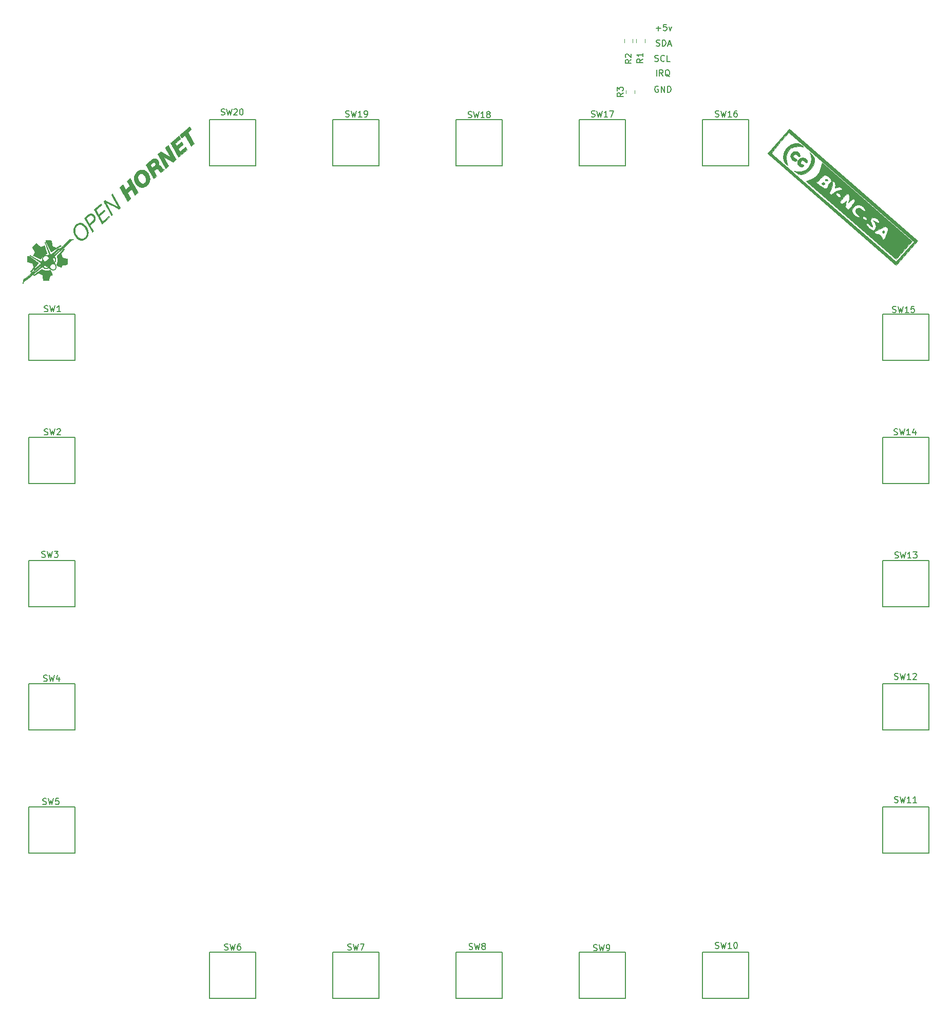
<source format=gbr>
G04 #@! TF.GenerationSoftware,KiCad,Pcbnew,(5.1.4-0-10_14)*
G04 #@! TF.CreationDate,2019-10-28T10:16:14+01:00*
G04 #@! TF.ProjectId,Buttons_DDI,42757474-6f6e-4735-9f44-44492e6b6963,rev?*
G04 #@! TF.SameCoordinates,Original*
G04 #@! TF.FileFunction,Legend,Top*
G04 #@! TF.FilePolarity,Positive*
%FSLAX46Y46*%
G04 Gerber Fmt 4.6, Leading zero omitted, Abs format (unit mm)*
G04 Created by KiCad (PCBNEW (5.1.4-0-10_14)) date 2019-10-28 10:16:14*
%MOMM*%
%LPD*%
G04 APERTURE LIST*
%ADD10C,0.150000*%
%ADD11C,0.010000*%
%ADD12C,0.120000*%
G04 APERTURE END LIST*
D10*
X125920474Y-21579313D02*
X125825236Y-21531693D01*
X125682379Y-21531693D01*
X125539521Y-21579313D01*
X125444283Y-21674551D01*
X125396664Y-21769789D01*
X125349045Y-21960265D01*
X125349045Y-22103122D01*
X125396664Y-22293598D01*
X125444283Y-22388836D01*
X125539521Y-22484074D01*
X125682379Y-22531693D01*
X125777617Y-22531693D01*
X125920474Y-22484074D01*
X125968093Y-22436455D01*
X125968093Y-22103122D01*
X125777617Y-22103122D01*
X126396664Y-22531693D02*
X126396664Y-21531693D01*
X126968093Y-22531693D01*
X126968093Y-21531693D01*
X127444283Y-22531693D02*
X127444283Y-21531693D01*
X127682379Y-21531693D01*
X127825236Y-21579313D01*
X127920474Y-21674551D01*
X127968093Y-21769789D01*
X128015712Y-21960265D01*
X128015712Y-22103122D01*
X127968093Y-22293598D01*
X127920474Y-22388836D01*
X127825236Y-22484074D01*
X127682379Y-22531693D01*
X127444283Y-22531693D01*
X125658569Y-19864693D02*
X125658569Y-18864693D01*
X126706188Y-19864693D02*
X126372855Y-19388503D01*
X126134759Y-19864693D02*
X126134759Y-18864693D01*
X126515712Y-18864693D01*
X126610950Y-18912313D01*
X126658569Y-18959932D01*
X126706188Y-19055170D01*
X126706188Y-19198027D01*
X126658569Y-19293265D01*
X126610950Y-19340884D01*
X126515712Y-19388503D01*
X126134759Y-19388503D01*
X127801426Y-19959932D02*
X127706188Y-19912313D01*
X127610950Y-19817074D01*
X127468093Y-19674217D01*
X127372855Y-19626598D01*
X127277617Y-19626598D01*
X127325236Y-19864693D02*
X127229998Y-19817074D01*
X127134759Y-19721836D01*
X127087140Y-19531360D01*
X127087140Y-19198027D01*
X127134759Y-19007551D01*
X127229998Y-18912313D01*
X127325236Y-18864693D01*
X127515712Y-18864693D01*
X127610950Y-18912313D01*
X127706188Y-19007551D01*
X127753807Y-19198027D01*
X127753807Y-19531360D01*
X127706188Y-19721836D01*
X127610950Y-19817074D01*
X127515712Y-19864693D01*
X127325236Y-19864693D01*
X125364902Y-17404074D02*
X125507759Y-17451693D01*
X125745855Y-17451693D01*
X125841093Y-17404074D01*
X125888712Y-17356455D01*
X125936331Y-17261217D01*
X125936331Y-17165979D01*
X125888712Y-17070741D01*
X125841093Y-17023122D01*
X125745855Y-16975503D01*
X125555379Y-16927884D01*
X125460140Y-16880265D01*
X125412521Y-16832646D01*
X125364902Y-16737408D01*
X125364902Y-16642170D01*
X125412521Y-16546932D01*
X125460140Y-16499313D01*
X125555379Y-16451693D01*
X125793474Y-16451693D01*
X125936331Y-16499313D01*
X126936331Y-17356455D02*
X126888712Y-17404074D01*
X126745855Y-17451693D01*
X126650617Y-17451693D01*
X126507759Y-17404074D01*
X126412521Y-17308836D01*
X126364902Y-17213598D01*
X126317283Y-17023122D01*
X126317283Y-16880265D01*
X126364902Y-16689789D01*
X126412521Y-16594551D01*
X126507759Y-16499313D01*
X126650617Y-16451693D01*
X126745855Y-16451693D01*
X126888712Y-16499313D01*
X126936331Y-16546932D01*
X127841093Y-17451693D02*
X127364902Y-17451693D01*
X127364902Y-16451693D01*
X125595093Y-14864074D02*
X125737950Y-14911693D01*
X125976045Y-14911693D01*
X126071283Y-14864074D01*
X126118902Y-14816455D01*
X126166521Y-14721217D01*
X126166521Y-14625979D01*
X126118902Y-14530741D01*
X126071283Y-14483122D01*
X125976045Y-14435503D01*
X125785569Y-14387884D01*
X125690331Y-14340265D01*
X125642712Y-14292646D01*
X125595093Y-14197408D01*
X125595093Y-14102170D01*
X125642712Y-14006932D01*
X125690331Y-13959313D01*
X125785569Y-13911693D01*
X126023664Y-13911693D01*
X126166521Y-13959313D01*
X126595093Y-14911693D02*
X126595093Y-13911693D01*
X126833188Y-13911693D01*
X126976045Y-13959313D01*
X127071283Y-14054551D01*
X127118902Y-14149789D01*
X127166521Y-14340265D01*
X127166521Y-14483122D01*
X127118902Y-14673598D01*
X127071283Y-14768836D01*
X126976045Y-14864074D01*
X126833188Y-14911693D01*
X126595093Y-14911693D01*
X127547474Y-14625979D02*
X128023664Y-14625979D01*
X127452236Y-14911693D02*
X127785569Y-13911693D01*
X128118902Y-14911693D01*
X125571283Y-11990741D02*
X126333188Y-11990741D01*
X125952236Y-12371693D02*
X125952236Y-11609789D01*
X127285569Y-11371693D02*
X126809379Y-11371693D01*
X126761759Y-11847884D01*
X126809379Y-11800265D01*
X126904617Y-11752646D01*
X127142712Y-11752646D01*
X127237950Y-11800265D01*
X127285569Y-11847884D01*
X127333188Y-11943122D01*
X127333188Y-12181217D01*
X127285569Y-12276455D01*
X127237950Y-12324074D01*
X127142712Y-12371693D01*
X126904617Y-12371693D01*
X126809379Y-12324074D01*
X126761759Y-12276455D01*
X127666521Y-11705027D02*
X127904617Y-12371693D01*
X128142712Y-11705027D01*
D11*
G36*
X165170185Y-51081202D02*
G01*
X143969343Y-32651591D01*
X147169695Y-28970008D01*
X147423597Y-29190722D01*
X146007349Y-30819929D01*
X145475284Y-31444743D01*
X145036238Y-31984627D01*
X144731853Y-32386572D01*
X144603764Y-32597568D01*
X144602263Y-32608735D01*
X144728359Y-32740933D01*
X145090406Y-33075821D01*
X145669346Y-33596660D01*
X146446118Y-34286707D01*
X147401661Y-35129223D01*
X148516916Y-36107466D01*
X149772824Y-37204696D01*
X151150326Y-38404171D01*
X152630359Y-39689151D01*
X154193865Y-41042895D01*
X154871061Y-41628134D01*
X165128699Y-50487932D01*
X166626352Y-48836622D01*
X168124004Y-47185311D01*
X147423597Y-29190722D01*
X147169695Y-28970008D01*
X147500765Y-28589155D01*
X168701607Y-47018766D01*
X165170185Y-51081202D01*
X165170185Y-51081202D01*
G37*
X165170185Y-51081202D02*
X143969343Y-32651591D01*
X147169695Y-28970008D01*
X147423597Y-29190722D01*
X146007349Y-30819929D01*
X145475284Y-31444743D01*
X145036238Y-31984627D01*
X144731853Y-32386572D01*
X144603764Y-32597568D01*
X144602263Y-32608735D01*
X144728359Y-32740933D01*
X145090406Y-33075821D01*
X145669346Y-33596660D01*
X146446118Y-34286707D01*
X147401661Y-35129223D01*
X148516916Y-36107466D01*
X149772824Y-37204696D01*
X151150326Y-38404171D01*
X152630359Y-39689151D01*
X154193865Y-41042895D01*
X154871061Y-41628134D01*
X165128699Y-50487932D01*
X166626352Y-48836622D01*
X168124004Y-47185311D01*
X147423597Y-29190722D01*
X147169695Y-28970008D01*
X147500765Y-28589155D01*
X168701607Y-47018766D01*
X165170185Y-51081202D01*
G36*
X149206545Y-31472251D02*
G01*
X148405480Y-31518672D01*
X147726016Y-31841109D01*
X147234256Y-32400150D01*
X147085656Y-32736806D01*
X146991898Y-33357102D01*
X147061659Y-33975314D01*
X147070485Y-34004361D01*
X147267997Y-34625870D01*
X146866279Y-34277494D01*
X146559671Y-33860485D01*
X146475012Y-33279335D01*
X146475079Y-33274953D01*
X146639530Y-32398104D01*
X147078141Y-31692543D01*
X147754557Y-31200091D01*
X148466792Y-30983750D01*
X149069624Y-30989277D01*
X149501469Y-31219872D01*
X149889811Y-31557452D01*
X149206545Y-31472251D01*
X149206545Y-31472251D01*
G37*
X149206545Y-31472251D02*
X148405480Y-31518672D01*
X147726016Y-31841109D01*
X147234256Y-32400150D01*
X147085656Y-32736806D01*
X146991898Y-33357102D01*
X147061659Y-33975314D01*
X147070485Y-34004361D01*
X147267997Y-34625870D01*
X146866279Y-34277494D01*
X146559671Y-33860485D01*
X146475012Y-33279335D01*
X146475079Y-33274953D01*
X146639530Y-32398104D01*
X147078141Y-31692543D01*
X147754557Y-31200091D01*
X148466792Y-30983750D01*
X149069624Y-30989277D01*
X149501469Y-31219872D01*
X149889811Y-31557452D01*
X149206545Y-31472251D01*
G36*
X151346305Y-32874699D02*
G01*
X151649232Y-33386934D01*
X151687620Y-33971699D01*
X151508141Y-34575302D01*
X151157476Y-35144047D01*
X150682300Y-35624238D01*
X150129290Y-35962182D01*
X149545122Y-36104181D01*
X148976472Y-35996540D01*
X148750020Y-35861383D01*
X148281528Y-35511115D01*
X148798007Y-35618844D01*
X149534184Y-35619456D01*
X150191066Y-35345016D01*
X150716838Y-34855772D01*
X151059686Y-34211973D01*
X151167792Y-33473864D01*
X151084271Y-32960536D01*
X150935888Y-32457624D01*
X151346305Y-32874699D01*
X151346305Y-32874699D01*
G37*
X151346305Y-32874699D02*
X151649232Y-33386934D01*
X151687620Y-33971699D01*
X151508141Y-34575302D01*
X151157476Y-35144047D01*
X150682300Y-35624238D01*
X150129290Y-35962182D01*
X149545122Y-36104181D01*
X148976472Y-35996540D01*
X148750020Y-35861383D01*
X148281528Y-35511115D01*
X148798007Y-35618844D01*
X149534184Y-35619456D01*
X150191066Y-35345016D01*
X150716838Y-34855772D01*
X151059686Y-34211973D01*
X151167792Y-33473864D01*
X151084271Y-32960536D01*
X150935888Y-32457624D01*
X151346305Y-32874699D01*
G36*
X165103808Y-50131969D02*
G01*
X150285057Y-37250226D01*
X151117828Y-36915449D01*
X151309019Y-36803045D01*
X152042555Y-37440698D01*
X152546312Y-37878608D01*
X152940412Y-38188196D01*
X153270607Y-38393778D01*
X153317864Y-38414020D01*
X153621398Y-38384619D01*
X153875814Y-38170556D01*
X153942025Y-37890766D01*
X153939579Y-37882372D01*
X154017703Y-37666645D01*
X154222280Y-37456593D01*
X154435602Y-37202101D01*
X154369605Y-36956138D01*
X154696027Y-37239893D01*
X154632208Y-37461064D01*
X154589054Y-37859351D01*
X154588447Y-37870743D01*
X154472535Y-38371964D01*
X154260152Y-38755497D01*
X154081322Y-39064877D01*
X154185510Y-39302332D01*
X154213395Y-39327781D01*
X154465287Y-39428013D01*
X154738747Y-39240279D01*
X154773602Y-39201833D01*
X155040283Y-39006915D01*
X155239121Y-39179762D01*
X155211176Y-39387302D01*
X155364936Y-39632629D01*
X155674485Y-39804259D01*
X155964797Y-39807453D01*
X155976000Y-39801295D01*
X156014897Y-39622998D01*
X155774775Y-39347769D01*
X156398951Y-39890357D01*
X156038024Y-40325199D01*
X155879279Y-40591726D01*
X155891220Y-40763648D01*
X155982279Y-40865448D01*
X156269770Y-40951582D01*
X156576975Y-40769481D01*
X156926201Y-40460130D01*
X156796212Y-40960060D01*
X156789367Y-41458626D01*
X156969558Y-41723676D01*
X157153991Y-41854646D01*
X157318671Y-41838695D01*
X157538450Y-41634336D01*
X157813209Y-41293809D01*
X158090648Y-41534983D01*
X157861521Y-41931553D01*
X157852649Y-42256330D01*
X158056479Y-42584841D01*
X158394182Y-42901016D01*
X158758096Y-43124785D01*
X159040555Y-43176080D01*
X159071377Y-43162705D01*
X159078437Y-43142548D01*
X160252779Y-44163389D01*
X160211354Y-44393137D01*
X160346802Y-44628035D01*
X160651616Y-44922479D01*
X161010103Y-45184506D01*
X161266074Y-45303349D01*
X161595565Y-45589771D01*
X161570989Y-45701466D01*
X161692833Y-45829545D01*
X161705366Y-45840451D01*
X161957168Y-45965388D01*
X162067772Y-45932603D01*
X162260962Y-45915893D01*
X162513949Y-46117195D01*
X162737300Y-46453006D01*
X162802017Y-46618156D01*
X162953583Y-46921602D01*
X163131664Y-46908462D01*
X163343474Y-46572989D01*
X163561280Y-46013042D01*
X163736448Y-45378584D01*
X163736195Y-44990209D01*
X163655300Y-44860907D01*
X163500103Y-44743686D01*
X163336605Y-44713783D01*
X163084727Y-44790314D01*
X162664386Y-44992397D01*
X162287127Y-45187524D01*
X161817348Y-45437457D01*
X161595565Y-45589771D01*
X161266074Y-45303349D01*
X161306571Y-45322151D01*
X161380273Y-45322301D01*
X161692821Y-45073459D01*
X161802541Y-44658401D01*
X161686874Y-44194963D01*
X161617725Y-44081973D01*
X161292111Y-43619930D01*
X161747508Y-43929348D01*
X162152601Y-44114342D01*
X162374593Y-44059279D01*
X162362959Y-43827091D01*
X162091207Y-43501262D01*
X161632415Y-43239796D01*
X161230393Y-43229705D01*
X160951991Y-43420071D01*
X160864060Y-43759974D01*
X161033449Y-44198497D01*
X161084167Y-44268319D01*
X161257629Y-44581233D01*
X161203929Y-44742314D01*
X161200565Y-44743416D01*
X160957094Y-44665008D01*
X160700116Y-44404733D01*
X160432785Y-44147753D01*
X160252779Y-44163389D01*
X159078437Y-43142548D01*
X159119278Y-43025932D01*
X158865634Y-42825550D01*
X158829957Y-42804892D01*
X158483267Y-42473137D01*
X158419802Y-42091643D01*
X158466496Y-42021971D01*
X159661097Y-43060422D01*
X159638320Y-43309511D01*
X159812939Y-43526740D01*
X160125759Y-43682419D01*
X160295852Y-43612206D01*
X160318629Y-43363117D01*
X160144010Y-43145887D01*
X159831190Y-42990208D01*
X159661097Y-43060422D01*
X158466496Y-42021971D01*
X158648245Y-41750777D01*
X158723724Y-41699063D01*
X159019634Y-41626205D01*
X159361355Y-41802046D01*
X159478606Y-41898811D01*
X159828362Y-42137545D01*
X160005836Y-42093612D01*
X160010811Y-42082847D01*
X159970891Y-41797752D01*
X159716034Y-41477660D01*
X159344252Y-41211042D01*
X158953558Y-41086363D01*
X158905559Y-41085212D01*
X158469152Y-41218957D01*
X158090648Y-41534983D01*
X157813209Y-41293809D01*
X157868300Y-41225530D01*
X158209053Y-40750617D01*
X158340012Y-40445603D01*
X158289701Y-40242926D01*
X158285469Y-40237440D01*
X158089934Y-40139109D01*
X157806243Y-40301257D01*
X157701253Y-40396073D01*
X157295277Y-40780963D01*
X157428827Y-40172686D01*
X157457069Y-39666932D01*
X157311735Y-39346530D01*
X157146700Y-39253422D01*
X156962648Y-39312249D01*
X156690206Y-39564343D01*
X156398951Y-39890357D01*
X155774775Y-39347769D01*
X155428634Y-39124568D01*
X155239121Y-39179762D01*
X155040283Y-39006915D01*
X155164131Y-38916395D01*
X155604056Y-38753599D01*
X156067163Y-38632949D01*
X156224920Y-38492663D01*
X156108192Y-38301268D01*
X156076021Y-38272341D01*
X155754785Y-38167170D01*
X155452284Y-38200692D01*
X155051911Y-38323211D01*
X155097170Y-37891996D01*
X155064423Y-37541052D01*
X154932728Y-37273529D01*
X154764835Y-37191435D01*
X154696027Y-37239893D01*
X154369605Y-36956138D01*
X154358942Y-36916401D01*
X154307117Y-36837899D01*
X153973244Y-36465316D01*
X153723095Y-36264221D01*
X153508502Y-36165754D01*
X153298282Y-36213837D01*
X153008971Y-36448185D01*
X152715181Y-36743825D01*
X152042555Y-37440698D01*
X151309019Y-36803045D01*
X151921274Y-36443088D01*
X152469837Y-35762866D01*
X152783748Y-34849281D01*
X152792207Y-34804836D01*
X152907654Y-34180823D01*
X167752375Y-47085142D01*
X165103808Y-50131969D01*
X165103808Y-50131969D01*
G37*
X165103808Y-50131969D02*
X150285057Y-37250226D01*
X151117828Y-36915449D01*
X151309019Y-36803045D01*
X152042555Y-37440698D01*
X152546312Y-37878608D01*
X152940412Y-38188196D01*
X153270607Y-38393778D01*
X153317864Y-38414020D01*
X153621398Y-38384619D01*
X153875814Y-38170556D01*
X153942025Y-37890766D01*
X153939579Y-37882372D01*
X154017703Y-37666645D01*
X154222280Y-37456593D01*
X154435602Y-37202101D01*
X154369605Y-36956138D01*
X154696027Y-37239893D01*
X154632208Y-37461064D01*
X154589054Y-37859351D01*
X154588447Y-37870743D01*
X154472535Y-38371964D01*
X154260152Y-38755497D01*
X154081322Y-39064877D01*
X154185510Y-39302332D01*
X154213395Y-39327781D01*
X154465287Y-39428013D01*
X154738747Y-39240279D01*
X154773602Y-39201833D01*
X155040283Y-39006915D01*
X155239121Y-39179762D01*
X155211176Y-39387302D01*
X155364936Y-39632629D01*
X155674485Y-39804259D01*
X155964797Y-39807453D01*
X155976000Y-39801295D01*
X156014897Y-39622998D01*
X155774775Y-39347769D01*
X156398951Y-39890357D01*
X156038024Y-40325199D01*
X155879279Y-40591726D01*
X155891220Y-40763648D01*
X155982279Y-40865448D01*
X156269770Y-40951582D01*
X156576975Y-40769481D01*
X156926201Y-40460130D01*
X156796212Y-40960060D01*
X156789367Y-41458626D01*
X156969558Y-41723676D01*
X157153991Y-41854646D01*
X157318671Y-41838695D01*
X157538450Y-41634336D01*
X157813209Y-41293809D01*
X158090648Y-41534983D01*
X157861521Y-41931553D01*
X157852649Y-42256330D01*
X158056479Y-42584841D01*
X158394182Y-42901016D01*
X158758096Y-43124785D01*
X159040555Y-43176080D01*
X159071377Y-43162705D01*
X159078437Y-43142548D01*
X160252779Y-44163389D01*
X160211354Y-44393137D01*
X160346802Y-44628035D01*
X160651616Y-44922479D01*
X161010103Y-45184506D01*
X161266074Y-45303349D01*
X161595565Y-45589771D01*
X161570989Y-45701466D01*
X161692833Y-45829545D01*
X161705366Y-45840451D01*
X161957168Y-45965388D01*
X162067772Y-45932603D01*
X162260962Y-45915893D01*
X162513949Y-46117195D01*
X162737300Y-46453006D01*
X162802017Y-46618156D01*
X162953583Y-46921602D01*
X163131664Y-46908462D01*
X163343474Y-46572989D01*
X163561280Y-46013042D01*
X163736448Y-45378584D01*
X163736195Y-44990209D01*
X163655300Y-44860907D01*
X163500103Y-44743686D01*
X163336605Y-44713783D01*
X163084727Y-44790314D01*
X162664386Y-44992397D01*
X162287127Y-45187524D01*
X161817348Y-45437457D01*
X161595565Y-45589771D01*
X161266074Y-45303349D01*
X161306571Y-45322151D01*
X161380273Y-45322301D01*
X161692821Y-45073459D01*
X161802541Y-44658401D01*
X161686874Y-44194963D01*
X161617725Y-44081973D01*
X161292111Y-43619930D01*
X161747508Y-43929348D01*
X162152601Y-44114342D01*
X162374593Y-44059279D01*
X162362959Y-43827091D01*
X162091207Y-43501262D01*
X161632415Y-43239796D01*
X161230393Y-43229705D01*
X160951991Y-43420071D01*
X160864060Y-43759974D01*
X161033449Y-44198497D01*
X161084167Y-44268319D01*
X161257629Y-44581233D01*
X161203929Y-44742314D01*
X161200565Y-44743416D01*
X160957094Y-44665008D01*
X160700116Y-44404733D01*
X160432785Y-44147753D01*
X160252779Y-44163389D01*
X159078437Y-43142548D01*
X159119278Y-43025932D01*
X158865634Y-42825550D01*
X158829957Y-42804892D01*
X158483267Y-42473137D01*
X158419802Y-42091643D01*
X158466496Y-42021971D01*
X159661097Y-43060422D01*
X159638320Y-43309511D01*
X159812939Y-43526740D01*
X160125759Y-43682419D01*
X160295852Y-43612206D01*
X160318629Y-43363117D01*
X160144010Y-43145887D01*
X159831190Y-42990208D01*
X159661097Y-43060422D01*
X158466496Y-42021971D01*
X158648245Y-41750777D01*
X158723724Y-41699063D01*
X159019634Y-41626205D01*
X159361355Y-41802046D01*
X159478606Y-41898811D01*
X159828362Y-42137545D01*
X160005836Y-42093612D01*
X160010811Y-42082847D01*
X159970891Y-41797752D01*
X159716034Y-41477660D01*
X159344252Y-41211042D01*
X158953558Y-41086363D01*
X158905559Y-41085212D01*
X158469152Y-41218957D01*
X158090648Y-41534983D01*
X157813209Y-41293809D01*
X157868300Y-41225530D01*
X158209053Y-40750617D01*
X158340012Y-40445603D01*
X158289701Y-40242926D01*
X158285469Y-40237440D01*
X158089934Y-40139109D01*
X157806243Y-40301257D01*
X157701253Y-40396073D01*
X157295277Y-40780963D01*
X157428827Y-40172686D01*
X157457069Y-39666932D01*
X157311735Y-39346530D01*
X157146700Y-39253422D01*
X156962648Y-39312249D01*
X156690206Y-39564343D01*
X156398951Y-39890357D01*
X155774775Y-39347769D01*
X155428634Y-39124568D01*
X155239121Y-39179762D01*
X155040283Y-39006915D01*
X155164131Y-38916395D01*
X155604056Y-38753599D01*
X156067163Y-38632949D01*
X156224920Y-38492663D01*
X156108192Y-38301268D01*
X156076021Y-38272341D01*
X155754785Y-38167170D01*
X155452284Y-38200692D01*
X155051911Y-38323211D01*
X155097170Y-37891996D01*
X155064423Y-37541052D01*
X154932728Y-37273529D01*
X154764835Y-37191435D01*
X154696027Y-37239893D01*
X154369605Y-36956138D01*
X154358942Y-36916401D01*
X154307117Y-36837899D01*
X153973244Y-36465316D01*
X153723095Y-36264221D01*
X153508502Y-36165754D01*
X153298282Y-36213837D01*
X153008971Y-36448185D01*
X152715181Y-36743825D01*
X152042555Y-37440698D01*
X151309019Y-36803045D01*
X151921274Y-36443088D01*
X152469837Y-35762866D01*
X152783748Y-34849281D01*
X152792207Y-34804836D01*
X152907654Y-34180823D01*
X167752375Y-47085142D01*
X165103808Y-50131969D01*
G36*
X149124506Y-32570347D02*
G01*
X149184549Y-32693026D01*
X149265390Y-33042760D01*
X149158419Y-33182734D01*
X148936589Y-33059262D01*
X148844763Y-32943066D01*
X148574406Y-32754789D01*
X148400829Y-32790295D01*
X148138835Y-33037312D01*
X148175904Y-33279116D01*
X148434217Y-33412486D01*
X148696998Y-33563173D01*
X148746784Y-33763399D01*
X148581702Y-33887586D01*
X148441283Y-33885901D01*
X147972623Y-33666119D01*
X147730539Y-33225639D01*
X147714352Y-33105121D01*
X147815265Y-32620067D01*
X148174960Y-32334633D01*
X148534297Y-32272808D01*
X148903058Y-32324608D01*
X149124506Y-32570347D01*
X149124506Y-32570347D01*
G37*
X149124506Y-32570347D02*
X149184549Y-32693026D01*
X149265390Y-33042760D01*
X149158419Y-33182734D01*
X148936589Y-33059262D01*
X148844763Y-32943066D01*
X148574406Y-32754789D01*
X148400829Y-32790295D01*
X148138835Y-33037312D01*
X148175904Y-33279116D01*
X148434217Y-33412486D01*
X148696998Y-33563173D01*
X148746784Y-33763399D01*
X148581702Y-33887586D01*
X148441283Y-33885901D01*
X147972623Y-33666119D01*
X147730539Y-33225639D01*
X147714352Y-33105121D01*
X147815265Y-32620067D01*
X148174960Y-32334633D01*
X148534297Y-32272808D01*
X148903058Y-32324608D01*
X149124506Y-32570347D01*
G36*
X150405324Y-33634358D02*
G01*
X150487996Y-33839005D01*
X150465476Y-34095018D01*
X150272108Y-34155424D01*
X150028417Y-33992784D01*
X149997203Y-33950736D01*
X149725949Y-33750075D01*
X149479043Y-33835331D01*
X149377773Y-34133777D01*
X149461270Y-34407483D01*
X149649792Y-34461094D01*
X149879546Y-34550997D01*
X149892138Y-34693933D01*
X149742970Y-34869955D01*
X149459708Y-34851625D01*
X149147936Y-34680672D01*
X148913238Y-34398826D01*
X148871208Y-34290429D01*
X148897074Y-33841582D01*
X149177731Y-33485805D01*
X149608619Y-33330363D01*
X150115058Y-33376715D01*
X150405324Y-33634358D01*
X150405324Y-33634358D01*
G37*
X150405324Y-33634358D02*
X150487996Y-33839005D01*
X150465476Y-34095018D01*
X150272108Y-34155424D01*
X150028417Y-33992784D01*
X149997203Y-33950736D01*
X149725949Y-33750075D01*
X149479043Y-33835331D01*
X149377773Y-34133777D01*
X149461270Y-34407483D01*
X149649792Y-34461094D01*
X149879546Y-34550997D01*
X149892138Y-34693933D01*
X149742970Y-34869955D01*
X149459708Y-34851625D01*
X149147936Y-34680672D01*
X148913238Y-34398826D01*
X148871208Y-34290429D01*
X148897074Y-33841582D01*
X149177731Y-33485805D01*
X149608619Y-33330363D01*
X150115058Y-33376715D01*
X150405324Y-33634358D01*
G36*
X153399717Y-37635639D02*
G01*
X153335527Y-37714920D01*
X153063433Y-37772724D01*
X152892782Y-37661802D01*
X152940083Y-37459391D01*
X153194320Y-37373364D01*
X153315821Y-37433116D01*
X153399717Y-37635639D01*
X153399717Y-37635639D01*
G37*
X153399717Y-37635639D02*
X153335527Y-37714920D01*
X153063433Y-37772724D01*
X152892782Y-37661802D01*
X152940083Y-37459391D01*
X153194320Y-37373364D01*
X153315821Y-37433116D01*
X153399717Y-37635639D01*
G36*
X153832064Y-37098399D02*
G01*
X153763265Y-37153423D01*
X153494815Y-37134446D01*
X153454988Y-37108326D01*
X153423122Y-36910623D01*
X153445887Y-36877531D01*
X153646071Y-36855943D01*
X153754162Y-36922628D01*
X153832064Y-37098399D01*
X153832064Y-37098399D01*
G37*
X153832064Y-37098399D02*
X153763265Y-37153423D01*
X153494815Y-37134446D01*
X153454988Y-37108326D01*
X153423122Y-36910623D01*
X153445887Y-36877531D01*
X153646071Y-36855943D01*
X153754162Y-36922628D01*
X153832064Y-37098399D01*
G36*
X163165947Y-45438492D02*
G01*
X163146968Y-45706941D01*
X163120849Y-45746768D01*
X162923146Y-45778633D01*
X162890054Y-45755870D01*
X162868466Y-45555686D01*
X162935151Y-45447594D01*
X163110921Y-45369692D01*
X163165947Y-45438492D01*
X163165947Y-45438492D01*
G37*
X163165947Y-45438492D02*
X163146968Y-45706941D01*
X163120849Y-45746768D01*
X162923146Y-45778633D01*
X162890054Y-45755870D01*
X162868466Y-45555686D01*
X162935151Y-45447594D01*
X163110921Y-45369692D01*
X163165947Y-45438492D01*
G36*
X22904817Y-52672139D02*
G01*
X22915385Y-52664766D01*
X22932107Y-52653165D01*
X22954568Y-52637617D01*
X22982359Y-52618407D01*
X23015065Y-52595819D01*
X23052277Y-52570136D01*
X23093582Y-52541641D01*
X23138566Y-52510620D01*
X23186820Y-52477354D01*
X23237929Y-52442127D01*
X23291483Y-52405225D01*
X23347069Y-52366929D01*
X23404277Y-52327524D01*
X23462692Y-52287293D01*
X23521903Y-52246521D01*
X23581499Y-52205490D01*
X23641067Y-52164485D01*
X23700195Y-52123789D01*
X23758471Y-52083685D01*
X23815485Y-52044458D01*
X23870821Y-52006391D01*
X23924071Y-51969767D01*
X23974820Y-51934871D01*
X24022657Y-51901986D01*
X24067171Y-51871395D01*
X24107948Y-51843383D01*
X24144577Y-51818233D01*
X24176647Y-51796228D01*
X24203745Y-51777653D01*
X24225457Y-51762791D01*
X24241375Y-51751925D01*
X24251084Y-51745339D01*
X24253649Y-51743632D01*
X24263986Y-51737902D01*
X24271217Y-51737398D01*
X24278162Y-51741441D01*
X24284065Y-51744807D01*
X24296812Y-51751252D01*
X24315530Y-51760375D01*
X24339347Y-51771772D01*
X24367390Y-51785039D01*
X24398785Y-51799773D01*
X24432661Y-51815571D01*
X24468145Y-51832030D01*
X24504363Y-51848747D01*
X24540443Y-51865318D01*
X24575512Y-51881342D01*
X24608698Y-51896414D01*
X24639126Y-51910130D01*
X24665925Y-51922089D01*
X24688223Y-51931887D01*
X24705145Y-51939120D01*
X24713204Y-51942394D01*
X24752137Y-51955369D01*
X24797262Y-51966711D01*
X24846407Y-51976114D01*
X24897403Y-51983274D01*
X24948078Y-51987889D01*
X24996262Y-51989653D01*
X25039786Y-51988264D01*
X25040398Y-51988217D01*
X25049475Y-51987047D01*
X25066038Y-51984424D01*
X25089262Y-51980501D01*
X25118318Y-51975432D01*
X25152382Y-51969371D01*
X25190627Y-51962474D01*
X25232226Y-51954894D01*
X25276353Y-51946785D01*
X25322182Y-51938302D01*
X25368886Y-51929598D01*
X25415640Y-51920829D01*
X25461616Y-51912148D01*
X25505988Y-51903710D01*
X25547931Y-51895668D01*
X25586617Y-51888177D01*
X25621222Y-51881391D01*
X25650916Y-51875466D01*
X25674875Y-51870552D01*
X25692273Y-51866809D01*
X25698096Y-51865461D01*
X25718764Y-51860478D01*
X25851917Y-52257973D01*
X25875464Y-52328438D01*
X25896874Y-52392871D01*
X25916082Y-52451064D01*
X25933019Y-52502802D01*
X25947616Y-52547875D01*
X25959807Y-52586071D01*
X25969524Y-52617180D01*
X25976698Y-52640989D01*
X25981263Y-52657286D01*
X25983147Y-52665860D01*
X25983176Y-52666933D01*
X25978715Y-52678385D01*
X25973086Y-52685519D01*
X25967259Y-52688005D01*
X25954092Y-52692088D01*
X25934509Y-52697527D01*
X25909436Y-52704084D01*
X25879798Y-52711518D01*
X25846519Y-52719589D01*
X25810524Y-52728058D01*
X25798310Y-52730875D01*
X25755002Y-52740862D01*
X25719184Y-52749284D01*
X25690078Y-52756405D01*
X25666906Y-52762486D01*
X25648890Y-52767792D01*
X25635253Y-52772588D01*
X25625218Y-52777134D01*
X25618007Y-52781697D01*
X25612842Y-52786538D01*
X25608946Y-52791922D01*
X25606752Y-52795790D01*
X25604996Y-52801153D01*
X25601281Y-52814130D01*
X25595765Y-52834136D01*
X25588602Y-52860586D01*
X25579947Y-52892895D01*
X25569956Y-52930477D01*
X25558784Y-52972748D01*
X25546586Y-53019124D01*
X25533519Y-53069019D01*
X25519737Y-53121847D01*
X25505396Y-53177025D01*
X25502125Y-53189638D01*
X25485032Y-53255570D01*
X25469911Y-53313794D01*
X25456607Y-53364797D01*
X25444964Y-53409066D01*
X25434827Y-53447087D01*
X25426038Y-53479349D01*
X25418444Y-53506336D01*
X25411887Y-53528536D01*
X25406212Y-53546437D01*
X25401264Y-53560524D01*
X25396886Y-53571285D01*
X25392922Y-53579207D01*
X25389218Y-53584776D01*
X25385617Y-53588479D01*
X25381962Y-53590804D01*
X25378100Y-53592237D01*
X25373872Y-53593264D01*
X25372886Y-53593483D01*
X25366956Y-53593580D01*
X25353290Y-53593092D01*
X25332592Y-53592068D01*
X25305565Y-53590556D01*
X25272912Y-53588608D01*
X25235335Y-53586271D01*
X25193538Y-53583595D01*
X25148224Y-53580628D01*
X25100096Y-53577421D01*
X25049857Y-53574021D01*
X24998210Y-53570479D01*
X24945857Y-53566842D01*
X24893503Y-53563162D01*
X24841849Y-53559485D01*
X24791600Y-53555862D01*
X24743458Y-53552342D01*
X24698125Y-53548975D01*
X24656307Y-53545808D01*
X24618704Y-53542891D01*
X24586019Y-53540274D01*
X24558957Y-53538005D01*
X24538221Y-53536134D01*
X24524512Y-53534710D01*
X24518535Y-53533782D01*
X24518497Y-53533768D01*
X24509278Y-53529527D01*
X24502064Y-53523986D01*
X24496413Y-53515978D01*
X24491887Y-53504332D01*
X24488044Y-53487883D01*
X24484445Y-53465459D01*
X24480649Y-53435895D01*
X24480199Y-53432141D01*
X24478192Y-53415143D01*
X24475325Y-53390600D01*
X24471702Y-53359382D01*
X24467420Y-53322357D01*
X24462580Y-53280392D01*
X24457282Y-53234354D01*
X24451626Y-53185115D01*
X24445712Y-53133540D01*
X24439639Y-53080499D01*
X24434234Y-53033196D01*
X24428302Y-52981588D01*
X24422548Y-52932178D01*
X24417058Y-52885649D01*
X24411915Y-52842684D01*
X24407202Y-52803964D01*
X24403005Y-52770173D01*
X24399406Y-52741993D01*
X24396489Y-52720105D01*
X24394340Y-52705194D01*
X24393041Y-52697941D01*
X24392955Y-52697648D01*
X24387462Y-52685077D01*
X24380742Y-52674768D01*
X24375554Y-52671184D01*
X24363489Y-52664164D01*
X24345241Y-52654063D01*
X24321502Y-52641236D01*
X24292965Y-52626039D01*
X24260324Y-52608826D01*
X24224272Y-52589953D01*
X24185501Y-52569777D01*
X24144705Y-52548652D01*
X24102578Y-52526932D01*
X24059811Y-52504975D01*
X24017100Y-52483135D01*
X23975135Y-52461767D01*
X23934611Y-52441226D01*
X23896222Y-52421870D01*
X23860658Y-52404053D01*
X23828615Y-52388129D01*
X23800784Y-52374454D01*
X23777861Y-52363384D01*
X23760536Y-52355275D01*
X23749504Y-52350481D01*
X23745941Y-52349295D01*
X23733262Y-52348064D01*
X23723116Y-52348334D01*
X23722024Y-52348535D01*
X23717338Y-52350895D01*
X23705873Y-52357263D01*
X23688139Y-52367343D01*
X23664648Y-52380836D01*
X23635910Y-52397447D01*
X23602438Y-52416879D01*
X23564742Y-52438835D01*
X23523332Y-52463018D01*
X23478720Y-52489130D01*
X23431417Y-52516877D01*
X23381934Y-52545959D01*
X23361836Y-52557787D01*
X23297590Y-52595568D01*
X23240342Y-52629139D01*
X23189834Y-52658649D01*
X23145807Y-52684244D01*
X23107999Y-52706073D01*
X23076153Y-52724285D01*
X23050009Y-52739028D01*
X23029305Y-52750449D01*
X23013785Y-52758697D01*
X23003188Y-52763921D01*
X22997254Y-52766269D01*
X22996414Y-52766429D01*
X22985490Y-52766514D01*
X22975605Y-52764032D01*
X22965417Y-52758074D01*
X22953586Y-52747728D01*
X22938772Y-52732083D01*
X22928090Y-52719999D01*
X22913899Y-52703611D01*
X22904578Y-52692361D01*
X22899394Y-52685039D01*
X22897613Y-52680438D01*
X22898503Y-52677344D01*
X22900813Y-52674997D01*
X22904817Y-52672139D01*
X22904817Y-52672139D01*
G37*
X22904817Y-52672139D02*
X22915385Y-52664766D01*
X22932107Y-52653165D01*
X22954568Y-52637617D01*
X22982359Y-52618407D01*
X23015065Y-52595819D01*
X23052277Y-52570136D01*
X23093582Y-52541641D01*
X23138566Y-52510620D01*
X23186820Y-52477354D01*
X23237929Y-52442127D01*
X23291483Y-52405225D01*
X23347069Y-52366929D01*
X23404277Y-52327524D01*
X23462692Y-52287293D01*
X23521903Y-52246521D01*
X23581499Y-52205490D01*
X23641067Y-52164485D01*
X23700195Y-52123789D01*
X23758471Y-52083685D01*
X23815485Y-52044458D01*
X23870821Y-52006391D01*
X23924071Y-51969767D01*
X23974820Y-51934871D01*
X24022657Y-51901986D01*
X24067171Y-51871395D01*
X24107948Y-51843383D01*
X24144577Y-51818233D01*
X24176647Y-51796228D01*
X24203745Y-51777653D01*
X24225457Y-51762791D01*
X24241375Y-51751925D01*
X24251084Y-51745339D01*
X24253649Y-51743632D01*
X24263986Y-51737902D01*
X24271217Y-51737398D01*
X24278162Y-51741441D01*
X24284065Y-51744807D01*
X24296812Y-51751252D01*
X24315530Y-51760375D01*
X24339347Y-51771772D01*
X24367390Y-51785039D01*
X24398785Y-51799773D01*
X24432661Y-51815571D01*
X24468145Y-51832030D01*
X24504363Y-51848747D01*
X24540443Y-51865318D01*
X24575512Y-51881342D01*
X24608698Y-51896414D01*
X24639126Y-51910130D01*
X24665925Y-51922089D01*
X24688223Y-51931887D01*
X24705145Y-51939120D01*
X24713204Y-51942394D01*
X24752137Y-51955369D01*
X24797262Y-51966711D01*
X24846407Y-51976114D01*
X24897403Y-51983274D01*
X24948078Y-51987889D01*
X24996262Y-51989653D01*
X25039786Y-51988264D01*
X25040398Y-51988217D01*
X25049475Y-51987047D01*
X25066038Y-51984424D01*
X25089262Y-51980501D01*
X25118318Y-51975432D01*
X25152382Y-51969371D01*
X25190627Y-51962474D01*
X25232226Y-51954894D01*
X25276353Y-51946785D01*
X25322182Y-51938302D01*
X25368886Y-51929598D01*
X25415640Y-51920829D01*
X25461616Y-51912148D01*
X25505988Y-51903710D01*
X25547931Y-51895668D01*
X25586617Y-51888177D01*
X25621222Y-51881391D01*
X25650916Y-51875466D01*
X25674875Y-51870552D01*
X25692273Y-51866809D01*
X25698096Y-51865461D01*
X25718764Y-51860478D01*
X25851917Y-52257973D01*
X25875464Y-52328438D01*
X25896874Y-52392871D01*
X25916082Y-52451064D01*
X25933019Y-52502802D01*
X25947616Y-52547875D01*
X25959807Y-52586071D01*
X25969524Y-52617180D01*
X25976698Y-52640989D01*
X25981263Y-52657286D01*
X25983147Y-52665860D01*
X25983176Y-52666933D01*
X25978715Y-52678385D01*
X25973086Y-52685519D01*
X25967259Y-52688005D01*
X25954092Y-52692088D01*
X25934509Y-52697527D01*
X25909436Y-52704084D01*
X25879798Y-52711518D01*
X25846519Y-52719589D01*
X25810524Y-52728058D01*
X25798310Y-52730875D01*
X25755002Y-52740862D01*
X25719184Y-52749284D01*
X25690078Y-52756405D01*
X25666906Y-52762486D01*
X25648890Y-52767792D01*
X25635253Y-52772588D01*
X25625218Y-52777134D01*
X25618007Y-52781697D01*
X25612842Y-52786538D01*
X25608946Y-52791922D01*
X25606752Y-52795790D01*
X25604996Y-52801153D01*
X25601281Y-52814130D01*
X25595765Y-52834136D01*
X25588602Y-52860586D01*
X25579947Y-52892895D01*
X25569956Y-52930477D01*
X25558784Y-52972748D01*
X25546586Y-53019124D01*
X25533519Y-53069019D01*
X25519737Y-53121847D01*
X25505396Y-53177025D01*
X25502125Y-53189638D01*
X25485032Y-53255570D01*
X25469911Y-53313794D01*
X25456607Y-53364797D01*
X25444964Y-53409066D01*
X25434827Y-53447087D01*
X25426038Y-53479349D01*
X25418444Y-53506336D01*
X25411887Y-53528536D01*
X25406212Y-53546437D01*
X25401264Y-53560524D01*
X25396886Y-53571285D01*
X25392922Y-53579207D01*
X25389218Y-53584776D01*
X25385617Y-53588479D01*
X25381962Y-53590804D01*
X25378100Y-53592237D01*
X25373872Y-53593264D01*
X25372886Y-53593483D01*
X25366956Y-53593580D01*
X25353290Y-53593092D01*
X25332592Y-53592068D01*
X25305565Y-53590556D01*
X25272912Y-53588608D01*
X25235335Y-53586271D01*
X25193538Y-53583595D01*
X25148224Y-53580628D01*
X25100096Y-53577421D01*
X25049857Y-53574021D01*
X24998210Y-53570479D01*
X24945857Y-53566842D01*
X24893503Y-53563162D01*
X24841849Y-53559485D01*
X24791600Y-53555862D01*
X24743458Y-53552342D01*
X24698125Y-53548975D01*
X24656307Y-53545808D01*
X24618704Y-53542891D01*
X24586019Y-53540274D01*
X24558957Y-53538005D01*
X24538221Y-53536134D01*
X24524512Y-53534710D01*
X24518535Y-53533782D01*
X24518497Y-53533768D01*
X24509278Y-53529527D01*
X24502064Y-53523986D01*
X24496413Y-53515978D01*
X24491887Y-53504332D01*
X24488044Y-53487883D01*
X24484445Y-53465459D01*
X24480649Y-53435895D01*
X24480199Y-53432141D01*
X24478192Y-53415143D01*
X24475325Y-53390600D01*
X24471702Y-53359382D01*
X24467420Y-53322357D01*
X24462580Y-53280392D01*
X24457282Y-53234354D01*
X24451626Y-53185115D01*
X24445712Y-53133540D01*
X24439639Y-53080499D01*
X24434234Y-53033196D01*
X24428302Y-52981588D01*
X24422548Y-52932178D01*
X24417058Y-52885649D01*
X24411915Y-52842684D01*
X24407202Y-52803964D01*
X24403005Y-52770173D01*
X24399406Y-52741993D01*
X24396489Y-52720105D01*
X24394340Y-52705194D01*
X24393041Y-52697941D01*
X24392955Y-52697648D01*
X24387462Y-52685077D01*
X24380742Y-52674768D01*
X24375554Y-52671184D01*
X24363489Y-52664164D01*
X24345241Y-52654063D01*
X24321502Y-52641236D01*
X24292965Y-52626039D01*
X24260324Y-52608826D01*
X24224272Y-52589953D01*
X24185501Y-52569777D01*
X24144705Y-52548652D01*
X24102578Y-52526932D01*
X24059811Y-52504975D01*
X24017100Y-52483135D01*
X23975135Y-52461767D01*
X23934611Y-52441226D01*
X23896222Y-52421870D01*
X23860658Y-52404053D01*
X23828615Y-52388129D01*
X23800784Y-52374454D01*
X23777861Y-52363384D01*
X23760536Y-52355275D01*
X23749504Y-52350481D01*
X23745941Y-52349295D01*
X23733262Y-52348064D01*
X23723116Y-52348334D01*
X23722024Y-52348535D01*
X23717338Y-52350895D01*
X23705873Y-52357263D01*
X23688139Y-52367343D01*
X23664648Y-52380836D01*
X23635910Y-52397447D01*
X23602438Y-52416879D01*
X23564742Y-52438835D01*
X23523332Y-52463018D01*
X23478720Y-52489130D01*
X23431417Y-52516877D01*
X23381934Y-52545959D01*
X23361836Y-52557787D01*
X23297590Y-52595568D01*
X23240342Y-52629139D01*
X23189834Y-52658649D01*
X23145807Y-52684244D01*
X23107999Y-52706073D01*
X23076153Y-52724285D01*
X23050009Y-52739028D01*
X23029305Y-52750449D01*
X23013785Y-52758697D01*
X23003188Y-52763921D01*
X22997254Y-52766269D01*
X22996414Y-52766429D01*
X22985490Y-52766514D01*
X22975605Y-52764032D01*
X22965417Y-52758074D01*
X22953586Y-52747728D01*
X22938772Y-52732083D01*
X22928090Y-52719999D01*
X22913899Y-52703611D01*
X22904578Y-52692361D01*
X22899394Y-52685039D01*
X22897613Y-52680438D01*
X22898503Y-52677344D01*
X22900813Y-52674997D01*
X22904817Y-52672139D01*
G36*
X27870802Y-48355012D02*
G01*
X27874107Y-48354491D01*
X27878480Y-48356939D01*
X27885088Y-48363250D01*
X27895097Y-48374318D01*
X27906956Y-48387910D01*
X27925221Y-48409981D01*
X27937599Y-48427735D01*
X27944665Y-48442325D01*
X27946990Y-48454910D01*
X27945480Y-48465563D01*
X27942386Y-48470523D01*
X27934333Y-48481668D01*
X27921649Y-48498572D01*
X27904666Y-48520810D01*
X27883715Y-48547957D01*
X27859127Y-48579589D01*
X27831231Y-48615277D01*
X27800359Y-48654599D01*
X27766841Y-48697130D01*
X27731008Y-48742444D01*
X27693192Y-48790114D01*
X27687919Y-48796749D01*
X27651714Y-48842337D01*
X27616993Y-48886132D01*
X27584123Y-48927668D01*
X27553466Y-48966482D01*
X27525388Y-49002108D01*
X27500254Y-49034082D01*
X27478429Y-49061940D01*
X27460278Y-49085217D01*
X27446166Y-49103449D01*
X27436457Y-49116172D01*
X27431517Y-49122919D01*
X27430960Y-49123835D01*
X27429447Y-49128633D01*
X27428526Y-49133986D01*
X27428359Y-49140433D01*
X27429104Y-49148510D01*
X27430925Y-49158753D01*
X27433980Y-49171701D01*
X27438431Y-49187889D01*
X27444438Y-49207855D01*
X27452162Y-49232134D01*
X27461763Y-49261266D01*
X27473402Y-49295786D01*
X27487239Y-49336230D01*
X27503435Y-49383137D01*
X27522152Y-49437042D01*
X27539871Y-49487932D01*
X27563267Y-49554884D01*
X27584056Y-49613973D01*
X27602301Y-49665373D01*
X27618066Y-49709257D01*
X27631414Y-49745795D01*
X27642408Y-49775160D01*
X27651113Y-49797526D01*
X27657591Y-49813064D01*
X27661904Y-49821948D01*
X27663191Y-49823860D01*
X27673802Y-49833450D01*
X27685308Y-49840400D01*
X27685922Y-49840650D01*
X27691781Y-49842415D01*
X27705227Y-49846139D01*
X27725653Y-49851660D01*
X27752450Y-49858819D01*
X27785007Y-49867455D01*
X27822717Y-49877408D01*
X27864971Y-49888515D01*
X27911159Y-49900617D01*
X27960674Y-49913554D01*
X28012906Y-49927163D01*
X28062096Y-49939948D01*
X28116584Y-49954094D01*
X28169140Y-49967740D01*
X28219130Y-49980720D01*
X28265918Y-49992870D01*
X28308869Y-50004026D01*
X28347351Y-50014021D01*
X28380727Y-50022693D01*
X28408363Y-50029874D01*
X28429625Y-50035403D01*
X28443877Y-50039111D01*
X28450074Y-50040727D01*
X28470769Y-50048352D01*
X28484263Y-50058642D01*
X28485871Y-50060794D01*
X28487234Y-50063612D01*
X28488326Y-50067590D01*
X28489129Y-50073220D01*
X28489616Y-50080994D01*
X28489768Y-50091407D01*
X28489560Y-50104948D01*
X28488972Y-50122114D01*
X28487980Y-50143396D01*
X28486563Y-50169285D01*
X28484697Y-50200277D01*
X28482359Y-50236864D01*
X28479529Y-50279537D01*
X28476183Y-50328791D01*
X28472299Y-50385119D01*
X28467854Y-50449011D01*
X28463960Y-50504767D01*
X28458980Y-50576614D01*
X28454598Y-50640494D01*
X28450717Y-50696878D01*
X28447240Y-50746239D01*
X28444066Y-50789044D01*
X28441097Y-50825767D01*
X28438236Y-50856877D01*
X28435383Y-50882847D01*
X28432439Y-50904148D01*
X28429308Y-50921249D01*
X28425889Y-50934622D01*
X28422084Y-50944739D01*
X28417795Y-50952069D01*
X28412924Y-50957085D01*
X28407372Y-50960257D01*
X28401040Y-50962055D01*
X28393828Y-50962952D01*
X28385641Y-50963418D01*
X28376378Y-50963924D01*
X28367749Y-50964718D01*
X28357053Y-50965962D01*
X28338659Y-50968089D01*
X28313274Y-50971016D01*
X28281615Y-50974661D01*
X28244390Y-50978943D01*
X28202313Y-50983779D01*
X28156095Y-50989090D01*
X28106448Y-50994790D01*
X28054082Y-51000800D01*
X27999713Y-51007038D01*
X27968686Y-51010596D01*
X27905145Y-51017898D01*
X27849473Y-51024339D01*
X27801127Y-51029995D01*
X27759564Y-51034942D01*
X27724237Y-51039256D01*
X27694605Y-51043015D01*
X27670122Y-51046293D01*
X27650243Y-51049169D01*
X27634427Y-51051719D01*
X27622126Y-51054018D01*
X27612798Y-51056143D01*
X27605898Y-51058172D01*
X27600883Y-51060179D01*
X27597207Y-51062241D01*
X27596264Y-51062897D01*
X27592219Y-51066109D01*
X27588415Y-51070025D01*
X27584507Y-51075417D01*
X27580150Y-51083059D01*
X27574999Y-51093719D01*
X27568707Y-51108170D01*
X27560930Y-51127184D01*
X27551321Y-51151531D01*
X27539537Y-51181983D01*
X27525231Y-51219312D01*
X27519491Y-51234334D01*
X27502661Y-51277997D01*
X27487786Y-51315739D01*
X27475026Y-51347186D01*
X27464535Y-51371965D01*
X27456471Y-51389704D01*
X27450987Y-51400030D01*
X27449182Y-51402369D01*
X27436877Y-51408273D01*
X27427214Y-51408844D01*
X27421978Y-51406809D01*
X27409703Y-51401243D01*
X27390921Y-51392407D01*
X27366163Y-51380562D01*
X27335958Y-51365973D01*
X27300839Y-51348897D01*
X27261336Y-51329599D01*
X27217981Y-51308340D01*
X27171303Y-51285381D01*
X27121834Y-51260983D01*
X27070106Y-51235410D01*
X27016649Y-51208920D01*
X26961994Y-51181778D01*
X26906671Y-51154245D01*
X26851212Y-51126581D01*
X26796150Y-51099049D01*
X26742012Y-51071911D01*
X26689331Y-51045428D01*
X26671898Y-51036645D01*
X26669825Y-51031715D01*
X26671379Y-51027346D01*
X26674006Y-51021254D01*
X26679030Y-51007883D01*
X26686198Y-50987991D01*
X26695252Y-50962340D01*
X26705934Y-50931687D01*
X26717991Y-50896793D01*
X26731165Y-50858417D01*
X26745198Y-50817321D01*
X26759837Y-50774262D01*
X26774824Y-50730000D01*
X26789902Y-50685296D01*
X26804816Y-50640909D01*
X26819307Y-50597599D01*
X26833121Y-50556125D01*
X26846003Y-50517247D01*
X26857693Y-50481726D01*
X26867937Y-50450319D01*
X26876478Y-50423788D01*
X26883061Y-50402892D01*
X26887426Y-50388389D01*
X26889089Y-50382183D01*
X26896742Y-50339679D01*
X26901936Y-50291481D01*
X26904632Y-50240007D01*
X26904796Y-50187676D01*
X26902387Y-50136904D01*
X26897370Y-50090112D01*
X26893868Y-50068943D01*
X26891470Y-50058666D01*
X26886918Y-50041432D01*
X26880495Y-50018191D01*
X26872483Y-49989895D01*
X26863167Y-49957494D01*
X26852829Y-49921941D01*
X26841751Y-49884186D01*
X26830218Y-49845179D01*
X26818513Y-49805874D01*
X26806918Y-49767219D01*
X26795718Y-49730168D01*
X26785193Y-49695671D01*
X26775630Y-49664679D01*
X26767309Y-49638143D01*
X26760514Y-49617016D01*
X26755529Y-49602246D01*
X26752885Y-49595311D01*
X26748519Y-49585421D01*
X26746195Y-49579706D01*
X26746068Y-49579174D01*
X26748917Y-49576073D01*
X26757214Y-49567030D01*
X26770681Y-49552345D01*
X26789045Y-49532318D01*
X26812030Y-49507248D01*
X26839364Y-49477435D01*
X26870770Y-49443178D01*
X26905974Y-49404779D01*
X26944701Y-49362535D01*
X26986676Y-49316747D01*
X27031625Y-49267715D01*
X27079272Y-49215736D01*
X27129344Y-49161114D01*
X27181565Y-49104145D01*
X27235661Y-49045131D01*
X27291357Y-48984370D01*
X27303142Y-48971515D01*
X27359243Y-48910319D01*
X27413869Y-48850751D01*
X27466738Y-48793114D01*
X27517572Y-48737712D01*
X27566092Y-48684848D01*
X27612017Y-48634828D01*
X27655070Y-48587954D01*
X27694970Y-48544531D01*
X27731438Y-48504862D01*
X27764195Y-48469253D01*
X27792961Y-48438005D01*
X27817458Y-48411425D01*
X27837404Y-48389814D01*
X27852522Y-48373478D01*
X27862532Y-48362720D01*
X27867155Y-48357844D01*
X27867399Y-48357609D01*
X27870802Y-48355012D01*
X27870802Y-48355012D01*
G37*
X27870802Y-48355012D02*
X27874107Y-48354491D01*
X27878480Y-48356939D01*
X27885088Y-48363250D01*
X27895097Y-48374318D01*
X27906956Y-48387910D01*
X27925221Y-48409981D01*
X27937599Y-48427735D01*
X27944665Y-48442325D01*
X27946990Y-48454910D01*
X27945480Y-48465563D01*
X27942386Y-48470523D01*
X27934333Y-48481668D01*
X27921649Y-48498572D01*
X27904666Y-48520810D01*
X27883715Y-48547957D01*
X27859127Y-48579589D01*
X27831231Y-48615277D01*
X27800359Y-48654599D01*
X27766841Y-48697130D01*
X27731008Y-48742444D01*
X27693192Y-48790114D01*
X27687919Y-48796749D01*
X27651714Y-48842337D01*
X27616993Y-48886132D01*
X27584123Y-48927668D01*
X27553466Y-48966482D01*
X27525388Y-49002108D01*
X27500254Y-49034082D01*
X27478429Y-49061940D01*
X27460278Y-49085217D01*
X27446166Y-49103449D01*
X27436457Y-49116172D01*
X27431517Y-49122919D01*
X27430960Y-49123835D01*
X27429447Y-49128633D01*
X27428526Y-49133986D01*
X27428359Y-49140433D01*
X27429104Y-49148510D01*
X27430925Y-49158753D01*
X27433980Y-49171701D01*
X27438431Y-49187889D01*
X27444438Y-49207855D01*
X27452162Y-49232134D01*
X27461763Y-49261266D01*
X27473402Y-49295786D01*
X27487239Y-49336230D01*
X27503435Y-49383137D01*
X27522152Y-49437042D01*
X27539871Y-49487932D01*
X27563267Y-49554884D01*
X27584056Y-49613973D01*
X27602301Y-49665373D01*
X27618066Y-49709257D01*
X27631414Y-49745795D01*
X27642408Y-49775160D01*
X27651113Y-49797526D01*
X27657591Y-49813064D01*
X27661904Y-49821948D01*
X27663191Y-49823860D01*
X27673802Y-49833450D01*
X27685308Y-49840400D01*
X27685922Y-49840650D01*
X27691781Y-49842415D01*
X27705227Y-49846139D01*
X27725653Y-49851660D01*
X27752450Y-49858819D01*
X27785007Y-49867455D01*
X27822717Y-49877408D01*
X27864971Y-49888515D01*
X27911159Y-49900617D01*
X27960674Y-49913554D01*
X28012906Y-49927163D01*
X28062096Y-49939948D01*
X28116584Y-49954094D01*
X28169140Y-49967740D01*
X28219130Y-49980720D01*
X28265918Y-49992870D01*
X28308869Y-50004026D01*
X28347351Y-50014021D01*
X28380727Y-50022693D01*
X28408363Y-50029874D01*
X28429625Y-50035403D01*
X28443877Y-50039111D01*
X28450074Y-50040727D01*
X28470769Y-50048352D01*
X28484263Y-50058642D01*
X28485871Y-50060794D01*
X28487234Y-50063612D01*
X28488326Y-50067590D01*
X28489129Y-50073220D01*
X28489616Y-50080994D01*
X28489768Y-50091407D01*
X28489560Y-50104948D01*
X28488972Y-50122114D01*
X28487980Y-50143396D01*
X28486563Y-50169285D01*
X28484697Y-50200277D01*
X28482359Y-50236864D01*
X28479529Y-50279537D01*
X28476183Y-50328791D01*
X28472299Y-50385119D01*
X28467854Y-50449011D01*
X28463960Y-50504767D01*
X28458980Y-50576614D01*
X28454598Y-50640494D01*
X28450717Y-50696878D01*
X28447240Y-50746239D01*
X28444066Y-50789044D01*
X28441097Y-50825767D01*
X28438236Y-50856877D01*
X28435383Y-50882847D01*
X28432439Y-50904148D01*
X28429308Y-50921249D01*
X28425889Y-50934622D01*
X28422084Y-50944739D01*
X28417795Y-50952069D01*
X28412924Y-50957085D01*
X28407372Y-50960257D01*
X28401040Y-50962055D01*
X28393828Y-50962952D01*
X28385641Y-50963418D01*
X28376378Y-50963924D01*
X28367749Y-50964718D01*
X28357053Y-50965962D01*
X28338659Y-50968089D01*
X28313274Y-50971016D01*
X28281615Y-50974661D01*
X28244390Y-50978943D01*
X28202313Y-50983779D01*
X28156095Y-50989090D01*
X28106448Y-50994790D01*
X28054082Y-51000800D01*
X27999713Y-51007038D01*
X27968686Y-51010596D01*
X27905145Y-51017898D01*
X27849473Y-51024339D01*
X27801127Y-51029995D01*
X27759564Y-51034942D01*
X27724237Y-51039256D01*
X27694605Y-51043015D01*
X27670122Y-51046293D01*
X27650243Y-51049169D01*
X27634427Y-51051719D01*
X27622126Y-51054018D01*
X27612798Y-51056143D01*
X27605898Y-51058172D01*
X27600883Y-51060179D01*
X27597207Y-51062241D01*
X27596264Y-51062897D01*
X27592219Y-51066109D01*
X27588415Y-51070025D01*
X27584507Y-51075417D01*
X27580150Y-51083059D01*
X27574999Y-51093719D01*
X27568707Y-51108170D01*
X27560930Y-51127184D01*
X27551321Y-51151531D01*
X27539537Y-51181983D01*
X27525231Y-51219312D01*
X27519491Y-51234334D01*
X27502661Y-51277997D01*
X27487786Y-51315739D01*
X27475026Y-51347186D01*
X27464535Y-51371965D01*
X27456471Y-51389704D01*
X27450987Y-51400030D01*
X27449182Y-51402369D01*
X27436877Y-51408273D01*
X27427214Y-51408844D01*
X27421978Y-51406809D01*
X27409703Y-51401243D01*
X27390921Y-51392407D01*
X27366163Y-51380562D01*
X27335958Y-51365973D01*
X27300839Y-51348897D01*
X27261336Y-51329599D01*
X27217981Y-51308340D01*
X27171303Y-51285381D01*
X27121834Y-51260983D01*
X27070106Y-51235410D01*
X27016649Y-51208920D01*
X26961994Y-51181778D01*
X26906671Y-51154245D01*
X26851212Y-51126581D01*
X26796150Y-51099049D01*
X26742012Y-51071911D01*
X26689331Y-51045428D01*
X26671898Y-51036645D01*
X26669825Y-51031715D01*
X26671379Y-51027346D01*
X26674006Y-51021254D01*
X26679030Y-51007883D01*
X26686198Y-50987991D01*
X26695252Y-50962340D01*
X26705934Y-50931687D01*
X26717991Y-50896793D01*
X26731165Y-50858417D01*
X26745198Y-50817321D01*
X26759837Y-50774262D01*
X26774824Y-50730000D01*
X26789902Y-50685296D01*
X26804816Y-50640909D01*
X26819307Y-50597599D01*
X26833121Y-50556125D01*
X26846003Y-50517247D01*
X26857693Y-50481726D01*
X26867937Y-50450319D01*
X26876478Y-50423788D01*
X26883061Y-50402892D01*
X26887426Y-50388389D01*
X26889089Y-50382183D01*
X26896742Y-50339679D01*
X26901936Y-50291481D01*
X26904632Y-50240007D01*
X26904796Y-50187676D01*
X26902387Y-50136904D01*
X26897370Y-50090112D01*
X26893868Y-50068943D01*
X26891470Y-50058666D01*
X26886918Y-50041432D01*
X26880495Y-50018191D01*
X26872483Y-49989895D01*
X26863167Y-49957494D01*
X26852829Y-49921941D01*
X26841751Y-49884186D01*
X26830218Y-49845179D01*
X26818513Y-49805874D01*
X26806918Y-49767219D01*
X26795718Y-49730168D01*
X26785193Y-49695671D01*
X26775630Y-49664679D01*
X26767309Y-49638143D01*
X26760514Y-49617016D01*
X26755529Y-49602246D01*
X26752885Y-49595311D01*
X26748519Y-49585421D01*
X26746195Y-49579706D01*
X26746068Y-49579174D01*
X26748917Y-49576073D01*
X26757214Y-49567030D01*
X26770681Y-49552345D01*
X26789045Y-49532318D01*
X26812030Y-49507248D01*
X26839364Y-49477435D01*
X26870770Y-49443178D01*
X26905974Y-49404779D01*
X26944701Y-49362535D01*
X26986676Y-49316747D01*
X27031625Y-49267715D01*
X27079272Y-49215736D01*
X27129344Y-49161114D01*
X27181565Y-49104145D01*
X27235661Y-49045131D01*
X27291357Y-48984370D01*
X27303142Y-48971515D01*
X27359243Y-48910319D01*
X27413869Y-48850751D01*
X27466738Y-48793114D01*
X27517572Y-48737712D01*
X27566092Y-48684848D01*
X27612017Y-48634828D01*
X27655070Y-48587954D01*
X27694970Y-48544531D01*
X27731438Y-48504862D01*
X27764195Y-48469253D01*
X27792961Y-48438005D01*
X27817458Y-48411425D01*
X27837404Y-48389814D01*
X27852522Y-48373478D01*
X27862532Y-48362720D01*
X27867155Y-48357844D01*
X27867399Y-48357609D01*
X27870802Y-48355012D01*
G36*
X22309125Y-49437719D02*
G01*
X22315990Y-49435954D01*
X22323589Y-49438862D01*
X22324125Y-49439161D01*
X22330576Y-49442792D01*
X22343978Y-49450339D01*
X22363902Y-49461561D01*
X22389922Y-49476220D01*
X22421611Y-49494073D01*
X22458542Y-49514881D01*
X22500291Y-49538404D01*
X22546428Y-49564400D01*
X22596528Y-49592628D01*
X22650163Y-49622850D01*
X22706909Y-49654825D01*
X22766337Y-49688312D01*
X22828021Y-49723069D01*
X22891534Y-49758859D01*
X22956450Y-49795439D01*
X23022341Y-49832568D01*
X23088782Y-49870008D01*
X23155345Y-49907518D01*
X23221605Y-49944856D01*
X23287134Y-49981783D01*
X23351505Y-50018057D01*
X23414292Y-50053440D01*
X23475069Y-50087690D01*
X23533408Y-50120567D01*
X23588882Y-50151830D01*
X23641066Y-50181239D01*
X23689534Y-50208553D01*
X23733855Y-50233533D01*
X23773607Y-50255938D01*
X23808362Y-50275526D01*
X23837691Y-50292058D01*
X23844083Y-50295662D01*
X23890401Y-50321763D01*
X23934562Y-50346637D01*
X23976015Y-50369972D01*
X24014210Y-50391458D01*
X24048595Y-50410788D01*
X24078618Y-50427649D01*
X24103729Y-50441734D01*
X24123375Y-50452731D01*
X24137007Y-50460333D01*
X24144071Y-50464227D01*
X24144966Y-50464689D01*
X24147562Y-50461462D01*
X24152186Y-50453178D01*
X24153431Y-50450709D01*
X24162962Y-50435024D01*
X24177977Y-50414848D01*
X24197546Y-50391220D01*
X24220739Y-50365174D01*
X24246627Y-50337746D01*
X24274279Y-50309974D01*
X24302766Y-50282894D01*
X24309762Y-50276487D01*
X24342727Y-50246535D01*
X24335550Y-50207146D01*
X24329003Y-50162069D01*
X24324951Y-50113871D01*
X24323413Y-50064813D01*
X24324403Y-50017159D01*
X24327939Y-49973171D01*
X24333630Y-49937024D01*
X24342822Y-49903129D01*
X24356964Y-49864563D01*
X24375272Y-49822889D01*
X24396965Y-49779668D01*
X24421260Y-49736463D01*
X24447378Y-49694836D01*
X24473236Y-49658077D01*
X24495086Y-49631825D01*
X24522535Y-49603378D01*
X24553654Y-49574415D01*
X24586511Y-49546613D01*
X24619177Y-49521652D01*
X24649723Y-49501207D01*
X24661737Y-49494215D01*
X24709615Y-49469869D01*
X24759629Y-49448073D01*
X24810191Y-49429343D01*
X24859712Y-49414192D01*
X24906604Y-49403134D01*
X24949278Y-49396683D01*
X24967420Y-49395388D01*
X25008249Y-49395645D01*
X25053983Y-49399189D01*
X25101920Y-49405594D01*
X25149355Y-49414436D01*
X25193585Y-49425287D01*
X25228873Y-49436586D01*
X25260837Y-49448373D01*
X25297606Y-49417790D01*
X25340915Y-49383353D01*
X25384738Y-49351491D01*
X25427541Y-49323224D01*
X25467788Y-49299574D01*
X25499141Y-49283727D01*
X25499597Y-49283153D01*
X25499709Y-49281817D01*
X25499387Y-49279472D01*
X25498533Y-49275874D01*
X25497055Y-49270779D01*
X25494856Y-49263941D01*
X25491842Y-49255117D01*
X25487919Y-49244061D01*
X25482993Y-49230528D01*
X25476969Y-49214276D01*
X25469750Y-49195057D01*
X25461246Y-49172628D01*
X25451358Y-49146745D01*
X25439995Y-49117163D01*
X25427060Y-49083635D01*
X25412460Y-49045919D01*
X25396100Y-49003770D01*
X25377884Y-48956941D01*
X25357719Y-48905191D01*
X25335511Y-48848273D01*
X25311163Y-48785942D01*
X25284581Y-48717956D01*
X25255673Y-48644067D01*
X25224342Y-48564032D01*
X25190495Y-48477607D01*
X25154035Y-48384546D01*
X25114870Y-48284605D01*
X25072904Y-48177538D01*
X25028043Y-48063103D01*
X24980192Y-47941053D01*
X24975610Y-47929367D01*
X24739418Y-47326957D01*
X24752688Y-47313766D01*
X24762636Y-47305256D01*
X24771866Y-47301970D01*
X24783276Y-47302158D01*
X24800595Y-47303742D01*
X25253293Y-48297169D01*
X25705991Y-49290596D01*
X25720131Y-49289996D01*
X25728194Y-49288832D01*
X25743113Y-49285897D01*
X25763531Y-49281485D01*
X25788094Y-49275897D01*
X25815449Y-49269430D01*
X25831911Y-49265429D01*
X25929555Y-49241462D01*
X26146933Y-49029175D01*
X26211427Y-48966202D01*
X26270200Y-48908841D01*
X26323580Y-48856780D01*
X26371894Y-48809706D01*
X26415471Y-48767305D01*
X26454638Y-48729267D01*
X26489723Y-48695279D01*
X26521054Y-48665028D01*
X26548958Y-48638201D01*
X26573763Y-48614487D01*
X26595796Y-48593571D01*
X26615387Y-48575143D01*
X26632861Y-48558889D01*
X26648547Y-48544498D01*
X26662773Y-48531656D01*
X26675867Y-48520051D01*
X26688155Y-48509371D01*
X26699966Y-48499302D01*
X26711628Y-48489533D01*
X26720927Y-48481842D01*
X26766962Y-48444409D01*
X26808067Y-48411970D01*
X26843992Y-48384710D01*
X26874484Y-48362821D01*
X26899290Y-48346488D01*
X26912376Y-48338871D01*
X26936603Y-48328965D01*
X26960052Y-48326509D01*
X26984736Y-48331449D01*
X26998199Y-48336691D01*
X27006781Y-48340349D01*
X27013582Y-48343517D01*
X27018258Y-48346888D01*
X27020468Y-48351154D01*
X27019871Y-48357003D01*
X27016124Y-48365129D01*
X27008886Y-48376223D01*
X26997815Y-48390977D01*
X26982569Y-48410080D01*
X26962806Y-48434226D01*
X26938186Y-48464104D01*
X26930733Y-48473156D01*
X26902051Y-48508066D01*
X26878470Y-48536893D01*
X26859664Y-48560055D01*
X26845307Y-48577969D01*
X26835074Y-48591052D01*
X26828639Y-48599719D01*
X26825676Y-48604390D01*
X26825860Y-48605480D01*
X26828863Y-48603407D01*
X26829180Y-48603148D01*
X26833150Y-48599897D01*
X26843316Y-48591588D01*
X26859319Y-48578514D01*
X26880794Y-48560973D01*
X26907381Y-48539256D01*
X26938719Y-48513662D01*
X26974447Y-48484485D01*
X27014201Y-48452020D01*
X27057622Y-48416563D01*
X27104346Y-48378408D01*
X27154014Y-48337850D01*
X27206263Y-48295187D01*
X27260730Y-48250713D01*
X27317056Y-48204721D01*
X27336186Y-48189102D01*
X27836669Y-47780457D01*
X28267760Y-47376574D01*
X28319594Y-47328006D01*
X28370174Y-47280598D01*
X28419110Y-47234718D01*
X28466010Y-47190735D01*
X28510484Y-47149014D01*
X28552139Y-47109924D01*
X28590585Y-47073831D01*
X28625430Y-47041104D01*
X28656283Y-47012110D01*
X28682754Y-46987215D01*
X28704448Y-46966787D01*
X28720978Y-46951194D01*
X28731950Y-46940804D01*
X28735672Y-46937250D01*
X28772492Y-46901808D01*
X28763187Y-46893818D01*
X28753440Y-46881485D01*
X28751636Y-46868832D01*
X28757327Y-46856653D01*
X28770061Y-46845744D01*
X28789390Y-46836899D01*
X28796611Y-46834711D01*
X28803980Y-46833468D01*
X28818921Y-46831584D01*
X28840568Y-46829143D01*
X28868058Y-46826222D01*
X28900525Y-46822906D01*
X28937105Y-46819273D01*
X28976934Y-46815405D01*
X29019149Y-46811383D01*
X29062881Y-46807287D01*
X29107268Y-46803200D01*
X29151447Y-46799202D01*
X29194551Y-46795373D01*
X29235715Y-46791795D01*
X29274078Y-46788548D01*
X29308771Y-46785714D01*
X29338933Y-46783373D01*
X29363697Y-46781607D01*
X29364392Y-46781560D01*
X29392973Y-46782028D01*
X29417044Y-46787991D01*
X29436361Y-46798211D01*
X29448116Y-46808175D01*
X29452457Y-46818003D01*
X29449211Y-46828400D01*
X29438206Y-46840075D01*
X29423474Y-46850958D01*
X29417026Y-46854932D01*
X29409995Y-46858226D01*
X29401262Y-46861049D01*
X29389712Y-46863608D01*
X29374227Y-46866112D01*
X29353691Y-46868771D01*
X29326986Y-46871791D01*
X29292996Y-46875383D01*
X29292042Y-46875481D01*
X29179786Y-46887130D01*
X29121091Y-46948662D01*
X29097794Y-46973064D01*
X29070257Y-47001873D01*
X29038965Y-47034581D01*
X29004404Y-47070683D01*
X28967062Y-47109671D01*
X28927424Y-47151041D01*
X28885976Y-47194283D01*
X28843203Y-47238893D01*
X28799593Y-47284365D01*
X28755630Y-47330191D01*
X28711801Y-47375864D01*
X28668594Y-47420879D01*
X28626492Y-47464730D01*
X28585983Y-47506908D01*
X28547552Y-47546909D01*
X28511685Y-47584225D01*
X28478870Y-47618350D01*
X28449590Y-47648778D01*
X28424334Y-47675002D01*
X28403586Y-47696516D01*
X28387834Y-47712813D01*
X28379392Y-47721509D01*
X28365476Y-47735668D01*
X28351003Y-47750100D01*
X28335484Y-47765257D01*
X28318426Y-47781588D01*
X28299339Y-47799545D01*
X28277733Y-47819578D01*
X28253116Y-47842137D01*
X28224996Y-47867672D01*
X28192882Y-47896634D01*
X28156285Y-47929473D01*
X28114713Y-47966641D01*
X28067673Y-48008587D01*
X28025182Y-48046414D01*
X27988457Y-48079094D01*
X27953159Y-48110511D01*
X27918923Y-48140990D01*
X27885383Y-48170858D01*
X27852175Y-48200444D01*
X27818933Y-48230071D01*
X27785291Y-48260067D01*
X27750883Y-48290757D01*
X27715346Y-48322469D01*
X27678313Y-48355528D01*
X27639420Y-48390261D01*
X27598301Y-48426994D01*
X27554591Y-48466053D01*
X27507924Y-48507765D01*
X27457934Y-48552455D01*
X27404258Y-48600451D01*
X27346529Y-48652078D01*
X27284383Y-48707663D01*
X27217453Y-48767533D01*
X27145374Y-48832011D01*
X27067782Y-48901428D01*
X26984311Y-48976107D01*
X26968986Y-48989818D01*
X26899747Y-49051766D01*
X26836538Y-49108325D01*
X26779072Y-49159755D01*
X26727071Y-49206313D01*
X26680250Y-49248258D01*
X26638328Y-49285846D01*
X26601023Y-49319337D01*
X26568051Y-49348989D01*
X26539133Y-49375059D01*
X26513985Y-49397804D01*
X26492325Y-49417484D01*
X26473871Y-49434357D01*
X26458341Y-49448679D01*
X26445453Y-49460710D01*
X26434923Y-49470708D01*
X26426471Y-49478928D01*
X26419814Y-49485632D01*
X26414670Y-49491074D01*
X26410757Y-49495516D01*
X26407793Y-49499214D01*
X26405495Y-49502425D01*
X26403581Y-49505409D01*
X26401770Y-49508422D01*
X26401753Y-49508451D01*
X26388311Y-49527807D01*
X26369207Y-49550733D01*
X26345674Y-49575892D01*
X26318953Y-49601949D01*
X26295943Y-49622690D01*
X26280129Y-49636566D01*
X26269930Y-49646007D01*
X26264487Y-49652036D01*
X26262944Y-49655677D01*
X26264444Y-49657955D01*
X26265761Y-49658743D01*
X26287420Y-49670769D01*
X26311833Y-49685291D01*
X26336861Y-49700946D01*
X26360366Y-49716373D01*
X26380206Y-49730207D01*
X26391680Y-49738949D01*
X26407338Y-49752725D01*
X26425493Y-49770297D01*
X26443321Y-49788874D01*
X26452017Y-49798570D01*
X26472969Y-49823982D01*
X26490932Y-49848992D01*
X26506336Y-49874720D01*
X26519612Y-49902288D01*
X26531190Y-49932819D01*
X26541503Y-49967435D01*
X26550979Y-50007258D01*
X26560052Y-50053408D01*
X26568197Y-50101100D01*
X26570391Y-50123765D01*
X26570945Y-50152400D01*
X26570011Y-50184697D01*
X26567744Y-50218353D01*
X26564299Y-50251063D01*
X26559829Y-50280520D01*
X26554659Y-50303807D01*
X26534224Y-50364963D01*
X26508149Y-50422026D01*
X26476940Y-50474330D01*
X26441104Y-50521203D01*
X26401144Y-50561973D01*
X26357568Y-50595973D01*
X26316237Y-50619952D01*
X26300986Y-50627583D01*
X26288368Y-50634123D01*
X26280575Y-50638432D01*
X26279569Y-50639072D01*
X26278171Y-50641773D01*
X26279769Y-50646858D01*
X26285004Y-50655410D01*
X26294521Y-50668513D01*
X26305560Y-50682887D01*
X26329396Y-50713327D01*
X26349247Y-50738133D01*
X26366134Y-50758501D01*
X26381076Y-50775628D01*
X26395089Y-50790710D01*
X26409196Y-50804941D01*
X26411552Y-50807239D01*
X26437768Y-50836492D01*
X26464155Y-50873099D01*
X26490136Y-50915983D01*
X26515136Y-50964064D01*
X26538581Y-51016262D01*
X26559894Y-51071500D01*
X26572443Y-51108877D01*
X26587690Y-51163650D01*
X26597817Y-51216373D01*
X26603118Y-51269621D01*
X26603885Y-51325962D01*
X26601927Y-51367961D01*
X26593491Y-51442958D01*
X26578631Y-51512485D01*
X26557326Y-51576614D01*
X26529555Y-51635416D01*
X26512045Y-51664693D01*
X26494208Y-51688961D01*
X26471897Y-51714300D01*
X26447304Y-51738533D01*
X26422623Y-51759485D01*
X26402116Y-51773757D01*
X26358906Y-51795950D01*
X26309456Y-51814513D01*
X26255393Y-51828951D01*
X26198347Y-51838767D01*
X26183841Y-51840437D01*
X26153335Y-51842301D01*
X26117006Y-51842440D01*
X26077291Y-51841004D01*
X26036622Y-51838146D01*
X25997435Y-51834017D01*
X25962163Y-51828769D01*
X25946002Y-51825611D01*
X25903022Y-51813930D01*
X25855844Y-51796833D01*
X25806121Y-51775023D01*
X25755505Y-51749204D01*
X25722952Y-51730630D01*
X25686528Y-51708523D01*
X25655607Y-51688613D01*
X25628801Y-51669682D01*
X25604721Y-51650511D01*
X25600320Y-51646519D01*
X25685864Y-51572156D01*
X25709108Y-51597382D01*
X25733725Y-51620411D01*
X25761279Y-51642476D01*
X25793329Y-51664808D01*
X25831439Y-51688640D01*
X25839759Y-51693598D01*
X25900000Y-51725950D01*
X25958237Y-51750461D01*
X26015030Y-51767363D01*
X26024535Y-51769486D01*
X26084573Y-51779319D01*
X26143978Y-51783399D01*
X26201666Y-51781844D01*
X26256558Y-51774777D01*
X26307570Y-51762318D01*
X26353621Y-51744590D01*
X26381764Y-51729455D01*
X26401567Y-51716416D01*
X26417791Y-51703271D01*
X26433679Y-51687234D01*
X26442804Y-51676914D01*
X26470452Y-51638875D01*
X26493627Y-51594685D01*
X26512136Y-51545503D01*
X26525780Y-51492484D01*
X26534367Y-51436788D01*
X26537699Y-51379570D01*
X26535582Y-51321989D01*
X26527819Y-51265200D01*
X26518936Y-51226601D01*
X26500638Y-51167785D01*
X26478783Y-51112160D01*
X26453886Y-51060588D01*
X26426457Y-51013936D01*
X26397010Y-50973068D01*
X26366059Y-50938848D01*
X26334116Y-50912142D01*
X26331251Y-50910165D01*
X26297788Y-50890112D01*
X26260112Y-50872051D01*
X26219938Y-50856484D01*
X26178990Y-50843916D01*
X26138982Y-50834851D01*
X26101637Y-50829794D01*
X26068673Y-50829248D01*
X26058682Y-50830191D01*
X26011538Y-50839700D01*
X25962022Y-50855911D01*
X25911682Y-50878023D01*
X25862060Y-50905230D01*
X25814703Y-50936732D01*
X25771158Y-50971724D01*
X25752009Y-50989575D01*
X25716478Y-51027446D01*
X25684011Y-51067938D01*
X25655349Y-51109802D01*
X25631233Y-51151794D01*
X25612406Y-51192668D01*
X25599606Y-51231177D01*
X25594970Y-51253668D01*
X25592693Y-51285921D01*
X25594259Y-51323484D01*
X25599337Y-51364303D01*
X25607597Y-51406320D01*
X25618708Y-51447482D01*
X25632245Y-51485497D01*
X25640688Y-51505712D01*
X25647789Y-51520906D01*
X25655069Y-51533537D01*
X25664046Y-51546060D01*
X25676240Y-51560932D01*
X25685864Y-51572156D01*
X25600320Y-51646519D01*
X25581983Y-51629885D01*
X25559197Y-51606587D01*
X25534978Y-51579400D01*
X25507935Y-51547106D01*
X25493336Y-51529173D01*
X25485457Y-51520044D01*
X25473854Y-51507372D01*
X25459667Y-51492318D01*
X25444030Y-51476045D01*
X25428084Y-51459713D01*
X25412965Y-51444485D01*
X25399812Y-51431523D01*
X25389760Y-51421987D01*
X25383950Y-51417041D01*
X25383108Y-51416606D01*
X25379876Y-51419847D01*
X25373289Y-51428679D01*
X25364492Y-51441522D01*
X25359544Y-51449080D01*
X25327700Y-51490828D01*
X25288644Y-51528899D01*
X25243008Y-51562793D01*
X25191427Y-51592010D01*
X25159897Y-51606259D01*
X25097498Y-51628188D01*
X25035125Y-51642040D01*
X24971303Y-51648070D01*
X24921717Y-51647618D01*
X24885580Y-51645128D01*
X24854287Y-51641204D01*
X24824547Y-51635217D01*
X24793067Y-51626532D01*
X24765659Y-51617637D01*
X24722799Y-51602657D01*
X24686850Y-51588981D01*
X24656495Y-51575923D01*
X24630418Y-51562794D01*
X24607302Y-51548905D01*
X24585828Y-51533569D01*
X24578431Y-51527457D01*
X24675045Y-51443471D01*
X24712907Y-51477170D01*
X24755645Y-51504738D01*
X24803707Y-51526616D01*
X24822332Y-51533162D01*
X24853910Y-51541260D01*
X24890637Y-51547077D01*
X24929435Y-51550346D01*
X24967227Y-51550802D01*
X24998947Y-51548446D01*
X25048665Y-51539237D01*
X25098085Y-51524923D01*
X25144643Y-51506389D01*
X25185776Y-51484518D01*
X25187674Y-51483335D01*
X25207101Y-51469365D01*
X25228163Y-51451367D01*
X25248600Y-51431524D01*
X25266156Y-51412014D01*
X25277655Y-51396491D01*
X25284491Y-51384648D01*
X25292177Y-51369774D01*
X25299546Y-51354337D01*
X25305429Y-51340804D01*
X25308662Y-51331642D01*
X25308909Y-51330400D01*
X25305768Y-51329354D01*
X26201835Y-50550415D01*
X26206350Y-50553338D01*
X26213896Y-50552901D01*
X26224972Y-50550454D01*
X26261378Y-50538001D01*
X26297650Y-50517859D01*
X26332828Y-50490761D01*
X26365948Y-50457444D01*
X26394499Y-50420893D01*
X26424371Y-50370676D01*
X26447697Y-50316046D01*
X26463930Y-50258561D01*
X26472526Y-50199777D01*
X26472705Y-50197402D01*
X26472932Y-50141013D01*
X26465590Y-50085859D01*
X26450929Y-50033268D01*
X26433915Y-49993559D01*
X26418113Y-49967359D01*
X26396718Y-49939242D01*
X26371601Y-49911301D01*
X26344628Y-49885623D01*
X26319656Y-49865710D01*
X26301876Y-49853762D01*
X26280809Y-49840828D01*
X26257673Y-49827524D01*
X26233682Y-49814467D01*
X26210052Y-49802270D01*
X26187999Y-49791551D01*
X26168739Y-49782925D01*
X26153487Y-49777007D01*
X26143459Y-49774414D01*
X26140256Y-49774854D01*
X26136986Y-49779518D01*
X26130673Y-49789923D01*
X26122327Y-49804373D01*
X26115674Y-49816237D01*
X26105604Y-49833881D01*
X26092418Y-49856227D01*
X26077568Y-49880852D01*
X26062508Y-49905331D01*
X26056764Y-49914516D01*
X26019253Y-49974181D01*
X26067528Y-50063239D01*
X26090857Y-50106496D01*
X26110394Y-50143298D01*
X26126541Y-50174546D01*
X26139702Y-50201140D01*
X26150278Y-50223980D01*
X26158670Y-50243967D01*
X26165284Y-50262000D01*
X26170521Y-50278979D01*
X26174784Y-50295805D01*
X26177752Y-50309713D01*
X26184252Y-50347452D01*
X26189910Y-50390286D01*
X26194378Y-50434855D01*
X26197311Y-50477801D01*
X26198316Y-50508728D01*
X26198632Y-50529386D01*
X26199534Y-50542856D01*
X26201835Y-50550415D01*
X25305768Y-51329354D01*
X25305071Y-51329123D01*
X25294391Y-51326860D01*
X25278400Y-51323907D01*
X25258624Y-51320556D01*
X25253556Y-51319737D01*
X25213796Y-51312397D01*
X25171175Y-51302837D01*
X25128520Y-51291790D01*
X25088666Y-51279989D01*
X25054661Y-51268251D01*
X25035822Y-51260153D01*
X25014453Y-51249093D01*
X24989885Y-51234642D01*
X24961451Y-51216373D01*
X24928483Y-51193859D01*
X24890309Y-51166671D01*
X24852056Y-51138670D01*
X24828971Y-51121605D01*
X24807842Y-51105987D01*
X24789730Y-51092600D01*
X24775694Y-51082224D01*
X24766791Y-51075645D01*
X24764394Y-51073874D01*
X24756214Y-51071440D01*
X24745201Y-51075333D01*
X24742995Y-51076586D01*
X24735146Y-51080548D01*
X24720777Y-51087157D01*
X24701199Y-51095837D01*
X24677719Y-51106010D01*
X24651647Y-51117101D01*
X24636928Y-51123279D01*
X24610933Y-51134162D01*
X24587663Y-51143953D01*
X24568215Y-51152185D01*
X24553692Y-51158393D01*
X24545192Y-51162108D01*
X24543423Y-51162959D01*
X24543610Y-51167690D01*
X24546140Y-51178867D01*
X24550538Y-51194956D01*
X24556328Y-51214420D01*
X24563032Y-51235724D01*
X24570177Y-51257331D01*
X24577286Y-51277706D01*
X24583883Y-51295314D01*
X24586266Y-51301224D01*
X24612171Y-51355937D01*
X24641615Y-51403207D01*
X24675045Y-51443471D01*
X24578431Y-51527457D01*
X24564681Y-51516098D01*
X24555383Y-51507778D01*
X24520378Y-51471027D01*
X24487815Y-51427229D01*
X24458485Y-51377645D01*
X24433182Y-51323528D01*
X24423361Y-51298149D01*
X24417709Y-51282702D01*
X24413235Y-51270722D01*
X24410646Y-51264098D01*
X24410306Y-51263379D01*
X24407023Y-51265631D01*
X24398664Y-51272407D01*
X24386516Y-51282641D01*
X24372681Y-51294556D01*
X24343378Y-51318900D01*
X24314131Y-51341115D01*
X24286452Y-51360151D01*
X24261857Y-51374953D01*
X24245174Y-51383145D01*
X24242966Y-51384010D01*
X24241064Y-51384678D01*
X24239265Y-51385320D01*
X24237363Y-51386105D01*
X24235159Y-51387203D01*
X24232446Y-51388783D01*
X24229024Y-51391016D01*
X24224686Y-51394070D01*
X24219234Y-51398115D01*
X24212460Y-51403322D01*
X24204163Y-51409860D01*
X24194141Y-51417898D01*
X24182188Y-51427606D01*
X24168103Y-51439154D01*
X24151683Y-51452712D01*
X24132723Y-51468450D01*
X24111021Y-51486535D01*
X24086373Y-51507140D01*
X24058578Y-51530433D01*
X24027430Y-51556584D01*
X23992728Y-51585762D01*
X23954268Y-51618139D01*
X23911846Y-51653882D01*
X23865260Y-51693162D01*
X23814306Y-51736149D01*
X23758782Y-51783012D01*
X23698485Y-51833920D01*
X23633210Y-51889044D01*
X23562754Y-51948553D01*
X23486916Y-52012617D01*
X23405490Y-52081406D01*
X23318275Y-52155088D01*
X23225068Y-52233835D01*
X23125665Y-52317816D01*
X23089876Y-52348051D01*
X23048857Y-52382722D01*
X23002484Y-52421948D01*
X22951853Y-52464801D01*
X22898062Y-52510352D01*
X22842206Y-52557671D01*
X22785382Y-52605829D01*
X22728686Y-52653898D01*
X22673215Y-52700948D01*
X22620065Y-52746051D01*
X22571452Y-52787326D01*
X22511211Y-52838418D01*
X22457107Y-52884153D01*
X22408894Y-52924733D01*
X22366326Y-52960365D01*
X22329155Y-52991250D01*
X22297136Y-53017594D01*
X22270021Y-53039601D01*
X22247566Y-53057476D01*
X22229523Y-53071421D01*
X22220967Y-53077801D01*
X22199647Y-53093383D01*
X22173203Y-53112646D01*
X22142123Y-53135239D01*
X22106898Y-53160807D01*
X22068017Y-53188997D01*
X22025970Y-53219457D01*
X21981246Y-53251832D01*
X21934336Y-53285769D01*
X21885728Y-53320915D01*
X21835913Y-53356916D01*
X21785379Y-53393420D01*
X21734618Y-53430072D01*
X21684118Y-53466519D01*
X21634369Y-53502409D01*
X21585861Y-53537387D01*
X21539083Y-53571101D01*
X21494525Y-53603196D01*
X21452676Y-53633319D01*
X21414028Y-53661118D01*
X21379069Y-53686239D01*
X21348287Y-53708328D01*
X21322175Y-53727032D01*
X21301221Y-53741998D01*
X21285913Y-53752872D01*
X21276743Y-53759301D01*
X21274687Y-53760690D01*
X21270742Y-53763696D01*
X21267228Y-53767837D01*
X21263816Y-53774098D01*
X21260173Y-53783467D01*
X21255966Y-53796927D01*
X21250865Y-53815467D01*
X21244536Y-53840073D01*
X21236649Y-53871729D01*
X21234836Y-53879076D01*
X21226498Y-53912605D01*
X21219739Y-53938959D01*
X21214202Y-53959208D01*
X21209533Y-53974417D01*
X21205376Y-53985657D01*
X21201375Y-53993996D01*
X21197175Y-54000502D01*
X21192616Y-54006028D01*
X21177160Y-54021009D01*
X21163883Y-54029289D01*
X21153486Y-54030467D01*
X21151620Y-54029714D01*
X21146333Y-54024187D01*
X21139781Y-54013816D01*
X21136691Y-54007801D01*
X21131572Y-53993119D01*
X21129776Y-53976047D01*
X21130673Y-53956547D01*
X21132207Y-53946031D01*
X21135489Y-53928446D01*
X21140320Y-53904646D01*
X21146500Y-53875487D01*
X21153832Y-53841823D01*
X21162115Y-53804509D01*
X21171151Y-53764399D01*
X21180740Y-53722348D01*
X21189610Y-53683874D01*
X21408872Y-53493272D01*
X21412395Y-53490798D01*
X21422293Y-53483548D01*
X21438169Y-53471819D01*
X21459623Y-53455910D01*
X21486252Y-53436119D01*
X21517659Y-53412743D01*
X21553442Y-53386081D01*
X21593203Y-53356431D01*
X21636540Y-53324091D01*
X21683053Y-53289360D01*
X21732343Y-53252536D01*
X21784009Y-53213916D01*
X21837651Y-53173798D01*
X21850449Y-53164225D01*
X22290421Y-52835065D01*
X23086208Y-52156703D01*
X23158865Y-52094764D01*
X23230611Y-52033593D01*
X23301118Y-51973469D01*
X23370063Y-51914670D01*
X23437119Y-51857475D01*
X23501960Y-51802160D01*
X23564260Y-51749006D01*
X23623695Y-51698288D01*
X23679938Y-51650286D01*
X23732663Y-51605277D01*
X23781545Y-51563538D01*
X23826259Y-51525351D01*
X23866477Y-51490990D01*
X23901876Y-51460733D01*
X23932128Y-51434861D01*
X23956908Y-51413649D01*
X23975892Y-51397378D01*
X23988614Y-51386442D01*
X24095232Y-51294542D01*
X24068590Y-51263893D01*
X24049663Y-51239995D01*
X24031034Y-51212792D01*
X24020622Y-51195523D01*
X24011620Y-51179855D01*
X24004194Y-51167411D01*
X23999281Y-51159729D01*
X23997830Y-51158012D01*
X23994637Y-51160867D01*
X23985492Y-51169234D01*
X23970656Y-51182873D01*
X23950386Y-51201546D01*
X23924943Y-51225009D01*
X23894588Y-51253023D01*
X23859580Y-51285350D01*
X23820179Y-51321747D01*
X23776646Y-51361975D01*
X23729239Y-51405794D01*
X23678220Y-51452963D01*
X23623847Y-51503243D01*
X23566380Y-51556392D01*
X23506081Y-51612171D01*
X23443208Y-51670340D01*
X23378020Y-51730659D01*
X23310779Y-51792885D01*
X23241745Y-51856782D01*
X23197305Y-51897919D01*
X22398245Y-52637616D01*
X21910268Y-53030683D01*
X21422289Y-53423752D01*
X21414780Y-53458457D01*
X21411543Y-53474236D01*
X21409411Y-53486293D01*
X21408708Y-53492710D01*
X21408872Y-53493272D01*
X21189610Y-53683874D01*
X21190685Y-53679211D01*
X21200785Y-53635842D01*
X21210842Y-53593096D01*
X21220657Y-53551827D01*
X21230031Y-53512892D01*
X21238765Y-53477144D01*
X21246659Y-53445437D01*
X21253515Y-53418627D01*
X21259134Y-53397567D01*
X21263318Y-53383115D01*
X21265771Y-53376299D01*
X21276305Y-53359927D01*
X21288096Y-53348260D01*
X21299592Y-53342650D01*
X21304576Y-53342509D01*
X21313181Y-53346574D01*
X21322636Y-53354625D01*
X21323792Y-53355906D01*
X21334180Y-53367856D01*
X21374292Y-53336419D01*
X21382394Y-53329996D01*
X21396669Y-53318597D01*
X21416698Y-53302556D01*
X21442061Y-53282212D01*
X21472340Y-53257902D01*
X21507115Y-53229963D01*
X21545969Y-53198729D01*
X21588481Y-53164541D01*
X21634232Y-53127733D01*
X21682805Y-53088642D01*
X21733778Y-53047606D01*
X21786736Y-53004961D01*
X21841257Y-52961045D01*
X21872924Y-52935531D01*
X22331446Y-52566079D01*
X22811776Y-52121696D01*
X22865905Y-52071611D01*
X22918320Y-52023095D01*
X22968685Y-51976461D01*
X23016667Y-51932018D01*
X23061930Y-51890078D01*
X23104139Y-51850951D01*
X23142959Y-51814949D01*
X23178056Y-51782381D01*
X23209093Y-51753559D01*
X23235737Y-51728793D01*
X23257653Y-51708395D01*
X23274504Y-51692675D01*
X23285957Y-51681942D01*
X23291678Y-51676510D01*
X23292292Y-51675878D01*
X23288923Y-51677521D01*
X23279422Y-51682944D01*
X23264879Y-51691504D01*
X23246381Y-51702559D01*
X23225017Y-51715470D01*
X23221822Y-51717413D01*
X23177881Y-51744146D01*
X23140625Y-51766812D01*
X23109489Y-51785720D01*
X23083910Y-51801182D01*
X23063325Y-51813504D01*
X23047170Y-51822999D01*
X23034882Y-51829975D01*
X23025896Y-51834741D01*
X23019650Y-51837608D01*
X23015580Y-51838886D01*
X23013122Y-51838883D01*
X23011712Y-51837909D01*
X23010788Y-51836274D01*
X23009785Y-51834287D01*
X23009609Y-51834004D01*
X23002179Y-51817334D01*
X22997474Y-51796558D01*
X22995895Y-51775071D01*
X22997847Y-51756266D01*
X22999671Y-51750342D01*
X23006809Y-51737475D01*
X23019806Y-51720213D01*
X23038808Y-51698398D01*
X23063963Y-51671873D01*
X23095417Y-51640476D01*
X23133318Y-51604051D01*
X23148666Y-51589586D01*
X23178054Y-51562194D01*
X23204013Y-51538481D01*
X23228217Y-51517017D01*
X23252339Y-51496371D01*
X23278052Y-51475116D01*
X23307027Y-51451821D01*
X23340939Y-51425059D01*
X23345024Y-51421857D01*
X23371019Y-51401531D01*
X23402923Y-51376655D01*
X23439942Y-51347843D01*
X23481281Y-51315714D01*
X23526141Y-51280883D01*
X23573727Y-51243969D01*
X23623244Y-51205586D01*
X23673895Y-51166354D01*
X23724885Y-51126887D01*
X23775418Y-51087804D01*
X23824696Y-51049721D01*
X23871926Y-51013254D01*
X23916309Y-50979020D01*
X23950049Y-50953028D01*
X24042601Y-50881771D01*
X24081900Y-50785298D01*
X24092948Y-50757920D01*
X24102985Y-50732565D01*
X24111535Y-50710473D01*
X24118125Y-50692876D01*
X24122281Y-50681015D01*
X24123480Y-50676822D01*
X24125763Y-50664821D01*
X24120652Y-50661565D01*
X24540741Y-50296387D01*
X24566001Y-50324214D01*
X24593835Y-50353199D01*
X24623228Y-50382319D01*
X24653162Y-50410550D01*
X24682621Y-50436871D01*
X24710589Y-50460258D01*
X24736046Y-50479687D01*
X24744527Y-50485602D01*
X24764651Y-50494359D01*
X24786791Y-50495808D01*
X24807260Y-50490281D01*
X24815446Y-50485447D01*
X24828914Y-50476262D01*
X24846345Y-50463678D01*
X24866426Y-50448645D01*
X24887837Y-50432117D01*
X24889646Y-50430698D01*
X24909518Y-50415106D01*
X24932505Y-50397112D01*
X24957654Y-50377453D01*
X24984015Y-50356872D01*
X25010637Y-50336111D01*
X25036566Y-50315909D01*
X25060854Y-50297008D01*
X25082548Y-50280150D01*
X25100697Y-50266074D01*
X25114350Y-50255523D01*
X25122557Y-50249236D01*
X25123761Y-50248331D01*
X25128199Y-50244400D01*
X25138077Y-50235245D01*
X25152724Y-50221502D01*
X25171471Y-50203804D01*
X25193644Y-50182787D01*
X25218573Y-50159084D01*
X25245585Y-50133332D01*
X25260785Y-50118814D01*
X25300169Y-50081113D01*
X25333826Y-50048722D01*
X25362191Y-50021141D01*
X25385698Y-49997873D01*
X25404780Y-49978416D01*
X25419871Y-49962275D01*
X25431404Y-49948949D01*
X25439816Y-49937940D01*
X25445539Y-49928749D01*
X25449006Y-49920878D01*
X25450652Y-49913826D01*
X25450911Y-49907096D01*
X25450375Y-49901486D01*
X26215201Y-49236633D01*
X26223313Y-49243369D01*
X26235213Y-49252095D01*
X26237677Y-49253806D01*
X26251550Y-49264468D01*
X26268685Y-49279276D01*
X26286680Y-49296086D01*
X26299898Y-49309342D01*
X26335855Y-49346798D01*
X26350597Y-49334088D01*
X26354985Y-49330231D01*
X26365448Y-49320991D01*
X26381727Y-49306597D01*
X26403560Y-49287284D01*
X26430686Y-49263280D01*
X26462844Y-49234819D01*
X26499772Y-49202129D01*
X26541209Y-49165444D01*
X26586895Y-49124995D01*
X26636569Y-49081011D01*
X26689968Y-49033724D01*
X26746833Y-48983367D01*
X26806901Y-48930169D01*
X26869913Y-48874362D01*
X26935607Y-48816178D01*
X27003720Y-48755848D01*
X27073994Y-48693602D01*
X27146166Y-48629672D01*
X27219976Y-48564289D01*
X27239965Y-48546581D01*
X28114589Y-47771785D01*
X28498668Y-47385022D01*
X28546033Y-47337308D01*
X28591722Y-47291250D01*
X28635382Y-47247202D01*
X28676659Y-47205524D01*
X28715203Y-47166571D01*
X28750660Y-47130701D01*
X28782678Y-47098272D01*
X28810904Y-47069640D01*
X28834986Y-47045161D01*
X28854571Y-47025195D01*
X28869307Y-47010097D01*
X28878841Y-47000224D01*
X28882821Y-46995935D01*
X28882920Y-46995782D01*
X28879107Y-46994926D01*
X28868786Y-46994773D01*
X28853884Y-46995326D01*
X28847381Y-46995725D01*
X28829576Y-46997160D01*
X28817846Y-46999077D01*
X28809803Y-47002292D01*
X28803065Y-47007619D01*
X28798391Y-47012450D01*
X28793777Y-47016988D01*
X28783339Y-47026968D01*
X28767434Y-47042055D01*
X28746424Y-47061908D01*
X28720670Y-47086189D01*
X28690529Y-47114561D01*
X28656363Y-47146683D01*
X28618531Y-47182220D01*
X28577394Y-47220831D01*
X28533311Y-47262180D01*
X28486643Y-47305926D01*
X28437749Y-47351733D01*
X28386989Y-47399263D01*
X28342253Y-47441130D01*
X27899395Y-47855505D01*
X27056505Y-48543114D01*
X26982585Y-48603423D01*
X26910390Y-48662336D01*
X26840194Y-48719630D01*
X26772272Y-48775080D01*
X26706897Y-48828462D01*
X26644346Y-48879551D01*
X26584892Y-48928122D01*
X26528808Y-48973952D01*
X26476372Y-49016815D01*
X26427856Y-49056489D01*
X26383537Y-49092745D01*
X26343686Y-49125364D01*
X26308580Y-49154117D01*
X26278494Y-49178782D01*
X26253700Y-49199134D01*
X26234475Y-49214949D01*
X26221092Y-49226001D01*
X26213826Y-49232067D01*
X26212514Y-49233224D01*
X26215201Y-49236633D01*
X25450375Y-49901486D01*
X25450325Y-49900966D01*
X25446239Y-49887330D01*
X25437300Y-49868228D01*
X25424149Y-49844632D01*
X25407437Y-49817512D01*
X25387807Y-49787837D01*
X25365906Y-49756581D01*
X25342381Y-49724712D01*
X25317876Y-49693202D01*
X25293039Y-49663020D01*
X25288183Y-49657340D01*
X25269452Y-49635645D01*
X25255058Y-49619306D01*
X25243849Y-49607234D01*
X25234675Y-49598334D01*
X25226384Y-49591518D01*
X25217824Y-49585696D01*
X25207844Y-49579775D01*
X25203984Y-49577581D01*
X25162214Y-49556583D01*
X25114398Y-49537082D01*
X25062925Y-49519871D01*
X25010187Y-49505742D01*
X24958572Y-49495491D01*
X24954974Y-49494925D01*
X24906667Y-49491313D01*
X24854428Y-49494623D01*
X24799051Y-49504747D01*
X24741331Y-49521584D01*
X24734762Y-49523882D01*
X24680719Y-49546195D01*
X24632978Y-49572762D01*
X24590877Y-49604233D01*
X24553754Y-49641264D01*
X24520949Y-49684506D01*
X24491799Y-49734615D01*
X24467432Y-49787847D01*
X24451609Y-49830200D01*
X24440853Y-49868953D01*
X24434708Y-49906927D01*
X24432715Y-49946939D01*
X24434392Y-49991442D01*
X24439492Y-50042319D01*
X24447394Y-50091908D01*
X24457725Y-50138604D01*
X24470103Y-50180804D01*
X24484153Y-50216903D01*
X24490581Y-50230086D01*
X24502014Y-50248300D01*
X24519073Y-50270742D01*
X24540741Y-50296387D01*
X24120652Y-50661565D01*
X23213494Y-50083679D01*
X23133159Y-50032500D01*
X23054646Y-49982472D01*
X22978257Y-49933788D01*
X22904296Y-49886643D01*
X22833065Y-49841229D01*
X22764869Y-49797742D01*
X22700008Y-49756373D01*
X22638789Y-49717316D01*
X22581513Y-49680766D01*
X22528483Y-49646915D01*
X22480003Y-49615957D01*
X22436376Y-49588085D01*
X22397905Y-49563493D01*
X22364893Y-49542375D01*
X22337643Y-49524923D01*
X22316459Y-49511333D01*
X22301643Y-49501796D01*
X22293499Y-49496506D01*
X22291974Y-49495478D01*
X22284790Y-49485242D01*
X22283950Y-49471941D01*
X22289127Y-49457718D01*
X22299748Y-49444926D01*
X22309125Y-49437719D01*
X22309125Y-49437719D01*
G37*
X22309125Y-49437719D02*
X22315990Y-49435954D01*
X22323589Y-49438862D01*
X22324125Y-49439161D01*
X22330576Y-49442792D01*
X22343978Y-49450339D01*
X22363902Y-49461561D01*
X22389922Y-49476220D01*
X22421611Y-49494073D01*
X22458542Y-49514881D01*
X22500291Y-49538404D01*
X22546428Y-49564400D01*
X22596528Y-49592628D01*
X22650163Y-49622850D01*
X22706909Y-49654825D01*
X22766337Y-49688312D01*
X22828021Y-49723069D01*
X22891534Y-49758859D01*
X22956450Y-49795439D01*
X23022341Y-49832568D01*
X23088782Y-49870008D01*
X23155345Y-49907518D01*
X23221605Y-49944856D01*
X23287134Y-49981783D01*
X23351505Y-50018057D01*
X23414292Y-50053440D01*
X23475069Y-50087690D01*
X23533408Y-50120567D01*
X23588882Y-50151830D01*
X23641066Y-50181239D01*
X23689534Y-50208553D01*
X23733855Y-50233533D01*
X23773607Y-50255938D01*
X23808362Y-50275526D01*
X23837691Y-50292058D01*
X23844083Y-50295662D01*
X23890401Y-50321763D01*
X23934562Y-50346637D01*
X23976015Y-50369972D01*
X24014210Y-50391458D01*
X24048595Y-50410788D01*
X24078618Y-50427649D01*
X24103729Y-50441734D01*
X24123375Y-50452731D01*
X24137007Y-50460333D01*
X24144071Y-50464227D01*
X24144966Y-50464689D01*
X24147562Y-50461462D01*
X24152186Y-50453178D01*
X24153431Y-50450709D01*
X24162962Y-50435024D01*
X24177977Y-50414848D01*
X24197546Y-50391220D01*
X24220739Y-50365174D01*
X24246627Y-50337746D01*
X24274279Y-50309974D01*
X24302766Y-50282894D01*
X24309762Y-50276487D01*
X24342727Y-50246535D01*
X24335550Y-50207146D01*
X24329003Y-50162069D01*
X24324951Y-50113871D01*
X24323413Y-50064813D01*
X24324403Y-50017159D01*
X24327939Y-49973171D01*
X24333630Y-49937024D01*
X24342822Y-49903129D01*
X24356964Y-49864563D01*
X24375272Y-49822889D01*
X24396965Y-49779668D01*
X24421260Y-49736463D01*
X24447378Y-49694836D01*
X24473236Y-49658077D01*
X24495086Y-49631825D01*
X24522535Y-49603378D01*
X24553654Y-49574415D01*
X24586511Y-49546613D01*
X24619177Y-49521652D01*
X24649723Y-49501207D01*
X24661737Y-49494215D01*
X24709615Y-49469869D01*
X24759629Y-49448073D01*
X24810191Y-49429343D01*
X24859712Y-49414192D01*
X24906604Y-49403134D01*
X24949278Y-49396683D01*
X24967420Y-49395388D01*
X25008249Y-49395645D01*
X25053983Y-49399189D01*
X25101920Y-49405594D01*
X25149355Y-49414436D01*
X25193585Y-49425287D01*
X25228873Y-49436586D01*
X25260837Y-49448373D01*
X25297606Y-49417790D01*
X25340915Y-49383353D01*
X25384738Y-49351491D01*
X25427541Y-49323224D01*
X25467788Y-49299574D01*
X25499141Y-49283727D01*
X25499597Y-49283153D01*
X25499709Y-49281817D01*
X25499387Y-49279472D01*
X25498533Y-49275874D01*
X25497055Y-49270779D01*
X25494856Y-49263941D01*
X25491842Y-49255117D01*
X25487919Y-49244061D01*
X25482993Y-49230528D01*
X25476969Y-49214276D01*
X25469750Y-49195057D01*
X25461246Y-49172628D01*
X25451358Y-49146745D01*
X25439995Y-49117163D01*
X25427060Y-49083635D01*
X25412460Y-49045919D01*
X25396100Y-49003770D01*
X25377884Y-48956941D01*
X25357719Y-48905191D01*
X25335511Y-48848273D01*
X25311163Y-48785942D01*
X25284581Y-48717956D01*
X25255673Y-48644067D01*
X25224342Y-48564032D01*
X25190495Y-48477607D01*
X25154035Y-48384546D01*
X25114870Y-48284605D01*
X25072904Y-48177538D01*
X25028043Y-48063103D01*
X24980192Y-47941053D01*
X24975610Y-47929367D01*
X24739418Y-47326957D01*
X24752688Y-47313766D01*
X24762636Y-47305256D01*
X24771866Y-47301970D01*
X24783276Y-47302158D01*
X24800595Y-47303742D01*
X25253293Y-48297169D01*
X25705991Y-49290596D01*
X25720131Y-49289996D01*
X25728194Y-49288832D01*
X25743113Y-49285897D01*
X25763531Y-49281485D01*
X25788094Y-49275897D01*
X25815449Y-49269430D01*
X25831911Y-49265429D01*
X25929555Y-49241462D01*
X26146933Y-49029175D01*
X26211427Y-48966202D01*
X26270200Y-48908841D01*
X26323580Y-48856780D01*
X26371894Y-48809706D01*
X26415471Y-48767305D01*
X26454638Y-48729267D01*
X26489723Y-48695279D01*
X26521054Y-48665028D01*
X26548958Y-48638201D01*
X26573763Y-48614487D01*
X26595796Y-48593571D01*
X26615387Y-48575143D01*
X26632861Y-48558889D01*
X26648547Y-48544498D01*
X26662773Y-48531656D01*
X26675867Y-48520051D01*
X26688155Y-48509371D01*
X26699966Y-48499302D01*
X26711628Y-48489533D01*
X26720927Y-48481842D01*
X26766962Y-48444409D01*
X26808067Y-48411970D01*
X26843992Y-48384710D01*
X26874484Y-48362821D01*
X26899290Y-48346488D01*
X26912376Y-48338871D01*
X26936603Y-48328965D01*
X26960052Y-48326509D01*
X26984736Y-48331449D01*
X26998199Y-48336691D01*
X27006781Y-48340349D01*
X27013582Y-48343517D01*
X27018258Y-48346888D01*
X27020468Y-48351154D01*
X27019871Y-48357003D01*
X27016124Y-48365129D01*
X27008886Y-48376223D01*
X26997815Y-48390977D01*
X26982569Y-48410080D01*
X26962806Y-48434226D01*
X26938186Y-48464104D01*
X26930733Y-48473156D01*
X26902051Y-48508066D01*
X26878470Y-48536893D01*
X26859664Y-48560055D01*
X26845307Y-48577969D01*
X26835074Y-48591052D01*
X26828639Y-48599719D01*
X26825676Y-48604390D01*
X26825860Y-48605480D01*
X26828863Y-48603407D01*
X26829180Y-48603148D01*
X26833150Y-48599897D01*
X26843316Y-48591588D01*
X26859319Y-48578514D01*
X26880794Y-48560973D01*
X26907381Y-48539256D01*
X26938719Y-48513662D01*
X26974447Y-48484485D01*
X27014201Y-48452020D01*
X27057622Y-48416563D01*
X27104346Y-48378408D01*
X27154014Y-48337850D01*
X27206263Y-48295187D01*
X27260730Y-48250713D01*
X27317056Y-48204721D01*
X27336186Y-48189102D01*
X27836669Y-47780457D01*
X28267760Y-47376574D01*
X28319594Y-47328006D01*
X28370174Y-47280598D01*
X28419110Y-47234718D01*
X28466010Y-47190735D01*
X28510484Y-47149014D01*
X28552139Y-47109924D01*
X28590585Y-47073831D01*
X28625430Y-47041104D01*
X28656283Y-47012110D01*
X28682754Y-46987215D01*
X28704448Y-46966787D01*
X28720978Y-46951194D01*
X28731950Y-46940804D01*
X28735672Y-46937250D01*
X28772492Y-46901808D01*
X28763187Y-46893818D01*
X28753440Y-46881485D01*
X28751636Y-46868832D01*
X28757327Y-46856653D01*
X28770061Y-46845744D01*
X28789390Y-46836899D01*
X28796611Y-46834711D01*
X28803980Y-46833468D01*
X28818921Y-46831584D01*
X28840568Y-46829143D01*
X28868058Y-46826222D01*
X28900525Y-46822906D01*
X28937105Y-46819273D01*
X28976934Y-46815405D01*
X29019149Y-46811383D01*
X29062881Y-46807287D01*
X29107268Y-46803200D01*
X29151447Y-46799202D01*
X29194551Y-46795373D01*
X29235715Y-46791795D01*
X29274078Y-46788548D01*
X29308771Y-46785714D01*
X29338933Y-46783373D01*
X29363697Y-46781607D01*
X29364392Y-46781560D01*
X29392973Y-46782028D01*
X29417044Y-46787991D01*
X29436361Y-46798211D01*
X29448116Y-46808175D01*
X29452457Y-46818003D01*
X29449211Y-46828400D01*
X29438206Y-46840075D01*
X29423474Y-46850958D01*
X29417026Y-46854932D01*
X29409995Y-46858226D01*
X29401262Y-46861049D01*
X29389712Y-46863608D01*
X29374227Y-46866112D01*
X29353691Y-46868771D01*
X29326986Y-46871791D01*
X29292996Y-46875383D01*
X29292042Y-46875481D01*
X29179786Y-46887130D01*
X29121091Y-46948662D01*
X29097794Y-46973064D01*
X29070257Y-47001873D01*
X29038965Y-47034581D01*
X29004404Y-47070683D01*
X28967062Y-47109671D01*
X28927424Y-47151041D01*
X28885976Y-47194283D01*
X28843203Y-47238893D01*
X28799593Y-47284365D01*
X28755630Y-47330191D01*
X28711801Y-47375864D01*
X28668594Y-47420879D01*
X28626492Y-47464730D01*
X28585983Y-47506908D01*
X28547552Y-47546909D01*
X28511685Y-47584225D01*
X28478870Y-47618350D01*
X28449590Y-47648778D01*
X28424334Y-47675002D01*
X28403586Y-47696516D01*
X28387834Y-47712813D01*
X28379392Y-47721509D01*
X28365476Y-47735668D01*
X28351003Y-47750100D01*
X28335484Y-47765257D01*
X28318426Y-47781588D01*
X28299339Y-47799545D01*
X28277733Y-47819578D01*
X28253116Y-47842137D01*
X28224996Y-47867672D01*
X28192882Y-47896634D01*
X28156285Y-47929473D01*
X28114713Y-47966641D01*
X28067673Y-48008587D01*
X28025182Y-48046414D01*
X27988457Y-48079094D01*
X27953159Y-48110511D01*
X27918923Y-48140990D01*
X27885383Y-48170858D01*
X27852175Y-48200444D01*
X27818933Y-48230071D01*
X27785291Y-48260067D01*
X27750883Y-48290757D01*
X27715346Y-48322469D01*
X27678313Y-48355528D01*
X27639420Y-48390261D01*
X27598301Y-48426994D01*
X27554591Y-48466053D01*
X27507924Y-48507765D01*
X27457934Y-48552455D01*
X27404258Y-48600451D01*
X27346529Y-48652078D01*
X27284383Y-48707663D01*
X27217453Y-48767533D01*
X27145374Y-48832011D01*
X27067782Y-48901428D01*
X26984311Y-48976107D01*
X26968986Y-48989818D01*
X26899747Y-49051766D01*
X26836538Y-49108325D01*
X26779072Y-49159755D01*
X26727071Y-49206313D01*
X26680250Y-49248258D01*
X26638328Y-49285846D01*
X26601023Y-49319337D01*
X26568051Y-49348989D01*
X26539133Y-49375059D01*
X26513985Y-49397804D01*
X26492325Y-49417484D01*
X26473871Y-49434357D01*
X26458341Y-49448679D01*
X26445453Y-49460710D01*
X26434923Y-49470708D01*
X26426471Y-49478928D01*
X26419814Y-49485632D01*
X26414670Y-49491074D01*
X26410757Y-49495516D01*
X26407793Y-49499214D01*
X26405495Y-49502425D01*
X26403581Y-49505409D01*
X26401770Y-49508422D01*
X26401753Y-49508451D01*
X26388311Y-49527807D01*
X26369207Y-49550733D01*
X26345674Y-49575892D01*
X26318953Y-49601949D01*
X26295943Y-49622690D01*
X26280129Y-49636566D01*
X26269930Y-49646007D01*
X26264487Y-49652036D01*
X26262944Y-49655677D01*
X26264444Y-49657955D01*
X26265761Y-49658743D01*
X26287420Y-49670769D01*
X26311833Y-49685291D01*
X26336861Y-49700946D01*
X26360366Y-49716373D01*
X26380206Y-49730207D01*
X26391680Y-49738949D01*
X26407338Y-49752725D01*
X26425493Y-49770297D01*
X26443321Y-49788874D01*
X26452017Y-49798570D01*
X26472969Y-49823982D01*
X26490932Y-49848992D01*
X26506336Y-49874720D01*
X26519612Y-49902288D01*
X26531190Y-49932819D01*
X26541503Y-49967435D01*
X26550979Y-50007258D01*
X26560052Y-50053408D01*
X26568197Y-50101100D01*
X26570391Y-50123765D01*
X26570945Y-50152400D01*
X26570011Y-50184697D01*
X26567744Y-50218353D01*
X26564299Y-50251063D01*
X26559829Y-50280520D01*
X26554659Y-50303807D01*
X26534224Y-50364963D01*
X26508149Y-50422026D01*
X26476940Y-50474330D01*
X26441104Y-50521203D01*
X26401144Y-50561973D01*
X26357568Y-50595973D01*
X26316237Y-50619952D01*
X26300986Y-50627583D01*
X26288368Y-50634123D01*
X26280575Y-50638432D01*
X26279569Y-50639072D01*
X26278171Y-50641773D01*
X26279769Y-50646858D01*
X26285004Y-50655410D01*
X26294521Y-50668513D01*
X26305560Y-50682887D01*
X26329396Y-50713327D01*
X26349247Y-50738133D01*
X26366134Y-50758501D01*
X26381076Y-50775628D01*
X26395089Y-50790710D01*
X26409196Y-50804941D01*
X26411552Y-50807239D01*
X26437768Y-50836492D01*
X26464155Y-50873099D01*
X26490136Y-50915983D01*
X26515136Y-50964064D01*
X26538581Y-51016262D01*
X26559894Y-51071500D01*
X26572443Y-51108877D01*
X26587690Y-51163650D01*
X26597817Y-51216373D01*
X26603118Y-51269621D01*
X26603885Y-51325962D01*
X26601927Y-51367961D01*
X26593491Y-51442958D01*
X26578631Y-51512485D01*
X26557326Y-51576614D01*
X26529555Y-51635416D01*
X26512045Y-51664693D01*
X26494208Y-51688961D01*
X26471897Y-51714300D01*
X26447304Y-51738533D01*
X26422623Y-51759485D01*
X26402116Y-51773757D01*
X26358906Y-51795950D01*
X26309456Y-51814513D01*
X26255393Y-51828951D01*
X26198347Y-51838767D01*
X26183841Y-51840437D01*
X26153335Y-51842301D01*
X26117006Y-51842440D01*
X26077291Y-51841004D01*
X26036622Y-51838146D01*
X25997435Y-51834017D01*
X25962163Y-51828769D01*
X25946002Y-51825611D01*
X25903022Y-51813930D01*
X25855844Y-51796833D01*
X25806121Y-51775023D01*
X25755505Y-51749204D01*
X25722952Y-51730630D01*
X25686528Y-51708523D01*
X25655607Y-51688613D01*
X25628801Y-51669682D01*
X25604721Y-51650511D01*
X25600320Y-51646519D01*
X25685864Y-51572156D01*
X25709108Y-51597382D01*
X25733725Y-51620411D01*
X25761279Y-51642476D01*
X25793329Y-51664808D01*
X25831439Y-51688640D01*
X25839759Y-51693598D01*
X25900000Y-51725950D01*
X25958237Y-51750461D01*
X26015030Y-51767363D01*
X26024535Y-51769486D01*
X26084573Y-51779319D01*
X26143978Y-51783399D01*
X26201666Y-51781844D01*
X26256558Y-51774777D01*
X26307570Y-51762318D01*
X26353621Y-51744590D01*
X26381764Y-51729455D01*
X26401567Y-51716416D01*
X26417791Y-51703271D01*
X26433679Y-51687234D01*
X26442804Y-51676914D01*
X26470452Y-51638875D01*
X26493627Y-51594685D01*
X26512136Y-51545503D01*
X26525780Y-51492484D01*
X26534367Y-51436788D01*
X26537699Y-51379570D01*
X26535582Y-51321989D01*
X26527819Y-51265200D01*
X26518936Y-51226601D01*
X26500638Y-51167785D01*
X26478783Y-51112160D01*
X26453886Y-51060588D01*
X26426457Y-51013936D01*
X26397010Y-50973068D01*
X26366059Y-50938848D01*
X26334116Y-50912142D01*
X26331251Y-50910165D01*
X26297788Y-50890112D01*
X26260112Y-50872051D01*
X26219938Y-50856484D01*
X26178990Y-50843916D01*
X26138982Y-50834851D01*
X26101637Y-50829794D01*
X26068673Y-50829248D01*
X26058682Y-50830191D01*
X26011538Y-50839700D01*
X25962022Y-50855911D01*
X25911682Y-50878023D01*
X25862060Y-50905230D01*
X25814703Y-50936732D01*
X25771158Y-50971724D01*
X25752009Y-50989575D01*
X25716478Y-51027446D01*
X25684011Y-51067938D01*
X25655349Y-51109802D01*
X25631233Y-51151794D01*
X25612406Y-51192668D01*
X25599606Y-51231177D01*
X25594970Y-51253668D01*
X25592693Y-51285921D01*
X25594259Y-51323484D01*
X25599337Y-51364303D01*
X25607597Y-51406320D01*
X25618708Y-51447482D01*
X25632245Y-51485497D01*
X25640688Y-51505712D01*
X25647789Y-51520906D01*
X25655069Y-51533537D01*
X25664046Y-51546060D01*
X25676240Y-51560932D01*
X25685864Y-51572156D01*
X25600320Y-51646519D01*
X25581983Y-51629885D01*
X25559197Y-51606587D01*
X25534978Y-51579400D01*
X25507935Y-51547106D01*
X25493336Y-51529173D01*
X25485457Y-51520044D01*
X25473854Y-51507372D01*
X25459667Y-51492318D01*
X25444030Y-51476045D01*
X25428084Y-51459713D01*
X25412965Y-51444485D01*
X25399812Y-51431523D01*
X25389760Y-51421987D01*
X25383950Y-51417041D01*
X25383108Y-51416606D01*
X25379876Y-51419847D01*
X25373289Y-51428679D01*
X25364492Y-51441522D01*
X25359544Y-51449080D01*
X25327700Y-51490828D01*
X25288644Y-51528899D01*
X25243008Y-51562793D01*
X25191427Y-51592010D01*
X25159897Y-51606259D01*
X25097498Y-51628188D01*
X25035125Y-51642040D01*
X24971303Y-51648070D01*
X24921717Y-51647618D01*
X24885580Y-51645128D01*
X24854287Y-51641204D01*
X24824547Y-51635217D01*
X24793067Y-51626532D01*
X24765659Y-51617637D01*
X24722799Y-51602657D01*
X24686850Y-51588981D01*
X24656495Y-51575923D01*
X24630418Y-51562794D01*
X24607302Y-51548905D01*
X24585828Y-51533569D01*
X24578431Y-51527457D01*
X24675045Y-51443471D01*
X24712907Y-51477170D01*
X24755645Y-51504738D01*
X24803707Y-51526616D01*
X24822332Y-51533162D01*
X24853910Y-51541260D01*
X24890637Y-51547077D01*
X24929435Y-51550346D01*
X24967227Y-51550802D01*
X24998947Y-51548446D01*
X25048665Y-51539237D01*
X25098085Y-51524923D01*
X25144643Y-51506389D01*
X25185776Y-51484518D01*
X25187674Y-51483335D01*
X25207101Y-51469365D01*
X25228163Y-51451367D01*
X25248600Y-51431524D01*
X25266156Y-51412014D01*
X25277655Y-51396491D01*
X25284491Y-51384648D01*
X25292177Y-51369774D01*
X25299546Y-51354337D01*
X25305429Y-51340804D01*
X25308662Y-51331642D01*
X25308909Y-51330400D01*
X25305768Y-51329354D01*
X26201835Y-50550415D01*
X26206350Y-50553338D01*
X26213896Y-50552901D01*
X26224972Y-50550454D01*
X26261378Y-50538001D01*
X26297650Y-50517859D01*
X26332828Y-50490761D01*
X26365948Y-50457444D01*
X26394499Y-50420893D01*
X26424371Y-50370676D01*
X26447697Y-50316046D01*
X26463930Y-50258561D01*
X26472526Y-50199777D01*
X26472705Y-50197402D01*
X26472932Y-50141013D01*
X26465590Y-50085859D01*
X26450929Y-50033268D01*
X26433915Y-49993559D01*
X26418113Y-49967359D01*
X26396718Y-49939242D01*
X26371601Y-49911301D01*
X26344628Y-49885623D01*
X26319656Y-49865710D01*
X26301876Y-49853762D01*
X26280809Y-49840828D01*
X26257673Y-49827524D01*
X26233682Y-49814467D01*
X26210052Y-49802270D01*
X26187999Y-49791551D01*
X26168739Y-49782925D01*
X26153487Y-49777007D01*
X26143459Y-49774414D01*
X26140256Y-49774854D01*
X26136986Y-49779518D01*
X26130673Y-49789923D01*
X26122327Y-49804373D01*
X26115674Y-49816237D01*
X26105604Y-49833881D01*
X26092418Y-49856227D01*
X26077568Y-49880852D01*
X26062508Y-49905331D01*
X26056764Y-49914516D01*
X26019253Y-49974181D01*
X26067528Y-50063239D01*
X26090857Y-50106496D01*
X26110394Y-50143298D01*
X26126541Y-50174546D01*
X26139702Y-50201140D01*
X26150278Y-50223980D01*
X26158670Y-50243967D01*
X26165284Y-50262000D01*
X26170521Y-50278979D01*
X26174784Y-50295805D01*
X26177752Y-50309713D01*
X26184252Y-50347452D01*
X26189910Y-50390286D01*
X26194378Y-50434855D01*
X26197311Y-50477801D01*
X26198316Y-50508728D01*
X26198632Y-50529386D01*
X26199534Y-50542856D01*
X26201835Y-50550415D01*
X25305768Y-51329354D01*
X25305071Y-51329123D01*
X25294391Y-51326860D01*
X25278400Y-51323907D01*
X25258624Y-51320556D01*
X25253556Y-51319737D01*
X25213796Y-51312397D01*
X25171175Y-51302837D01*
X25128520Y-51291790D01*
X25088666Y-51279989D01*
X25054661Y-51268251D01*
X25035822Y-51260153D01*
X25014453Y-51249093D01*
X24989885Y-51234642D01*
X24961451Y-51216373D01*
X24928483Y-51193859D01*
X24890309Y-51166671D01*
X24852056Y-51138670D01*
X24828971Y-51121605D01*
X24807842Y-51105987D01*
X24789730Y-51092600D01*
X24775694Y-51082224D01*
X24766791Y-51075645D01*
X24764394Y-51073874D01*
X24756214Y-51071440D01*
X24745201Y-51075333D01*
X24742995Y-51076586D01*
X24735146Y-51080548D01*
X24720777Y-51087157D01*
X24701199Y-51095837D01*
X24677719Y-51106010D01*
X24651647Y-51117101D01*
X24636928Y-51123279D01*
X24610933Y-51134162D01*
X24587663Y-51143953D01*
X24568215Y-51152185D01*
X24553692Y-51158393D01*
X24545192Y-51162108D01*
X24543423Y-51162959D01*
X24543610Y-51167690D01*
X24546140Y-51178867D01*
X24550538Y-51194956D01*
X24556328Y-51214420D01*
X24563032Y-51235724D01*
X24570177Y-51257331D01*
X24577286Y-51277706D01*
X24583883Y-51295314D01*
X24586266Y-51301224D01*
X24612171Y-51355937D01*
X24641615Y-51403207D01*
X24675045Y-51443471D01*
X24578431Y-51527457D01*
X24564681Y-51516098D01*
X24555383Y-51507778D01*
X24520378Y-51471027D01*
X24487815Y-51427229D01*
X24458485Y-51377645D01*
X24433182Y-51323528D01*
X24423361Y-51298149D01*
X24417709Y-51282702D01*
X24413235Y-51270722D01*
X24410646Y-51264098D01*
X24410306Y-51263379D01*
X24407023Y-51265631D01*
X24398664Y-51272407D01*
X24386516Y-51282641D01*
X24372681Y-51294556D01*
X24343378Y-51318900D01*
X24314131Y-51341115D01*
X24286452Y-51360151D01*
X24261857Y-51374953D01*
X24245174Y-51383145D01*
X24242966Y-51384010D01*
X24241064Y-51384678D01*
X24239265Y-51385320D01*
X24237363Y-51386105D01*
X24235159Y-51387203D01*
X24232446Y-51388783D01*
X24229024Y-51391016D01*
X24224686Y-51394070D01*
X24219234Y-51398115D01*
X24212460Y-51403322D01*
X24204163Y-51409860D01*
X24194141Y-51417898D01*
X24182188Y-51427606D01*
X24168103Y-51439154D01*
X24151683Y-51452712D01*
X24132723Y-51468450D01*
X24111021Y-51486535D01*
X24086373Y-51507140D01*
X24058578Y-51530433D01*
X24027430Y-51556584D01*
X23992728Y-51585762D01*
X23954268Y-51618139D01*
X23911846Y-51653882D01*
X23865260Y-51693162D01*
X23814306Y-51736149D01*
X23758782Y-51783012D01*
X23698485Y-51833920D01*
X23633210Y-51889044D01*
X23562754Y-51948553D01*
X23486916Y-52012617D01*
X23405490Y-52081406D01*
X23318275Y-52155088D01*
X23225068Y-52233835D01*
X23125665Y-52317816D01*
X23089876Y-52348051D01*
X23048857Y-52382722D01*
X23002484Y-52421948D01*
X22951853Y-52464801D01*
X22898062Y-52510352D01*
X22842206Y-52557671D01*
X22785382Y-52605829D01*
X22728686Y-52653898D01*
X22673215Y-52700948D01*
X22620065Y-52746051D01*
X22571452Y-52787326D01*
X22511211Y-52838418D01*
X22457107Y-52884153D01*
X22408894Y-52924733D01*
X22366326Y-52960365D01*
X22329155Y-52991250D01*
X22297136Y-53017594D01*
X22270021Y-53039601D01*
X22247566Y-53057476D01*
X22229523Y-53071421D01*
X22220967Y-53077801D01*
X22199647Y-53093383D01*
X22173203Y-53112646D01*
X22142123Y-53135239D01*
X22106898Y-53160807D01*
X22068017Y-53188997D01*
X22025970Y-53219457D01*
X21981246Y-53251832D01*
X21934336Y-53285769D01*
X21885728Y-53320915D01*
X21835913Y-53356916D01*
X21785379Y-53393420D01*
X21734618Y-53430072D01*
X21684118Y-53466519D01*
X21634369Y-53502409D01*
X21585861Y-53537387D01*
X21539083Y-53571101D01*
X21494525Y-53603196D01*
X21452676Y-53633319D01*
X21414028Y-53661118D01*
X21379069Y-53686239D01*
X21348287Y-53708328D01*
X21322175Y-53727032D01*
X21301221Y-53741998D01*
X21285913Y-53752872D01*
X21276743Y-53759301D01*
X21274687Y-53760690D01*
X21270742Y-53763696D01*
X21267228Y-53767837D01*
X21263816Y-53774098D01*
X21260173Y-53783467D01*
X21255966Y-53796927D01*
X21250865Y-53815467D01*
X21244536Y-53840073D01*
X21236649Y-53871729D01*
X21234836Y-53879076D01*
X21226498Y-53912605D01*
X21219739Y-53938959D01*
X21214202Y-53959208D01*
X21209533Y-53974417D01*
X21205376Y-53985657D01*
X21201375Y-53993996D01*
X21197175Y-54000502D01*
X21192616Y-54006028D01*
X21177160Y-54021009D01*
X21163883Y-54029289D01*
X21153486Y-54030467D01*
X21151620Y-54029714D01*
X21146333Y-54024187D01*
X21139781Y-54013816D01*
X21136691Y-54007801D01*
X21131572Y-53993119D01*
X21129776Y-53976047D01*
X21130673Y-53956547D01*
X21132207Y-53946031D01*
X21135489Y-53928446D01*
X21140320Y-53904646D01*
X21146500Y-53875487D01*
X21153832Y-53841823D01*
X21162115Y-53804509D01*
X21171151Y-53764399D01*
X21180740Y-53722348D01*
X21189610Y-53683874D01*
X21408872Y-53493272D01*
X21412395Y-53490798D01*
X21422293Y-53483548D01*
X21438169Y-53471819D01*
X21459623Y-53455910D01*
X21486252Y-53436119D01*
X21517659Y-53412743D01*
X21553442Y-53386081D01*
X21593203Y-53356431D01*
X21636540Y-53324091D01*
X21683053Y-53289360D01*
X21732343Y-53252536D01*
X21784009Y-53213916D01*
X21837651Y-53173798D01*
X21850449Y-53164225D01*
X22290421Y-52835065D01*
X23086208Y-52156703D01*
X23158865Y-52094764D01*
X23230611Y-52033593D01*
X23301118Y-51973469D01*
X23370063Y-51914670D01*
X23437119Y-51857475D01*
X23501960Y-51802160D01*
X23564260Y-51749006D01*
X23623695Y-51698288D01*
X23679938Y-51650286D01*
X23732663Y-51605277D01*
X23781545Y-51563538D01*
X23826259Y-51525351D01*
X23866477Y-51490990D01*
X23901876Y-51460733D01*
X23932128Y-51434861D01*
X23956908Y-51413649D01*
X23975892Y-51397378D01*
X23988614Y-51386442D01*
X24095232Y-51294542D01*
X24068590Y-51263893D01*
X24049663Y-51239995D01*
X24031034Y-51212792D01*
X24020622Y-51195523D01*
X24011620Y-51179855D01*
X24004194Y-51167411D01*
X23999281Y-51159729D01*
X23997830Y-51158012D01*
X23994637Y-51160867D01*
X23985492Y-51169234D01*
X23970656Y-51182873D01*
X23950386Y-51201546D01*
X23924943Y-51225009D01*
X23894588Y-51253023D01*
X23859580Y-51285350D01*
X23820179Y-51321747D01*
X23776646Y-51361975D01*
X23729239Y-51405794D01*
X23678220Y-51452963D01*
X23623847Y-51503243D01*
X23566380Y-51556392D01*
X23506081Y-51612171D01*
X23443208Y-51670340D01*
X23378020Y-51730659D01*
X23310779Y-51792885D01*
X23241745Y-51856782D01*
X23197305Y-51897919D01*
X22398245Y-52637616D01*
X21910268Y-53030683D01*
X21422289Y-53423752D01*
X21414780Y-53458457D01*
X21411543Y-53474236D01*
X21409411Y-53486293D01*
X21408708Y-53492710D01*
X21408872Y-53493272D01*
X21189610Y-53683874D01*
X21190685Y-53679211D01*
X21200785Y-53635842D01*
X21210842Y-53593096D01*
X21220657Y-53551827D01*
X21230031Y-53512892D01*
X21238765Y-53477144D01*
X21246659Y-53445437D01*
X21253515Y-53418627D01*
X21259134Y-53397567D01*
X21263318Y-53383115D01*
X21265771Y-53376299D01*
X21276305Y-53359927D01*
X21288096Y-53348260D01*
X21299592Y-53342650D01*
X21304576Y-53342509D01*
X21313181Y-53346574D01*
X21322636Y-53354625D01*
X21323792Y-53355906D01*
X21334180Y-53367856D01*
X21374292Y-53336419D01*
X21382394Y-53329996D01*
X21396669Y-53318597D01*
X21416698Y-53302556D01*
X21442061Y-53282212D01*
X21472340Y-53257902D01*
X21507115Y-53229963D01*
X21545969Y-53198729D01*
X21588481Y-53164541D01*
X21634232Y-53127733D01*
X21682805Y-53088642D01*
X21733778Y-53047606D01*
X21786736Y-53004961D01*
X21841257Y-52961045D01*
X21872924Y-52935531D01*
X22331446Y-52566079D01*
X22811776Y-52121696D01*
X22865905Y-52071611D01*
X22918320Y-52023095D01*
X22968685Y-51976461D01*
X23016667Y-51932018D01*
X23061930Y-51890078D01*
X23104139Y-51850951D01*
X23142959Y-51814949D01*
X23178056Y-51782381D01*
X23209093Y-51753559D01*
X23235737Y-51728793D01*
X23257653Y-51708395D01*
X23274504Y-51692675D01*
X23285957Y-51681942D01*
X23291678Y-51676510D01*
X23292292Y-51675878D01*
X23288923Y-51677521D01*
X23279422Y-51682944D01*
X23264879Y-51691504D01*
X23246381Y-51702559D01*
X23225017Y-51715470D01*
X23221822Y-51717413D01*
X23177881Y-51744146D01*
X23140625Y-51766812D01*
X23109489Y-51785720D01*
X23083910Y-51801182D01*
X23063325Y-51813504D01*
X23047170Y-51822999D01*
X23034882Y-51829975D01*
X23025896Y-51834741D01*
X23019650Y-51837608D01*
X23015580Y-51838886D01*
X23013122Y-51838883D01*
X23011712Y-51837909D01*
X23010788Y-51836274D01*
X23009785Y-51834287D01*
X23009609Y-51834004D01*
X23002179Y-51817334D01*
X22997474Y-51796558D01*
X22995895Y-51775071D01*
X22997847Y-51756266D01*
X22999671Y-51750342D01*
X23006809Y-51737475D01*
X23019806Y-51720213D01*
X23038808Y-51698398D01*
X23063963Y-51671873D01*
X23095417Y-51640476D01*
X23133318Y-51604051D01*
X23148666Y-51589586D01*
X23178054Y-51562194D01*
X23204013Y-51538481D01*
X23228217Y-51517017D01*
X23252339Y-51496371D01*
X23278052Y-51475116D01*
X23307027Y-51451821D01*
X23340939Y-51425059D01*
X23345024Y-51421857D01*
X23371019Y-51401531D01*
X23402923Y-51376655D01*
X23439942Y-51347843D01*
X23481281Y-51315714D01*
X23526141Y-51280883D01*
X23573727Y-51243969D01*
X23623244Y-51205586D01*
X23673895Y-51166354D01*
X23724885Y-51126887D01*
X23775418Y-51087804D01*
X23824696Y-51049721D01*
X23871926Y-51013254D01*
X23916309Y-50979020D01*
X23950049Y-50953028D01*
X24042601Y-50881771D01*
X24081900Y-50785298D01*
X24092948Y-50757920D01*
X24102985Y-50732565D01*
X24111535Y-50710473D01*
X24118125Y-50692876D01*
X24122281Y-50681015D01*
X24123480Y-50676822D01*
X24125763Y-50664821D01*
X24120652Y-50661565D01*
X24540741Y-50296387D01*
X24566001Y-50324214D01*
X24593835Y-50353199D01*
X24623228Y-50382319D01*
X24653162Y-50410550D01*
X24682621Y-50436871D01*
X24710589Y-50460258D01*
X24736046Y-50479687D01*
X24744527Y-50485602D01*
X24764651Y-50494359D01*
X24786791Y-50495808D01*
X24807260Y-50490281D01*
X24815446Y-50485447D01*
X24828914Y-50476262D01*
X24846345Y-50463678D01*
X24866426Y-50448645D01*
X24887837Y-50432117D01*
X24889646Y-50430698D01*
X24909518Y-50415106D01*
X24932505Y-50397112D01*
X24957654Y-50377453D01*
X24984015Y-50356872D01*
X25010637Y-50336111D01*
X25036566Y-50315909D01*
X25060854Y-50297008D01*
X25082548Y-50280150D01*
X25100697Y-50266074D01*
X25114350Y-50255523D01*
X25122557Y-50249236D01*
X25123761Y-50248331D01*
X25128199Y-50244400D01*
X25138077Y-50235245D01*
X25152724Y-50221502D01*
X25171471Y-50203804D01*
X25193644Y-50182787D01*
X25218573Y-50159084D01*
X25245585Y-50133332D01*
X25260785Y-50118814D01*
X25300169Y-50081113D01*
X25333826Y-50048722D01*
X25362191Y-50021141D01*
X25385698Y-49997873D01*
X25404780Y-49978416D01*
X25419871Y-49962275D01*
X25431404Y-49948949D01*
X25439816Y-49937940D01*
X25445539Y-49928749D01*
X25449006Y-49920878D01*
X25450652Y-49913826D01*
X25450911Y-49907096D01*
X25450375Y-49901486D01*
X26215201Y-49236633D01*
X26223313Y-49243369D01*
X26235213Y-49252095D01*
X26237677Y-49253806D01*
X26251550Y-49264468D01*
X26268685Y-49279276D01*
X26286680Y-49296086D01*
X26299898Y-49309342D01*
X26335855Y-49346798D01*
X26350597Y-49334088D01*
X26354985Y-49330231D01*
X26365448Y-49320991D01*
X26381727Y-49306597D01*
X26403560Y-49287284D01*
X26430686Y-49263280D01*
X26462844Y-49234819D01*
X26499772Y-49202129D01*
X26541209Y-49165444D01*
X26586895Y-49124995D01*
X26636569Y-49081011D01*
X26689968Y-49033724D01*
X26746833Y-48983367D01*
X26806901Y-48930169D01*
X26869913Y-48874362D01*
X26935607Y-48816178D01*
X27003720Y-48755848D01*
X27073994Y-48693602D01*
X27146166Y-48629672D01*
X27219976Y-48564289D01*
X27239965Y-48546581D01*
X28114589Y-47771785D01*
X28498668Y-47385022D01*
X28546033Y-47337308D01*
X28591722Y-47291250D01*
X28635382Y-47247202D01*
X28676659Y-47205524D01*
X28715203Y-47166571D01*
X28750660Y-47130701D01*
X28782678Y-47098272D01*
X28810904Y-47069640D01*
X28834986Y-47045161D01*
X28854571Y-47025195D01*
X28869307Y-47010097D01*
X28878841Y-47000224D01*
X28882821Y-46995935D01*
X28882920Y-46995782D01*
X28879107Y-46994926D01*
X28868786Y-46994773D01*
X28853884Y-46995326D01*
X28847381Y-46995725D01*
X28829576Y-46997160D01*
X28817846Y-46999077D01*
X28809803Y-47002292D01*
X28803065Y-47007619D01*
X28798391Y-47012450D01*
X28793777Y-47016988D01*
X28783339Y-47026968D01*
X28767434Y-47042055D01*
X28746424Y-47061908D01*
X28720670Y-47086189D01*
X28690529Y-47114561D01*
X28656363Y-47146683D01*
X28618531Y-47182220D01*
X28577394Y-47220831D01*
X28533311Y-47262180D01*
X28486643Y-47305926D01*
X28437749Y-47351733D01*
X28386989Y-47399263D01*
X28342253Y-47441130D01*
X27899395Y-47855505D01*
X27056505Y-48543114D01*
X26982585Y-48603423D01*
X26910390Y-48662336D01*
X26840194Y-48719630D01*
X26772272Y-48775080D01*
X26706897Y-48828462D01*
X26644346Y-48879551D01*
X26584892Y-48928122D01*
X26528808Y-48973952D01*
X26476372Y-49016815D01*
X26427856Y-49056489D01*
X26383537Y-49092745D01*
X26343686Y-49125364D01*
X26308580Y-49154117D01*
X26278494Y-49178782D01*
X26253700Y-49199134D01*
X26234475Y-49214949D01*
X26221092Y-49226001D01*
X26213826Y-49232067D01*
X26212514Y-49233224D01*
X26215201Y-49236633D01*
X25450375Y-49901486D01*
X25450325Y-49900966D01*
X25446239Y-49887330D01*
X25437300Y-49868228D01*
X25424149Y-49844632D01*
X25407437Y-49817512D01*
X25387807Y-49787837D01*
X25365906Y-49756581D01*
X25342381Y-49724712D01*
X25317876Y-49693202D01*
X25293039Y-49663020D01*
X25288183Y-49657340D01*
X25269452Y-49635645D01*
X25255058Y-49619306D01*
X25243849Y-49607234D01*
X25234675Y-49598334D01*
X25226384Y-49591518D01*
X25217824Y-49585696D01*
X25207844Y-49579775D01*
X25203984Y-49577581D01*
X25162214Y-49556583D01*
X25114398Y-49537082D01*
X25062925Y-49519871D01*
X25010187Y-49505742D01*
X24958572Y-49495491D01*
X24954974Y-49494925D01*
X24906667Y-49491313D01*
X24854428Y-49494623D01*
X24799051Y-49504747D01*
X24741331Y-49521584D01*
X24734762Y-49523882D01*
X24680719Y-49546195D01*
X24632978Y-49572762D01*
X24590877Y-49604233D01*
X24553754Y-49641264D01*
X24520949Y-49684506D01*
X24491799Y-49734615D01*
X24467432Y-49787847D01*
X24451609Y-49830200D01*
X24440853Y-49868953D01*
X24434708Y-49906927D01*
X24432715Y-49946939D01*
X24434392Y-49991442D01*
X24439492Y-50042319D01*
X24447394Y-50091908D01*
X24457725Y-50138604D01*
X24470103Y-50180804D01*
X24484153Y-50216903D01*
X24490581Y-50230086D01*
X24502014Y-50248300D01*
X24519073Y-50270742D01*
X24540741Y-50296387D01*
X24120652Y-50661565D01*
X23213494Y-50083679D01*
X23133159Y-50032500D01*
X23054646Y-49982472D01*
X22978257Y-49933788D01*
X22904296Y-49886643D01*
X22833065Y-49841229D01*
X22764869Y-49797742D01*
X22700008Y-49756373D01*
X22638789Y-49717316D01*
X22581513Y-49680766D01*
X22528483Y-49646915D01*
X22480003Y-49615957D01*
X22436376Y-49588085D01*
X22397905Y-49563493D01*
X22364893Y-49542375D01*
X22337643Y-49524923D01*
X22316459Y-49511333D01*
X22301643Y-49501796D01*
X22293499Y-49496506D01*
X22291974Y-49495478D01*
X22284790Y-49485242D01*
X22283950Y-49471941D01*
X22289127Y-49457718D01*
X22299748Y-49444926D01*
X22309125Y-49437719D01*
G36*
X29945231Y-44361415D02*
G01*
X29970006Y-44340235D01*
X29990550Y-44323021D01*
X30007913Y-44308944D01*
X30023146Y-44297180D01*
X30037301Y-44286900D01*
X30051428Y-44277277D01*
X30066578Y-44267486D01*
X30071744Y-44264225D01*
X30149317Y-44218700D01*
X30225074Y-44180905D01*
X30299855Y-44150533D01*
X30374501Y-44127272D01*
X30449849Y-44110817D01*
X30511642Y-44102297D01*
X30537750Y-44100733D01*
X30570116Y-44100558D01*
X30606676Y-44101630D01*
X30645361Y-44103803D01*
X30684107Y-44106935D01*
X30720846Y-44110877D01*
X30753510Y-44115490D01*
X30780033Y-44120627D01*
X30782439Y-44121206D01*
X30859986Y-44143349D01*
X30933965Y-44170881D01*
X31005864Y-44204497D01*
X31077171Y-44244887D01*
X31146919Y-44291012D01*
X31217014Y-44344283D01*
X31287251Y-44405069D01*
X31356825Y-44472475D01*
X31424928Y-44545601D01*
X31490756Y-44623550D01*
X31553503Y-44705426D01*
X31612361Y-44790331D01*
X31652572Y-44853973D01*
X31713383Y-44962063D01*
X31765969Y-45072112D01*
X31810377Y-45184274D01*
X31846653Y-45298700D01*
X31874843Y-45415543D01*
X31894993Y-45534955D01*
X31907151Y-45657090D01*
X31909352Y-45696595D01*
X31910070Y-45729200D01*
X31909654Y-45767238D01*
X31908231Y-45808704D01*
X31905923Y-45851592D01*
X31902858Y-45893893D01*
X31899162Y-45933601D01*
X31894956Y-45968711D01*
X31890720Y-45995368D01*
X31868427Y-46091877D01*
X31838340Y-46185103D01*
X31800449Y-46275063D01*
X31754747Y-46361772D01*
X31701223Y-46445249D01*
X31639872Y-46525509D01*
X31588078Y-46584286D01*
X31567030Y-46605793D01*
X31541004Y-46630791D01*
X31511626Y-46657846D01*
X31480520Y-46685529D01*
X31449313Y-46712411D01*
X31419627Y-46737061D01*
X31393088Y-46758050D01*
X31377450Y-46769657D01*
X31298074Y-46821877D01*
X31217800Y-46865694D01*
X31136552Y-46901130D01*
X31054257Y-46928209D01*
X30970845Y-46946953D01*
X30886242Y-46957385D01*
X30800377Y-46959529D01*
X30778120Y-46958746D01*
X30693856Y-46950554D01*
X30609590Y-46934046D01*
X30525643Y-46909366D01*
X30442339Y-46876660D01*
X30360000Y-46836070D01*
X30278948Y-46787743D01*
X30199505Y-46731821D01*
X30121995Y-46668450D01*
X30113681Y-46661103D01*
X30036701Y-46588138D01*
X29974771Y-46522249D01*
X30161628Y-46359816D01*
X30220027Y-46421543D01*
X30277391Y-46476262D01*
X30334411Y-46524526D01*
X30391777Y-46566890D01*
X30450179Y-46603907D01*
X30510305Y-46636129D01*
X30560342Y-46658926D01*
X30637777Y-46687503D01*
X30714779Y-46707651D01*
X30791228Y-46719381D01*
X30866998Y-46722704D01*
X30941964Y-46717630D01*
X31016006Y-46704171D01*
X31088996Y-46682336D01*
X31160814Y-46652137D01*
X31231334Y-46613585D01*
X31254528Y-46598881D01*
X31278719Y-46581829D01*
X31306923Y-46560032D01*
X31337422Y-46534978D01*
X31368502Y-46508159D01*
X31398447Y-46481062D01*
X31425541Y-46455181D01*
X31448068Y-46432001D01*
X31453052Y-46426504D01*
X31505008Y-46362144D01*
X31551212Y-46292627D01*
X31590952Y-46219237D01*
X31623518Y-46143260D01*
X31644284Y-46080237D01*
X31654198Y-46043504D01*
X31662091Y-46009346D01*
X31668334Y-45975499D01*
X31673300Y-45939695D01*
X31677360Y-45899667D01*
X31680447Y-45859599D01*
X31683836Y-45782910D01*
X31682945Y-45709754D01*
X31677568Y-45637866D01*
X31667498Y-45564977D01*
X31652529Y-45488823D01*
X31643064Y-45448487D01*
X31614127Y-45346779D01*
X31577727Y-45246761D01*
X31533690Y-45148096D01*
X31481840Y-45050448D01*
X31422002Y-44953477D01*
X31354000Y-44856848D01*
X31300354Y-44787875D01*
X31232419Y-44707365D01*
X31165342Y-44635048D01*
X31098861Y-44570726D01*
X31032710Y-44514198D01*
X30966628Y-44465267D01*
X30900348Y-44423732D01*
X30833607Y-44389396D01*
X30766142Y-44362058D01*
X30714155Y-44345823D01*
X30679282Y-44338123D01*
X30638986Y-44332220D01*
X30596126Y-44328323D01*
X30553561Y-44326643D01*
X30514155Y-44327387D01*
X30490224Y-44329433D01*
X30420157Y-44341651D01*
X30351289Y-44361187D01*
X30283224Y-44388234D01*
X30215567Y-44422987D01*
X30147923Y-44465638D01*
X30079898Y-44516383D01*
X30038083Y-44551361D01*
X29979022Y-44606109D01*
X29927504Y-44661318D01*
X29882636Y-44718210D01*
X29843530Y-44778010D01*
X29809292Y-44841937D01*
X29782808Y-44901777D01*
X29757189Y-44973461D01*
X29737520Y-45047809D01*
X29723500Y-45126192D01*
X29714827Y-45209977D01*
X29714697Y-45211839D01*
X29711733Y-45316301D01*
X29717106Y-45421085D01*
X29730717Y-45525798D01*
X29752465Y-45630050D01*
X29782251Y-45733452D01*
X29819976Y-45835611D01*
X29865539Y-45936135D01*
X29918842Y-46034636D01*
X29928548Y-46050955D01*
X29953034Y-46090770D01*
X29976468Y-46126963D01*
X30000128Y-46161308D01*
X30025294Y-46195576D01*
X30053245Y-46231540D01*
X30085260Y-46270972D01*
X30101507Y-46290527D01*
X30161628Y-46359816D01*
X29974771Y-46522249D01*
X29962022Y-46508686D01*
X29891344Y-46424703D01*
X29826370Y-46338148D01*
X29800885Y-46301038D01*
X29740681Y-46204440D01*
X29686420Y-46104215D01*
X29638331Y-46001116D01*
X29596645Y-45895894D01*
X29561590Y-45789300D01*
X29533394Y-45682088D01*
X29512289Y-45575008D01*
X29498502Y-45468812D01*
X29492263Y-45364253D01*
X29492583Y-45290139D01*
X29499586Y-45183225D01*
X29513556Y-45081008D01*
X29534564Y-44983275D01*
X29562680Y-44889807D01*
X29597974Y-44800393D01*
X29640518Y-44714817D01*
X29690381Y-44632863D01*
X29724586Y-44584338D01*
X29743095Y-44559757D01*
X29759959Y-44538258D01*
X29776212Y-44518771D01*
X29792892Y-44500223D01*
X29811035Y-44481545D01*
X29831677Y-44461664D01*
X29855855Y-44439511D01*
X29884606Y-44414013D01*
X29915172Y-44387385D01*
X29945231Y-44361415D01*
X29945231Y-44361415D01*
G37*
X29945231Y-44361415D02*
X29970006Y-44340235D01*
X29990550Y-44323021D01*
X30007913Y-44308944D01*
X30023146Y-44297180D01*
X30037301Y-44286900D01*
X30051428Y-44277277D01*
X30066578Y-44267486D01*
X30071744Y-44264225D01*
X30149317Y-44218700D01*
X30225074Y-44180905D01*
X30299855Y-44150533D01*
X30374501Y-44127272D01*
X30449849Y-44110817D01*
X30511642Y-44102297D01*
X30537750Y-44100733D01*
X30570116Y-44100558D01*
X30606676Y-44101630D01*
X30645361Y-44103803D01*
X30684107Y-44106935D01*
X30720846Y-44110877D01*
X30753510Y-44115490D01*
X30780033Y-44120627D01*
X30782439Y-44121206D01*
X30859986Y-44143349D01*
X30933965Y-44170881D01*
X31005864Y-44204497D01*
X31077171Y-44244887D01*
X31146919Y-44291012D01*
X31217014Y-44344283D01*
X31287251Y-44405069D01*
X31356825Y-44472475D01*
X31424928Y-44545601D01*
X31490756Y-44623550D01*
X31553503Y-44705426D01*
X31612361Y-44790331D01*
X31652572Y-44853973D01*
X31713383Y-44962063D01*
X31765969Y-45072112D01*
X31810377Y-45184274D01*
X31846653Y-45298700D01*
X31874843Y-45415543D01*
X31894993Y-45534955D01*
X31907151Y-45657090D01*
X31909352Y-45696595D01*
X31910070Y-45729200D01*
X31909654Y-45767238D01*
X31908231Y-45808704D01*
X31905923Y-45851592D01*
X31902858Y-45893893D01*
X31899162Y-45933601D01*
X31894956Y-45968711D01*
X31890720Y-45995368D01*
X31868427Y-46091877D01*
X31838340Y-46185103D01*
X31800449Y-46275063D01*
X31754747Y-46361772D01*
X31701223Y-46445249D01*
X31639872Y-46525509D01*
X31588078Y-46584286D01*
X31567030Y-46605793D01*
X31541004Y-46630791D01*
X31511626Y-46657846D01*
X31480520Y-46685529D01*
X31449313Y-46712411D01*
X31419627Y-46737061D01*
X31393088Y-46758050D01*
X31377450Y-46769657D01*
X31298074Y-46821877D01*
X31217800Y-46865694D01*
X31136552Y-46901130D01*
X31054257Y-46928209D01*
X30970845Y-46946953D01*
X30886242Y-46957385D01*
X30800377Y-46959529D01*
X30778120Y-46958746D01*
X30693856Y-46950554D01*
X30609590Y-46934046D01*
X30525643Y-46909366D01*
X30442339Y-46876660D01*
X30360000Y-46836070D01*
X30278948Y-46787743D01*
X30199505Y-46731821D01*
X30121995Y-46668450D01*
X30113681Y-46661103D01*
X30036701Y-46588138D01*
X29974771Y-46522249D01*
X30161628Y-46359816D01*
X30220027Y-46421543D01*
X30277391Y-46476262D01*
X30334411Y-46524526D01*
X30391777Y-46566890D01*
X30450179Y-46603907D01*
X30510305Y-46636129D01*
X30560342Y-46658926D01*
X30637777Y-46687503D01*
X30714779Y-46707651D01*
X30791228Y-46719381D01*
X30866998Y-46722704D01*
X30941964Y-46717630D01*
X31016006Y-46704171D01*
X31088996Y-46682336D01*
X31160814Y-46652137D01*
X31231334Y-46613585D01*
X31254528Y-46598881D01*
X31278719Y-46581829D01*
X31306923Y-46560032D01*
X31337422Y-46534978D01*
X31368502Y-46508159D01*
X31398447Y-46481062D01*
X31425541Y-46455181D01*
X31448068Y-46432001D01*
X31453052Y-46426504D01*
X31505008Y-46362144D01*
X31551212Y-46292627D01*
X31590952Y-46219237D01*
X31623518Y-46143260D01*
X31644284Y-46080237D01*
X31654198Y-46043504D01*
X31662091Y-46009346D01*
X31668334Y-45975499D01*
X31673300Y-45939695D01*
X31677360Y-45899667D01*
X31680447Y-45859599D01*
X31683836Y-45782910D01*
X31682945Y-45709754D01*
X31677568Y-45637866D01*
X31667498Y-45564977D01*
X31652529Y-45488823D01*
X31643064Y-45448487D01*
X31614127Y-45346779D01*
X31577727Y-45246761D01*
X31533690Y-45148096D01*
X31481840Y-45050448D01*
X31422002Y-44953477D01*
X31354000Y-44856848D01*
X31300354Y-44787875D01*
X31232419Y-44707365D01*
X31165342Y-44635048D01*
X31098861Y-44570726D01*
X31032710Y-44514198D01*
X30966628Y-44465267D01*
X30900348Y-44423732D01*
X30833607Y-44389396D01*
X30766142Y-44362058D01*
X30714155Y-44345823D01*
X30679282Y-44338123D01*
X30638986Y-44332220D01*
X30596126Y-44328323D01*
X30553561Y-44326643D01*
X30514155Y-44327387D01*
X30490224Y-44329433D01*
X30420157Y-44341651D01*
X30351289Y-44361187D01*
X30283224Y-44388234D01*
X30215567Y-44422987D01*
X30147923Y-44465638D01*
X30079898Y-44516383D01*
X30038083Y-44551361D01*
X29979022Y-44606109D01*
X29927504Y-44661318D01*
X29882636Y-44718210D01*
X29843530Y-44778010D01*
X29809292Y-44841937D01*
X29782808Y-44901777D01*
X29757189Y-44973461D01*
X29737520Y-45047809D01*
X29723500Y-45126192D01*
X29714827Y-45209977D01*
X29714697Y-45211839D01*
X29711733Y-45316301D01*
X29717106Y-45421085D01*
X29730717Y-45525798D01*
X29752465Y-45630050D01*
X29782251Y-45733452D01*
X29819976Y-45835611D01*
X29865539Y-45936135D01*
X29918842Y-46034636D01*
X29928548Y-46050955D01*
X29953034Y-46090770D01*
X29976468Y-46126963D01*
X30000128Y-46161308D01*
X30025294Y-46195576D01*
X30053245Y-46231540D01*
X30085260Y-46270972D01*
X30101507Y-46290527D01*
X30161628Y-46359816D01*
X29974771Y-46522249D01*
X29962022Y-46508686D01*
X29891344Y-46424703D01*
X29826370Y-46338148D01*
X29800885Y-46301038D01*
X29740681Y-46204440D01*
X29686420Y-46104215D01*
X29638331Y-46001116D01*
X29596645Y-45895894D01*
X29561590Y-45789300D01*
X29533394Y-45682088D01*
X29512289Y-45575008D01*
X29498502Y-45468812D01*
X29492263Y-45364253D01*
X29492583Y-45290139D01*
X29499586Y-45183225D01*
X29513556Y-45081008D01*
X29534564Y-44983275D01*
X29562680Y-44889807D01*
X29597974Y-44800393D01*
X29640518Y-44714817D01*
X29690381Y-44632863D01*
X29724586Y-44584338D01*
X29743095Y-44559757D01*
X29759959Y-44538258D01*
X29776212Y-44518771D01*
X29792892Y-44500223D01*
X29811035Y-44481545D01*
X29831677Y-44461664D01*
X29855855Y-44439511D01*
X29884606Y-44414013D01*
X29915172Y-44387385D01*
X29945231Y-44361415D01*
G36*
X39998028Y-35633793D02*
G01*
X40033993Y-35603769D01*
X40068263Y-35576300D01*
X40099407Y-35552636D01*
X40119225Y-35538557D01*
X40208061Y-35482061D01*
X40296816Y-35434008D01*
X40385592Y-35394375D01*
X40474490Y-35363140D01*
X40563607Y-35340280D01*
X40653045Y-35325775D01*
X40742904Y-35319600D01*
X40833284Y-35321735D01*
X40924284Y-35332158D01*
X40990577Y-35344854D01*
X41075035Y-35368012D01*
X41158707Y-35399534D01*
X41241452Y-35439343D01*
X41323137Y-35487363D01*
X41403622Y-35543515D01*
X41482771Y-35607722D01*
X41525475Y-35646247D01*
X41549303Y-35669516D01*
X41576843Y-35698062D01*
X41606757Y-35730363D01*
X41637705Y-35764901D01*
X41668349Y-35800157D01*
X41697350Y-35834611D01*
X41723367Y-35866745D01*
X41745064Y-35895038D01*
X41746611Y-35897144D01*
X41816530Y-35998678D01*
X41878045Y-36100939D01*
X41931198Y-36204063D01*
X41976032Y-36308189D01*
X42012588Y-36413454D01*
X42040909Y-36519996D01*
X42061037Y-36627953D01*
X42073014Y-36737462D01*
X42076884Y-36848660D01*
X42072822Y-36959794D01*
X42061305Y-37065770D01*
X42041996Y-37168544D01*
X42014860Y-37268194D01*
X41979865Y-37364795D01*
X41936977Y-37458422D01*
X41886161Y-37549151D01*
X41827385Y-37637058D01*
X41760614Y-37722219D01*
X41706899Y-37782594D01*
X41691549Y-37798220D01*
X41670966Y-37818041D01*
X41646468Y-37840886D01*
X41619370Y-37865583D01*
X41590987Y-37890960D01*
X41562637Y-37915845D01*
X41535636Y-37939068D01*
X41511299Y-37959455D01*
X41490943Y-37975836D01*
X41483092Y-37981842D01*
X41418448Y-38026978D01*
X41349473Y-38069353D01*
X41278008Y-38108015D01*
X41205895Y-38142014D01*
X41134978Y-38170401D01*
X41085427Y-38186911D01*
X41016915Y-38204634D01*
X40944291Y-38217958D01*
X40870548Y-38226479D01*
X40798679Y-38229796D01*
X40768423Y-38229502D01*
X40675299Y-38222852D01*
X40584360Y-38208252D01*
X40495537Y-38185666D01*
X40408763Y-38155053D01*
X40323970Y-38116377D01*
X40241091Y-38069598D01*
X40160058Y-38014680D01*
X40080802Y-37951582D01*
X40003257Y-37880267D01*
X39927354Y-37800698D01*
X39924637Y-37797488D01*
X40425716Y-37361906D01*
X40471099Y-37412920D01*
X40516159Y-37458361D01*
X40559990Y-37497072D01*
X40569075Y-37504332D01*
X40624042Y-37543696D01*
X40678565Y-37575087D01*
X40733557Y-37598893D01*
X40789935Y-37615498D01*
X40848613Y-37625287D01*
X40858743Y-37626289D01*
X40915132Y-37628175D01*
X40969500Y-37623307D01*
X41022843Y-37611415D01*
X41076158Y-37592227D01*
X41130441Y-37565472D01*
X41170445Y-37541525D01*
X41176802Y-37536668D01*
X41188314Y-37527099D01*
X41203855Y-37513783D01*
X41222301Y-37497687D01*
X41242526Y-37479777D01*
X41247515Y-37475321D01*
X41272333Y-37452890D01*
X41291770Y-37434734D01*
X41306952Y-37419709D01*
X41319004Y-37406670D01*
X41329054Y-37394473D01*
X41335357Y-37386019D01*
X41374674Y-37324537D01*
X41406398Y-37259924D01*
X41430562Y-37192016D01*
X41447204Y-37120649D01*
X41456358Y-37045659D01*
X41458059Y-36966884D01*
X41452342Y-36884158D01*
X41448978Y-36857026D01*
X41432434Y-36765055D01*
X41408007Y-36674058D01*
X41375579Y-36583730D01*
X41335030Y-36493771D01*
X41286242Y-36403877D01*
X41241988Y-36333003D01*
X41227550Y-36312308D01*
X41208811Y-36287233D01*
X41186825Y-36259044D01*
X41162650Y-36229004D01*
X41137343Y-36198378D01*
X41111959Y-36168430D01*
X41087554Y-36140427D01*
X41065186Y-36115631D01*
X41045908Y-36095308D01*
X41032834Y-36082577D01*
X40976980Y-36035116D01*
X40921895Y-35995898D01*
X40867272Y-35964774D01*
X40812804Y-35941590D01*
X40758184Y-35926192D01*
X40703103Y-35918429D01*
X40702209Y-35918366D01*
X40643616Y-35918497D01*
X40584870Y-35927024D01*
X40526123Y-35943883D01*
X40467530Y-35969007D01*
X40409246Y-36002332D01*
X40351422Y-36043792D01*
X40298165Y-36089622D01*
X40249970Y-36138359D01*
X40209481Y-36187966D01*
X40175945Y-36239639D01*
X40148606Y-36294570D01*
X40126714Y-36353957D01*
X40122425Y-36368179D01*
X40107237Y-36434664D01*
X40098836Y-36505317D01*
X40097111Y-36579397D01*
X40101950Y-36656160D01*
X40113245Y-36734864D01*
X40130884Y-36814766D01*
X40154760Y-36895123D01*
X40184758Y-36975193D01*
X40220771Y-37054231D01*
X40225653Y-37063930D01*
X40259067Y-37125375D01*
X40296686Y-37187057D01*
X40337604Y-37247814D01*
X40380916Y-37306484D01*
X40425716Y-37361906D01*
X39924637Y-37797488D01*
X39853272Y-37713143D01*
X39779983Y-37616174D01*
X39714986Y-37518835D01*
X39658113Y-37420761D01*
X39609188Y-37321589D01*
X39568041Y-37220959D01*
X39534498Y-37118504D01*
X39508387Y-37013864D01*
X39499469Y-36968486D01*
X39485216Y-36869211D01*
X39477851Y-36767954D01*
X39477324Y-36666090D01*
X39483581Y-36564991D01*
X39496571Y-36466030D01*
X39516242Y-36370583D01*
X39523249Y-36343532D01*
X39550829Y-36254290D01*
X39584262Y-36168578D01*
X39623987Y-36085623D01*
X39670441Y-36004652D01*
X39724062Y-35924891D01*
X39785287Y-35845567D01*
X39842903Y-35778718D01*
X39865861Y-35754576D01*
X39894285Y-35726767D01*
X39926742Y-35696537D01*
X39961800Y-35665131D01*
X39998028Y-35633793D01*
X39998028Y-35633793D01*
G37*
X39998028Y-35633793D02*
X40033993Y-35603769D01*
X40068263Y-35576300D01*
X40099407Y-35552636D01*
X40119225Y-35538557D01*
X40208061Y-35482061D01*
X40296816Y-35434008D01*
X40385592Y-35394375D01*
X40474490Y-35363140D01*
X40563607Y-35340280D01*
X40653045Y-35325775D01*
X40742904Y-35319600D01*
X40833284Y-35321735D01*
X40924284Y-35332158D01*
X40990577Y-35344854D01*
X41075035Y-35368012D01*
X41158707Y-35399534D01*
X41241452Y-35439343D01*
X41323137Y-35487363D01*
X41403622Y-35543515D01*
X41482771Y-35607722D01*
X41525475Y-35646247D01*
X41549303Y-35669516D01*
X41576843Y-35698062D01*
X41606757Y-35730363D01*
X41637705Y-35764901D01*
X41668349Y-35800157D01*
X41697350Y-35834611D01*
X41723367Y-35866745D01*
X41745064Y-35895038D01*
X41746611Y-35897144D01*
X41816530Y-35998678D01*
X41878045Y-36100939D01*
X41931198Y-36204063D01*
X41976032Y-36308189D01*
X42012588Y-36413454D01*
X42040909Y-36519996D01*
X42061037Y-36627953D01*
X42073014Y-36737462D01*
X42076884Y-36848660D01*
X42072822Y-36959794D01*
X42061305Y-37065770D01*
X42041996Y-37168544D01*
X42014860Y-37268194D01*
X41979865Y-37364795D01*
X41936977Y-37458422D01*
X41886161Y-37549151D01*
X41827385Y-37637058D01*
X41760614Y-37722219D01*
X41706899Y-37782594D01*
X41691549Y-37798220D01*
X41670966Y-37818041D01*
X41646468Y-37840886D01*
X41619370Y-37865583D01*
X41590987Y-37890960D01*
X41562637Y-37915845D01*
X41535636Y-37939068D01*
X41511299Y-37959455D01*
X41490943Y-37975836D01*
X41483092Y-37981842D01*
X41418448Y-38026978D01*
X41349473Y-38069353D01*
X41278008Y-38108015D01*
X41205895Y-38142014D01*
X41134978Y-38170401D01*
X41085427Y-38186911D01*
X41016915Y-38204634D01*
X40944291Y-38217958D01*
X40870548Y-38226479D01*
X40798679Y-38229796D01*
X40768423Y-38229502D01*
X40675299Y-38222852D01*
X40584360Y-38208252D01*
X40495537Y-38185666D01*
X40408763Y-38155053D01*
X40323970Y-38116377D01*
X40241091Y-38069598D01*
X40160058Y-38014680D01*
X40080802Y-37951582D01*
X40003257Y-37880267D01*
X39927354Y-37800698D01*
X39924637Y-37797488D01*
X40425716Y-37361906D01*
X40471099Y-37412920D01*
X40516159Y-37458361D01*
X40559990Y-37497072D01*
X40569075Y-37504332D01*
X40624042Y-37543696D01*
X40678565Y-37575087D01*
X40733557Y-37598893D01*
X40789935Y-37615498D01*
X40848613Y-37625287D01*
X40858743Y-37626289D01*
X40915132Y-37628175D01*
X40969500Y-37623307D01*
X41022843Y-37611415D01*
X41076158Y-37592227D01*
X41130441Y-37565472D01*
X41170445Y-37541525D01*
X41176802Y-37536668D01*
X41188314Y-37527099D01*
X41203855Y-37513783D01*
X41222301Y-37497687D01*
X41242526Y-37479777D01*
X41247515Y-37475321D01*
X41272333Y-37452890D01*
X41291770Y-37434734D01*
X41306952Y-37419709D01*
X41319004Y-37406670D01*
X41329054Y-37394473D01*
X41335357Y-37386019D01*
X41374674Y-37324537D01*
X41406398Y-37259924D01*
X41430562Y-37192016D01*
X41447204Y-37120649D01*
X41456358Y-37045659D01*
X41458059Y-36966884D01*
X41452342Y-36884158D01*
X41448978Y-36857026D01*
X41432434Y-36765055D01*
X41408007Y-36674058D01*
X41375579Y-36583730D01*
X41335030Y-36493771D01*
X41286242Y-36403877D01*
X41241988Y-36333003D01*
X41227550Y-36312308D01*
X41208811Y-36287233D01*
X41186825Y-36259044D01*
X41162650Y-36229004D01*
X41137343Y-36198378D01*
X41111959Y-36168430D01*
X41087554Y-36140427D01*
X41065186Y-36115631D01*
X41045908Y-36095308D01*
X41032834Y-36082577D01*
X40976980Y-36035116D01*
X40921895Y-35995898D01*
X40867272Y-35964774D01*
X40812804Y-35941590D01*
X40758184Y-35926192D01*
X40703103Y-35918429D01*
X40702209Y-35918366D01*
X40643616Y-35918497D01*
X40584870Y-35927024D01*
X40526123Y-35943883D01*
X40467530Y-35969007D01*
X40409246Y-36002332D01*
X40351422Y-36043792D01*
X40298165Y-36089622D01*
X40249970Y-36138359D01*
X40209481Y-36187966D01*
X40175945Y-36239639D01*
X40148606Y-36294570D01*
X40126714Y-36353957D01*
X40122425Y-36368179D01*
X40107237Y-36434664D01*
X40098836Y-36505317D01*
X40097111Y-36579397D01*
X40101950Y-36656160D01*
X40113245Y-36734864D01*
X40130884Y-36814766D01*
X40154760Y-36895123D01*
X40184758Y-36975193D01*
X40220771Y-37054231D01*
X40225653Y-37063930D01*
X40259067Y-37125375D01*
X40296686Y-37187057D01*
X40337604Y-37247814D01*
X40380916Y-37306484D01*
X40425716Y-37361906D01*
X39924637Y-37797488D01*
X39853272Y-37713143D01*
X39779983Y-37616174D01*
X39714986Y-37518835D01*
X39658113Y-37420761D01*
X39609188Y-37321589D01*
X39568041Y-37220959D01*
X39534498Y-37118504D01*
X39508387Y-37013864D01*
X39499469Y-36968486D01*
X39485216Y-36869211D01*
X39477851Y-36767954D01*
X39477324Y-36666090D01*
X39483581Y-36564991D01*
X39496571Y-36466030D01*
X39516242Y-36370583D01*
X39523249Y-36343532D01*
X39550829Y-36254290D01*
X39584262Y-36168578D01*
X39623987Y-36085623D01*
X39670441Y-36004652D01*
X39724062Y-35924891D01*
X39785287Y-35845567D01*
X39842903Y-35778718D01*
X39865861Y-35754576D01*
X39894285Y-35726767D01*
X39926742Y-35696537D01*
X39961800Y-35665131D01*
X39998028Y-35633793D01*
G36*
X31709566Y-42926138D02*
G01*
X31747886Y-42893014D01*
X31781861Y-42863872D01*
X31811990Y-42838306D01*
X31838771Y-42815907D01*
X31862702Y-42796268D01*
X31884281Y-42778980D01*
X31904006Y-42763636D01*
X31922375Y-42749827D01*
X31939886Y-42737146D01*
X31957037Y-42725184D01*
X31974327Y-42713534D01*
X31992254Y-42701788D01*
X31995764Y-42699518D01*
X32059078Y-42661012D01*
X32119125Y-42629587D01*
X32176839Y-42604972D01*
X32233149Y-42586893D01*
X32288988Y-42575081D01*
X32345287Y-42569262D01*
X32402978Y-42569166D01*
X32434853Y-42571381D01*
X32501161Y-42581422D01*
X32564966Y-42599102D01*
X32626454Y-42624532D01*
X32685813Y-42657826D01*
X32743232Y-42699096D01*
X32798898Y-42748455D01*
X32853001Y-42806015D01*
X32879008Y-42837260D01*
X32931954Y-42907876D01*
X32976775Y-42977622D01*
X33013702Y-43046991D01*
X33042966Y-43116483D01*
X33064797Y-43186595D01*
X33079425Y-43257825D01*
X33081906Y-43275270D01*
X33084770Y-43310967D01*
X33085120Y-43352058D01*
X33083147Y-43395910D01*
X33079042Y-43439895D01*
X33072995Y-43481381D01*
X33065199Y-43517737D01*
X33063964Y-43522321D01*
X33040693Y-43591405D01*
X33009238Y-43660799D01*
X32969854Y-43730058D01*
X32922792Y-43798743D01*
X32868303Y-43866413D01*
X32866297Y-43868721D01*
X32852732Y-43884134D01*
X32839347Y-43898973D01*
X32825658Y-43913689D01*
X32811180Y-43928732D01*
X32795432Y-43944553D01*
X32777929Y-43961603D01*
X32758186Y-43980333D01*
X32735723Y-44001195D01*
X32710052Y-44024637D01*
X32680693Y-44051113D01*
X32647161Y-44081073D01*
X32608972Y-44114966D01*
X32565644Y-44153245D01*
X32516691Y-44196360D01*
X32485061Y-44224173D01*
X32211441Y-44464674D01*
X32486934Y-44938427D01*
X32521020Y-44997049D01*
X32554047Y-45053856D01*
X32585752Y-45108397D01*
X32615871Y-45160219D01*
X32644142Y-45208869D01*
X32670302Y-45253896D01*
X32694088Y-45294846D01*
X32715239Y-45331267D01*
X32733488Y-45362706D01*
X32748576Y-45388711D01*
X32760238Y-45408829D01*
X32768213Y-45422610D01*
X32772237Y-45429597D01*
X32772503Y-45430065D01*
X32782578Y-45447951D01*
X32690190Y-45528263D01*
X32662189Y-45552500D01*
X32639909Y-45571527D01*
X32622779Y-45585799D01*
X32610227Y-45595770D01*
X32601684Y-45601896D01*
X32596576Y-45604632D01*
X32594398Y-45604522D01*
X32592062Y-45600561D01*
X32585703Y-45589518D01*
X32575483Y-45571673D01*
X32561561Y-45547305D01*
X32544095Y-45516694D01*
X32523246Y-45480122D01*
X32499172Y-45437867D01*
X32472034Y-45390209D01*
X32441989Y-45337430D01*
X32409198Y-45279808D01*
X32373820Y-45217624D01*
X32336014Y-45151159D01*
X32295940Y-45080690D01*
X32253756Y-45006500D01*
X32209623Y-44928869D01*
X32163700Y-44848074D01*
X32116145Y-44764399D01*
X32067119Y-44678121D01*
X32016780Y-44589522D01*
X31965289Y-44498881D01*
X31937255Y-44449529D01*
X31921868Y-44422440D01*
X32102967Y-44265013D01*
X32106680Y-44263027D01*
X32116142Y-44255926D01*
X32130770Y-44244215D01*
X32149983Y-44228400D01*
X32173198Y-44208984D01*
X32199831Y-44186475D01*
X32229300Y-44161376D01*
X32261024Y-44134192D01*
X32294418Y-44105431D01*
X32328900Y-44075595D01*
X32363887Y-44045192D01*
X32398798Y-44014724D01*
X32433048Y-43984699D01*
X32466056Y-43955620D01*
X32497239Y-43927993D01*
X32526013Y-43902323D01*
X32551797Y-43879116D01*
X32574008Y-43858876D01*
X32592063Y-43842109D01*
X32604294Y-43830389D01*
X32657940Y-43775151D01*
X32704200Y-43721913D01*
X32743671Y-43669860D01*
X32776955Y-43618183D01*
X32804649Y-43566069D01*
X32812972Y-43547943D01*
X32835282Y-43488696D01*
X32849565Y-43430053D01*
X32855777Y-43371795D01*
X32853877Y-43313707D01*
X32843821Y-43255570D01*
X32825569Y-43197166D01*
X32799075Y-43138279D01*
X32764299Y-43078692D01*
X32721198Y-43018186D01*
X32705880Y-42998888D01*
X32667879Y-42954787D01*
X32631266Y-42917954D01*
X32595025Y-42887543D01*
X32558143Y-42862702D01*
X32519604Y-42842583D01*
X32518083Y-42841896D01*
X32469453Y-42823730D01*
X32419998Y-42812728D01*
X32369355Y-42808955D01*
X32317166Y-42812476D01*
X32263064Y-42823355D01*
X32206690Y-42841659D01*
X32147681Y-42867452D01*
X32085675Y-42900799D01*
X32042361Y-42927344D01*
X32035055Y-42932682D01*
X32022350Y-42942709D01*
X32004859Y-42956902D01*
X31983196Y-42974736D01*
X31957977Y-42995691D01*
X31929814Y-43019243D01*
X31899323Y-43044869D01*
X31867116Y-43072046D01*
X31833808Y-43100251D01*
X31800014Y-43128963D01*
X31766346Y-43157657D01*
X31733420Y-43185811D01*
X31701849Y-43212903D01*
X31672247Y-43238408D01*
X31645229Y-43261805D01*
X31621408Y-43282571D01*
X31601399Y-43300182D01*
X31585816Y-43314117D01*
X31575272Y-43323853D01*
X31570382Y-43328865D01*
X31570125Y-43329414D01*
X31572376Y-43333256D01*
X31578553Y-43344021D01*
X31588407Y-43361268D01*
X31601687Y-43384554D01*
X31618142Y-43413442D01*
X31637521Y-43447488D01*
X31659572Y-43486252D01*
X31684047Y-43529292D01*
X31710692Y-43576170D01*
X31739258Y-43626441D01*
X31769494Y-43679667D01*
X31801148Y-43735406D01*
X31833970Y-43793217D01*
X31835663Y-43796197D01*
X31868569Y-43854148D01*
X31900345Y-43910078D01*
X31930739Y-43963542D01*
X31959496Y-44014096D01*
X31986364Y-44061299D01*
X32011090Y-44104705D01*
X32033420Y-44143871D01*
X32053103Y-44178353D01*
X32069885Y-44207708D01*
X32083513Y-44231493D01*
X32093734Y-44249263D01*
X32100296Y-44260575D01*
X32102945Y-44264985D01*
X32102967Y-44265013D01*
X31921868Y-44422440D01*
X31283516Y-43298590D01*
X31563558Y-43053491D01*
X31617900Y-43005969D01*
X31666403Y-42963654D01*
X31709566Y-42926138D01*
X31709566Y-42926138D01*
G37*
X31709566Y-42926138D02*
X31747886Y-42893014D01*
X31781861Y-42863872D01*
X31811990Y-42838306D01*
X31838771Y-42815907D01*
X31862702Y-42796268D01*
X31884281Y-42778980D01*
X31904006Y-42763636D01*
X31922375Y-42749827D01*
X31939886Y-42737146D01*
X31957037Y-42725184D01*
X31974327Y-42713534D01*
X31992254Y-42701788D01*
X31995764Y-42699518D01*
X32059078Y-42661012D01*
X32119125Y-42629587D01*
X32176839Y-42604972D01*
X32233149Y-42586893D01*
X32288988Y-42575081D01*
X32345287Y-42569262D01*
X32402978Y-42569166D01*
X32434853Y-42571381D01*
X32501161Y-42581422D01*
X32564966Y-42599102D01*
X32626454Y-42624532D01*
X32685813Y-42657826D01*
X32743232Y-42699096D01*
X32798898Y-42748455D01*
X32853001Y-42806015D01*
X32879008Y-42837260D01*
X32931954Y-42907876D01*
X32976775Y-42977622D01*
X33013702Y-43046991D01*
X33042966Y-43116483D01*
X33064797Y-43186595D01*
X33079425Y-43257825D01*
X33081906Y-43275270D01*
X33084770Y-43310967D01*
X33085120Y-43352058D01*
X33083147Y-43395910D01*
X33079042Y-43439895D01*
X33072995Y-43481381D01*
X33065199Y-43517737D01*
X33063964Y-43522321D01*
X33040693Y-43591405D01*
X33009238Y-43660799D01*
X32969854Y-43730058D01*
X32922792Y-43798743D01*
X32868303Y-43866413D01*
X32866297Y-43868721D01*
X32852732Y-43884134D01*
X32839347Y-43898973D01*
X32825658Y-43913689D01*
X32811180Y-43928732D01*
X32795432Y-43944553D01*
X32777929Y-43961603D01*
X32758186Y-43980333D01*
X32735723Y-44001195D01*
X32710052Y-44024637D01*
X32680693Y-44051113D01*
X32647161Y-44081073D01*
X32608972Y-44114966D01*
X32565644Y-44153245D01*
X32516691Y-44196360D01*
X32485061Y-44224173D01*
X32211441Y-44464674D01*
X32486934Y-44938427D01*
X32521020Y-44997049D01*
X32554047Y-45053856D01*
X32585752Y-45108397D01*
X32615871Y-45160219D01*
X32644142Y-45208869D01*
X32670302Y-45253896D01*
X32694088Y-45294846D01*
X32715239Y-45331267D01*
X32733488Y-45362706D01*
X32748576Y-45388711D01*
X32760238Y-45408829D01*
X32768213Y-45422610D01*
X32772237Y-45429597D01*
X32772503Y-45430065D01*
X32782578Y-45447951D01*
X32690190Y-45528263D01*
X32662189Y-45552500D01*
X32639909Y-45571527D01*
X32622779Y-45585799D01*
X32610227Y-45595770D01*
X32601684Y-45601896D01*
X32596576Y-45604632D01*
X32594398Y-45604522D01*
X32592062Y-45600561D01*
X32585703Y-45589518D01*
X32575483Y-45571673D01*
X32561561Y-45547305D01*
X32544095Y-45516694D01*
X32523246Y-45480122D01*
X32499172Y-45437867D01*
X32472034Y-45390209D01*
X32441989Y-45337430D01*
X32409198Y-45279808D01*
X32373820Y-45217624D01*
X32336014Y-45151159D01*
X32295940Y-45080690D01*
X32253756Y-45006500D01*
X32209623Y-44928869D01*
X32163700Y-44848074D01*
X32116145Y-44764399D01*
X32067119Y-44678121D01*
X32016780Y-44589522D01*
X31965289Y-44498881D01*
X31937255Y-44449529D01*
X31921868Y-44422440D01*
X32102967Y-44265013D01*
X32106680Y-44263027D01*
X32116142Y-44255926D01*
X32130770Y-44244215D01*
X32149983Y-44228400D01*
X32173198Y-44208984D01*
X32199831Y-44186475D01*
X32229300Y-44161376D01*
X32261024Y-44134192D01*
X32294418Y-44105431D01*
X32328900Y-44075595D01*
X32363887Y-44045192D01*
X32398798Y-44014724D01*
X32433048Y-43984699D01*
X32466056Y-43955620D01*
X32497239Y-43927993D01*
X32526013Y-43902323D01*
X32551797Y-43879116D01*
X32574008Y-43858876D01*
X32592063Y-43842109D01*
X32604294Y-43830389D01*
X32657940Y-43775151D01*
X32704200Y-43721913D01*
X32743671Y-43669860D01*
X32776955Y-43618183D01*
X32804649Y-43566069D01*
X32812972Y-43547943D01*
X32835282Y-43488696D01*
X32849565Y-43430053D01*
X32855777Y-43371795D01*
X32853877Y-43313707D01*
X32843821Y-43255570D01*
X32825569Y-43197166D01*
X32799075Y-43138279D01*
X32764299Y-43078692D01*
X32721198Y-43018186D01*
X32705880Y-42998888D01*
X32667879Y-42954787D01*
X32631266Y-42917954D01*
X32595025Y-42887543D01*
X32558143Y-42862702D01*
X32519604Y-42842583D01*
X32518083Y-42841896D01*
X32469453Y-42823730D01*
X32419998Y-42812728D01*
X32369355Y-42808955D01*
X32317166Y-42812476D01*
X32263064Y-42823355D01*
X32206690Y-42841659D01*
X32147681Y-42867452D01*
X32085675Y-42900799D01*
X32042361Y-42927344D01*
X32035055Y-42932682D01*
X32022350Y-42942709D01*
X32004859Y-42956902D01*
X31983196Y-42974736D01*
X31957977Y-42995691D01*
X31929814Y-43019243D01*
X31899323Y-43044869D01*
X31867116Y-43072046D01*
X31833808Y-43100251D01*
X31800014Y-43128963D01*
X31766346Y-43157657D01*
X31733420Y-43185811D01*
X31701849Y-43212903D01*
X31672247Y-43238408D01*
X31645229Y-43261805D01*
X31621408Y-43282571D01*
X31601399Y-43300182D01*
X31585816Y-43314117D01*
X31575272Y-43323853D01*
X31570382Y-43328865D01*
X31570125Y-43329414D01*
X31572376Y-43333256D01*
X31578553Y-43344021D01*
X31588407Y-43361268D01*
X31601687Y-43384554D01*
X31618142Y-43413442D01*
X31637521Y-43447488D01*
X31659572Y-43486252D01*
X31684047Y-43529292D01*
X31710692Y-43576170D01*
X31739258Y-43626441D01*
X31769494Y-43679667D01*
X31801148Y-43735406D01*
X31833970Y-43793217D01*
X31835663Y-43796197D01*
X31868569Y-43854148D01*
X31900345Y-43910078D01*
X31930739Y-43963542D01*
X31959496Y-44014096D01*
X31986364Y-44061299D01*
X32011090Y-44104705D01*
X32033420Y-44143871D01*
X32053103Y-44178353D01*
X32069885Y-44207708D01*
X32083513Y-44231493D01*
X32093734Y-44249263D01*
X32100296Y-44260575D01*
X32102945Y-44264985D01*
X32102967Y-44265013D01*
X31921868Y-44422440D01*
X31283516Y-43298590D01*
X31563558Y-43053491D01*
X31617900Y-43005969D01*
X31666403Y-42963654D01*
X31709566Y-42926138D01*
G36*
X33526297Y-41346169D02*
G01*
X33590566Y-41290316D01*
X33649005Y-41239547D01*
X33701892Y-41193625D01*
X33749505Y-41152312D01*
X33792123Y-41115373D01*
X33830023Y-41082570D01*
X33863484Y-41053665D01*
X33892784Y-41028422D01*
X33918201Y-41006603D01*
X33940015Y-40987974D01*
X33958503Y-40972294D01*
X33973942Y-40959328D01*
X33986611Y-40948838D01*
X33996791Y-40940588D01*
X34004756Y-40934340D01*
X34010786Y-40929858D01*
X34015161Y-40926905D01*
X34018156Y-40925242D01*
X34020052Y-40924634D01*
X34021125Y-40924843D01*
X34021580Y-40925439D01*
X34024408Y-40931147D01*
X34030568Y-40943153D01*
X34039441Y-40960264D01*
X34050406Y-40981289D01*
X34062849Y-41005037D01*
X34068239Y-41015294D01*
X34081108Y-41039812D01*
X34092759Y-41062092D01*
X34102571Y-41080945D01*
X34109928Y-41095178D01*
X34114207Y-41103602D01*
X34114929Y-41105101D01*
X34115114Y-41106280D01*
X34114559Y-41107976D01*
X34112965Y-41110457D01*
X34110031Y-41113992D01*
X34105455Y-41118851D01*
X34098939Y-41125301D01*
X34090182Y-41133611D01*
X34078882Y-41144048D01*
X34064738Y-41156884D01*
X34047452Y-41172384D01*
X34026722Y-41190818D01*
X34002248Y-41212453D01*
X33973729Y-41237561D01*
X33940864Y-41266407D01*
X33903353Y-41299261D01*
X33860895Y-41336392D01*
X33813191Y-41378067D01*
X33759939Y-41424555D01*
X33700840Y-41476126D01*
X33650187Y-41520314D01*
X33182278Y-41928483D01*
X33409634Y-42336641D01*
X33439986Y-42391098D01*
X33469260Y-42443554D01*
X33497182Y-42493526D01*
X33523481Y-42540531D01*
X33547887Y-42584085D01*
X33570127Y-42623707D01*
X33589931Y-42658913D01*
X33607027Y-42689220D01*
X33621144Y-42714144D01*
X33632010Y-42733205D01*
X33639352Y-42745917D01*
X33642902Y-42751799D01*
X33643117Y-42752094D01*
X33649243Y-42759390D01*
X34107717Y-42360844D01*
X34170964Y-42305868D01*
X34228137Y-42256189D01*
X34279542Y-42211544D01*
X34325491Y-42171669D01*
X34366292Y-42136305D01*
X34402254Y-42105186D01*
X34433689Y-42078051D01*
X34460903Y-42054638D01*
X34484210Y-42034683D01*
X34503917Y-42017924D01*
X34520332Y-42004099D01*
X34533769Y-41992945D01*
X34544534Y-41984199D01*
X34552938Y-41977600D01*
X34559291Y-41972883D01*
X34563901Y-41969787D01*
X34567078Y-41968050D01*
X34569133Y-41967408D01*
X34570375Y-41967600D01*
X34570883Y-41968036D01*
X34574222Y-41973243D01*
X34581035Y-41984735D01*
X34590681Y-42001394D01*
X34602517Y-42022107D01*
X34615900Y-42045760D01*
X34624194Y-42060522D01*
X34672811Y-42147271D01*
X34211300Y-42549878D01*
X34157587Y-42596753D01*
X34105664Y-42642098D01*
X34055884Y-42685605D01*
X34008600Y-42726962D01*
X33964169Y-42765858D01*
X33922943Y-42801983D01*
X33885276Y-42835026D01*
X33851522Y-42864675D01*
X33822038Y-42890621D01*
X33797175Y-42912551D01*
X33777289Y-42930155D01*
X33762732Y-42943124D01*
X33753860Y-42951145D01*
X33751021Y-42953904D01*
X33753201Y-42957706D01*
X33759260Y-42968456D01*
X33768949Y-42985707D01*
X33782020Y-43009014D01*
X33798222Y-43037933D01*
X33817307Y-43072018D01*
X33839026Y-43110825D01*
X33863130Y-43153909D01*
X33889370Y-43200823D01*
X33917496Y-43251123D01*
X33947260Y-43304365D01*
X33978411Y-43360103D01*
X34009583Y-43415889D01*
X34041869Y-43473661D01*
X34073034Y-43529394D01*
X34102823Y-43582641D01*
X34130987Y-43632954D01*
X34157275Y-43679886D01*
X34181435Y-43722988D01*
X34203216Y-43761812D01*
X34222367Y-43795913D01*
X34238636Y-43824840D01*
X34251774Y-43848146D01*
X34261528Y-43865385D01*
X34267647Y-43876107D01*
X34269868Y-43879856D01*
X34272645Y-43878293D01*
X34280177Y-43872525D01*
X34292587Y-43862448D01*
X34309997Y-43847956D01*
X34332528Y-43828946D01*
X34360303Y-43805314D01*
X34393442Y-43776953D01*
X34432068Y-43743760D01*
X34476303Y-43705631D01*
X34526267Y-43662460D01*
X34582083Y-43614145D01*
X34643873Y-43560579D01*
X34711759Y-43501657D01*
X34785863Y-43437279D01*
X34801587Y-43423611D01*
X34869703Y-43364402D01*
X34931721Y-43310506D01*
X34987928Y-43261676D01*
X35038616Y-43217669D01*
X35084069Y-43178238D01*
X35124578Y-43143136D01*
X35160431Y-43112122D01*
X35191917Y-43084948D01*
X35219324Y-43061367D01*
X35242942Y-43041136D01*
X35263058Y-43024009D01*
X35279960Y-43009741D01*
X35293938Y-42998085D01*
X35305280Y-42988798D01*
X35314275Y-42981634D01*
X35321211Y-42976345D01*
X35326377Y-42972688D01*
X35330060Y-42970418D01*
X35332550Y-42969288D01*
X35334136Y-42969053D01*
X35335106Y-42969468D01*
X35335325Y-42969689D01*
X35338709Y-42974652D01*
X35345628Y-42985562D01*
X35355280Y-43001095D01*
X35366861Y-43019925D01*
X35379563Y-43040732D01*
X35392584Y-43062191D01*
X35405122Y-43082979D01*
X35416368Y-43101773D01*
X35425520Y-43117248D01*
X35431773Y-43128084D01*
X35433387Y-43131018D01*
X35437980Y-43139646D01*
X34194472Y-44220611D01*
X34188595Y-44210294D01*
X34186081Y-44205816D01*
X34179594Y-44194231D01*
X34169291Y-44175824D01*
X34155333Y-44150879D01*
X34137876Y-44119680D01*
X34117081Y-44082508D01*
X34093104Y-44039650D01*
X34066107Y-43991388D01*
X34036247Y-43938007D01*
X34003682Y-43879789D01*
X33968571Y-43817019D01*
X33931074Y-43749980D01*
X33891349Y-43678956D01*
X33849554Y-43604231D01*
X33805849Y-43526089D01*
X33760391Y-43444813D01*
X33713340Y-43360686D01*
X33664855Y-43273994D01*
X33615094Y-43185018D01*
X33564214Y-43094044D01*
X33539448Y-43049760D01*
X33488146Y-42958030D01*
X33437911Y-42868213D01*
X33388899Y-42780591D01*
X33341270Y-42695444D01*
X33295179Y-42613053D01*
X33250784Y-42533699D01*
X33208241Y-42457662D01*
X33167709Y-42385224D01*
X33129345Y-42316666D01*
X33093305Y-42252268D01*
X33059747Y-42192311D01*
X33028828Y-42137076D01*
X33000705Y-42086845D01*
X32975536Y-42041898D01*
X32953477Y-42002516D01*
X32934687Y-41968979D01*
X32919323Y-41941570D01*
X32907540Y-41920568D01*
X32899496Y-41906254D01*
X32895349Y-41898910D01*
X32894787Y-41897940D01*
X32897781Y-41895040D01*
X32906847Y-41886871D01*
X32921663Y-41873713D01*
X32941908Y-41855849D01*
X32967261Y-41833558D01*
X32997398Y-41807123D01*
X33031999Y-41776823D01*
X33070744Y-41742940D01*
X33113308Y-41705758D01*
X33159373Y-41665554D01*
X33208615Y-41622611D01*
X33260713Y-41577210D01*
X33315346Y-41529632D01*
X33372192Y-41480158D01*
X33430929Y-41429070D01*
X33455919Y-41407344D01*
X33526297Y-41346169D01*
X33526297Y-41346169D01*
G37*
X33526297Y-41346169D02*
X33590566Y-41290316D01*
X33649005Y-41239547D01*
X33701892Y-41193625D01*
X33749505Y-41152312D01*
X33792123Y-41115373D01*
X33830023Y-41082570D01*
X33863484Y-41053665D01*
X33892784Y-41028422D01*
X33918201Y-41006603D01*
X33940015Y-40987974D01*
X33958503Y-40972294D01*
X33973942Y-40959328D01*
X33986611Y-40948838D01*
X33996791Y-40940588D01*
X34004756Y-40934340D01*
X34010786Y-40929858D01*
X34015161Y-40926905D01*
X34018156Y-40925242D01*
X34020052Y-40924634D01*
X34021125Y-40924843D01*
X34021580Y-40925439D01*
X34024408Y-40931147D01*
X34030568Y-40943153D01*
X34039441Y-40960264D01*
X34050406Y-40981289D01*
X34062849Y-41005037D01*
X34068239Y-41015294D01*
X34081108Y-41039812D01*
X34092759Y-41062092D01*
X34102571Y-41080945D01*
X34109928Y-41095178D01*
X34114207Y-41103602D01*
X34114929Y-41105101D01*
X34115114Y-41106280D01*
X34114559Y-41107976D01*
X34112965Y-41110457D01*
X34110031Y-41113992D01*
X34105455Y-41118851D01*
X34098939Y-41125301D01*
X34090182Y-41133611D01*
X34078882Y-41144048D01*
X34064738Y-41156884D01*
X34047452Y-41172384D01*
X34026722Y-41190818D01*
X34002248Y-41212453D01*
X33973729Y-41237561D01*
X33940864Y-41266407D01*
X33903353Y-41299261D01*
X33860895Y-41336392D01*
X33813191Y-41378067D01*
X33759939Y-41424555D01*
X33700840Y-41476126D01*
X33650187Y-41520314D01*
X33182278Y-41928483D01*
X33409634Y-42336641D01*
X33439986Y-42391098D01*
X33469260Y-42443554D01*
X33497182Y-42493526D01*
X33523481Y-42540531D01*
X33547887Y-42584085D01*
X33570127Y-42623707D01*
X33589931Y-42658913D01*
X33607027Y-42689220D01*
X33621144Y-42714144D01*
X33632010Y-42733205D01*
X33639352Y-42745917D01*
X33642902Y-42751799D01*
X33643117Y-42752094D01*
X33649243Y-42759390D01*
X34107717Y-42360844D01*
X34170964Y-42305868D01*
X34228137Y-42256189D01*
X34279542Y-42211544D01*
X34325491Y-42171669D01*
X34366292Y-42136305D01*
X34402254Y-42105186D01*
X34433689Y-42078051D01*
X34460903Y-42054638D01*
X34484210Y-42034683D01*
X34503917Y-42017924D01*
X34520332Y-42004099D01*
X34533769Y-41992945D01*
X34544534Y-41984199D01*
X34552938Y-41977600D01*
X34559291Y-41972883D01*
X34563901Y-41969787D01*
X34567078Y-41968050D01*
X34569133Y-41967408D01*
X34570375Y-41967600D01*
X34570883Y-41968036D01*
X34574222Y-41973243D01*
X34581035Y-41984735D01*
X34590681Y-42001394D01*
X34602517Y-42022107D01*
X34615900Y-42045760D01*
X34624194Y-42060522D01*
X34672811Y-42147271D01*
X34211300Y-42549878D01*
X34157587Y-42596753D01*
X34105664Y-42642098D01*
X34055884Y-42685605D01*
X34008600Y-42726962D01*
X33964169Y-42765858D01*
X33922943Y-42801983D01*
X33885276Y-42835026D01*
X33851522Y-42864675D01*
X33822038Y-42890621D01*
X33797175Y-42912551D01*
X33777289Y-42930155D01*
X33762732Y-42943124D01*
X33753860Y-42951145D01*
X33751021Y-42953904D01*
X33753201Y-42957706D01*
X33759260Y-42968456D01*
X33768949Y-42985707D01*
X33782020Y-43009014D01*
X33798222Y-43037933D01*
X33817307Y-43072018D01*
X33839026Y-43110825D01*
X33863130Y-43153909D01*
X33889370Y-43200823D01*
X33917496Y-43251123D01*
X33947260Y-43304365D01*
X33978411Y-43360103D01*
X34009583Y-43415889D01*
X34041869Y-43473661D01*
X34073034Y-43529394D01*
X34102823Y-43582641D01*
X34130987Y-43632954D01*
X34157275Y-43679886D01*
X34181435Y-43722988D01*
X34203216Y-43761812D01*
X34222367Y-43795913D01*
X34238636Y-43824840D01*
X34251774Y-43848146D01*
X34261528Y-43865385D01*
X34267647Y-43876107D01*
X34269868Y-43879856D01*
X34272645Y-43878293D01*
X34280177Y-43872525D01*
X34292587Y-43862448D01*
X34309997Y-43847956D01*
X34332528Y-43828946D01*
X34360303Y-43805314D01*
X34393442Y-43776953D01*
X34432068Y-43743760D01*
X34476303Y-43705631D01*
X34526267Y-43662460D01*
X34582083Y-43614145D01*
X34643873Y-43560579D01*
X34711759Y-43501657D01*
X34785863Y-43437279D01*
X34801587Y-43423611D01*
X34869703Y-43364402D01*
X34931721Y-43310506D01*
X34987928Y-43261676D01*
X35038616Y-43217669D01*
X35084069Y-43178238D01*
X35124578Y-43143136D01*
X35160431Y-43112122D01*
X35191917Y-43084948D01*
X35219324Y-43061367D01*
X35242942Y-43041136D01*
X35263058Y-43024009D01*
X35279960Y-43009741D01*
X35293938Y-42998085D01*
X35305280Y-42988798D01*
X35314275Y-42981634D01*
X35321211Y-42976345D01*
X35326377Y-42972688D01*
X35330060Y-42970418D01*
X35332550Y-42969288D01*
X35334136Y-42969053D01*
X35335106Y-42969468D01*
X35335325Y-42969689D01*
X35338709Y-42974652D01*
X35345628Y-42985562D01*
X35355280Y-43001095D01*
X35366861Y-43019925D01*
X35379563Y-43040732D01*
X35392584Y-43062191D01*
X35405122Y-43082979D01*
X35416368Y-43101773D01*
X35425520Y-43117248D01*
X35431773Y-43128084D01*
X35433387Y-43131018D01*
X35437980Y-43139646D01*
X34194472Y-44220611D01*
X34188595Y-44210294D01*
X34186081Y-44205816D01*
X34179594Y-44194231D01*
X34169291Y-44175824D01*
X34155333Y-44150879D01*
X34137876Y-44119680D01*
X34117081Y-44082508D01*
X34093104Y-44039650D01*
X34066107Y-43991388D01*
X34036247Y-43938007D01*
X34003682Y-43879789D01*
X33968571Y-43817019D01*
X33931074Y-43749980D01*
X33891349Y-43678956D01*
X33849554Y-43604231D01*
X33805849Y-43526089D01*
X33760391Y-43444813D01*
X33713340Y-43360686D01*
X33664855Y-43273994D01*
X33615094Y-43185018D01*
X33564214Y-43094044D01*
X33539448Y-43049760D01*
X33488146Y-42958030D01*
X33437911Y-42868213D01*
X33388899Y-42780591D01*
X33341270Y-42695444D01*
X33295179Y-42613053D01*
X33250784Y-42533699D01*
X33208241Y-42457662D01*
X33167709Y-42385224D01*
X33129345Y-42316666D01*
X33093305Y-42252268D01*
X33059747Y-42192311D01*
X33028828Y-42137076D01*
X33000705Y-42086845D01*
X32975536Y-42041898D01*
X32953477Y-42002516D01*
X32934687Y-41968979D01*
X32919323Y-41941570D01*
X32907540Y-41920568D01*
X32899496Y-41906254D01*
X32895349Y-41898910D01*
X32894787Y-41897940D01*
X32897781Y-41895040D01*
X32906847Y-41886871D01*
X32921663Y-41873713D01*
X32941908Y-41855849D01*
X32967261Y-41833558D01*
X32997398Y-41807123D01*
X33031999Y-41776823D01*
X33070744Y-41742940D01*
X33113308Y-41705758D01*
X33159373Y-41665554D01*
X33208615Y-41622611D01*
X33260713Y-41577210D01*
X33315346Y-41529632D01*
X33372192Y-41480158D01*
X33430929Y-41429070D01*
X33455919Y-41407344D01*
X33526297Y-41346169D01*
G36*
X34557894Y-40450738D02*
G01*
X34662438Y-40361338D01*
X35769837Y-40931044D01*
X35860673Y-40977771D01*
X35949560Y-41023487D01*
X36036204Y-41068039D01*
X36120310Y-41111279D01*
X36201584Y-41153053D01*
X36279729Y-41193211D01*
X36354453Y-41231602D01*
X36425459Y-41268072D01*
X36492452Y-41302473D01*
X36555139Y-41334652D01*
X36613223Y-41364458D01*
X36666411Y-41391740D01*
X36714407Y-41416345D01*
X36756917Y-41438123D01*
X36793644Y-41456925D01*
X36824297Y-41472595D01*
X36848577Y-41484985D01*
X36866192Y-41493941D01*
X36876846Y-41499314D01*
X36880247Y-41500963D01*
X36878453Y-41497341D01*
X36872671Y-41486636D01*
X36863067Y-41469145D01*
X36849804Y-41445160D01*
X36833048Y-41414978D01*
X36812966Y-41378895D01*
X36789719Y-41337205D01*
X36763477Y-41290203D01*
X36734401Y-41238185D01*
X36702660Y-41181445D01*
X36668416Y-41120280D01*
X36631835Y-41054984D01*
X36593084Y-40985851D01*
X36552325Y-40913180D01*
X36509726Y-40837261D01*
X36465451Y-40758394D01*
X36419665Y-40676872D01*
X36372533Y-40592989D01*
X36324222Y-40507043D01*
X36302889Y-40469103D01*
X35722519Y-39437033D01*
X35811175Y-39359958D01*
X35834289Y-39339984D01*
X35855280Y-39322076D01*
X35873320Y-39306920D01*
X35887582Y-39295206D01*
X35897237Y-39287620D01*
X35901459Y-39284850D01*
X35901562Y-39284874D01*
X35903740Y-39288682D01*
X35909894Y-39299600D01*
X35919866Y-39317348D01*
X35933500Y-39341645D01*
X35950639Y-39372212D01*
X35971126Y-39408768D01*
X35994804Y-39451034D01*
X36021517Y-39498729D01*
X36051107Y-39551573D01*
X36083418Y-39609287D01*
X36118294Y-39671590D01*
X36155577Y-39738201D01*
X36195111Y-39808842D01*
X36236738Y-39883231D01*
X36280301Y-39961090D01*
X36325646Y-40042136D01*
X36372614Y-40126092D01*
X36421048Y-40212675D01*
X36470792Y-40301609D01*
X36521689Y-40392609D01*
X36550877Y-40444797D01*
X36602355Y-40536841D01*
X36652768Y-40626974D01*
X36701960Y-40714917D01*
X36749773Y-40800388D01*
X36796050Y-40883109D01*
X36840636Y-40962799D01*
X36883374Y-41039177D01*
X36924105Y-41111965D01*
X36962675Y-41180882D01*
X36998924Y-41245648D01*
X37032699Y-41305982D01*
X37063841Y-41361606D01*
X37092194Y-41412237D01*
X37117600Y-41457598D01*
X37139903Y-41497407D01*
X37158947Y-41531385D01*
X37174574Y-41559251D01*
X37186628Y-41580725D01*
X37194952Y-41595528D01*
X37199390Y-41603380D01*
X37200119Y-41604636D01*
X37197410Y-41607729D01*
X37188965Y-41615670D01*
X37175499Y-41627823D01*
X37157730Y-41643556D01*
X37136373Y-41662231D01*
X37112144Y-41683218D01*
X37088938Y-41703158D01*
X36976099Y-41799775D01*
X35886253Y-41237520D01*
X35796212Y-41191079D01*
X35708137Y-41145671D01*
X35622323Y-41101449D01*
X35539068Y-41058564D01*
X35458664Y-41017169D01*
X35381411Y-40977415D01*
X35307601Y-40939454D01*
X35237533Y-40903439D01*
X35171502Y-40869520D01*
X35109803Y-40837851D01*
X35052734Y-40808581D01*
X35000590Y-40781864D01*
X34953666Y-40757852D01*
X34912259Y-40736696D01*
X34876665Y-40718548D01*
X34847180Y-40703560D01*
X34824099Y-40691884D01*
X34807718Y-40683671D01*
X34798334Y-40679074D01*
X34796062Y-40678096D01*
X34798084Y-40681975D01*
X34804101Y-40692929D01*
X34813942Y-40710658D01*
X34827441Y-40734864D01*
X34844428Y-40765245D01*
X34864736Y-40801505D01*
X34888196Y-40843344D01*
X34914641Y-40890462D01*
X34943903Y-40942561D01*
X34975813Y-40999341D01*
X35010202Y-41060503D01*
X35046904Y-41125749D01*
X35085751Y-41194778D01*
X35126572Y-41267291D01*
X35169201Y-41342992D01*
X35213470Y-41421578D01*
X35259211Y-41502752D01*
X35306255Y-41586215D01*
X35354434Y-41671666D01*
X35366046Y-41692258D01*
X35936376Y-42703592D01*
X35842004Y-42787115D01*
X35815052Y-42810935D01*
X35793730Y-42829658D01*
X35777351Y-42843823D01*
X35765224Y-42853970D01*
X35756664Y-42860636D01*
X35750982Y-42864362D01*
X35747488Y-42865684D01*
X35745496Y-42865145D01*
X35744425Y-42863525D01*
X35742211Y-42859463D01*
X35736075Y-42848345D01*
X35726205Y-42830514D01*
X35712797Y-42806314D01*
X35696038Y-42776088D01*
X35676121Y-42740182D01*
X35653235Y-42698937D01*
X35627575Y-42652698D01*
X35599326Y-42601809D01*
X35568684Y-42546613D01*
X35535838Y-42487454D01*
X35500978Y-42424676D01*
X35464297Y-42358622D01*
X35425985Y-42289636D01*
X35386232Y-42218063D01*
X35345231Y-42144244D01*
X35303171Y-42068526D01*
X35260244Y-41991251D01*
X35216642Y-41912762D01*
X35172554Y-41833404D01*
X35128173Y-41753519D01*
X35083687Y-41673454D01*
X35039290Y-41593549D01*
X34995171Y-41514150D01*
X34951523Y-41435601D01*
X34908534Y-41358244D01*
X34866398Y-41282423D01*
X34825304Y-41208483D01*
X34785444Y-41136767D01*
X34747008Y-41067619D01*
X34710188Y-41001382D01*
X34675174Y-40938400D01*
X34642158Y-40879017D01*
X34611330Y-40823577D01*
X34582882Y-40772423D01*
X34557004Y-40725899D01*
X34533888Y-40684349D01*
X34513723Y-40648117D01*
X34496702Y-40617546D01*
X34483016Y-40592979D01*
X34472854Y-40574761D01*
X34466409Y-40563236D01*
X34464548Y-40559929D01*
X34453349Y-40540140D01*
X34557894Y-40450738D01*
X34557894Y-40450738D01*
G37*
X34557894Y-40450738D02*
X34662438Y-40361338D01*
X35769837Y-40931044D01*
X35860673Y-40977771D01*
X35949560Y-41023487D01*
X36036204Y-41068039D01*
X36120310Y-41111279D01*
X36201584Y-41153053D01*
X36279729Y-41193211D01*
X36354453Y-41231602D01*
X36425459Y-41268072D01*
X36492452Y-41302473D01*
X36555139Y-41334652D01*
X36613223Y-41364458D01*
X36666411Y-41391740D01*
X36714407Y-41416345D01*
X36756917Y-41438123D01*
X36793644Y-41456925D01*
X36824297Y-41472595D01*
X36848577Y-41484985D01*
X36866192Y-41493941D01*
X36876846Y-41499314D01*
X36880247Y-41500963D01*
X36878453Y-41497341D01*
X36872671Y-41486636D01*
X36863067Y-41469145D01*
X36849804Y-41445160D01*
X36833048Y-41414978D01*
X36812966Y-41378895D01*
X36789719Y-41337205D01*
X36763477Y-41290203D01*
X36734401Y-41238185D01*
X36702660Y-41181445D01*
X36668416Y-41120280D01*
X36631835Y-41054984D01*
X36593084Y-40985851D01*
X36552325Y-40913180D01*
X36509726Y-40837261D01*
X36465451Y-40758394D01*
X36419665Y-40676872D01*
X36372533Y-40592989D01*
X36324222Y-40507043D01*
X36302889Y-40469103D01*
X35722519Y-39437033D01*
X35811175Y-39359958D01*
X35834289Y-39339984D01*
X35855280Y-39322076D01*
X35873320Y-39306920D01*
X35887582Y-39295206D01*
X35897237Y-39287620D01*
X35901459Y-39284850D01*
X35901562Y-39284874D01*
X35903740Y-39288682D01*
X35909894Y-39299600D01*
X35919866Y-39317348D01*
X35933500Y-39341645D01*
X35950639Y-39372212D01*
X35971126Y-39408768D01*
X35994804Y-39451034D01*
X36021517Y-39498729D01*
X36051107Y-39551573D01*
X36083418Y-39609287D01*
X36118294Y-39671590D01*
X36155577Y-39738201D01*
X36195111Y-39808842D01*
X36236738Y-39883231D01*
X36280301Y-39961090D01*
X36325646Y-40042136D01*
X36372614Y-40126092D01*
X36421048Y-40212675D01*
X36470792Y-40301609D01*
X36521689Y-40392609D01*
X36550877Y-40444797D01*
X36602355Y-40536841D01*
X36652768Y-40626974D01*
X36701960Y-40714917D01*
X36749773Y-40800388D01*
X36796050Y-40883109D01*
X36840636Y-40962799D01*
X36883374Y-41039177D01*
X36924105Y-41111965D01*
X36962675Y-41180882D01*
X36998924Y-41245648D01*
X37032699Y-41305982D01*
X37063841Y-41361606D01*
X37092194Y-41412237D01*
X37117600Y-41457598D01*
X37139903Y-41497407D01*
X37158947Y-41531385D01*
X37174574Y-41559251D01*
X37186628Y-41580725D01*
X37194952Y-41595528D01*
X37199390Y-41603380D01*
X37200119Y-41604636D01*
X37197410Y-41607729D01*
X37188965Y-41615670D01*
X37175499Y-41627823D01*
X37157730Y-41643556D01*
X37136373Y-41662231D01*
X37112144Y-41683218D01*
X37088938Y-41703158D01*
X36976099Y-41799775D01*
X35886253Y-41237520D01*
X35796212Y-41191079D01*
X35708137Y-41145671D01*
X35622323Y-41101449D01*
X35539068Y-41058564D01*
X35458664Y-41017169D01*
X35381411Y-40977415D01*
X35307601Y-40939454D01*
X35237533Y-40903439D01*
X35171502Y-40869520D01*
X35109803Y-40837851D01*
X35052734Y-40808581D01*
X35000590Y-40781864D01*
X34953666Y-40757852D01*
X34912259Y-40736696D01*
X34876665Y-40718548D01*
X34847180Y-40703560D01*
X34824099Y-40691884D01*
X34807718Y-40683671D01*
X34798334Y-40679074D01*
X34796062Y-40678096D01*
X34798084Y-40681975D01*
X34804101Y-40692929D01*
X34813942Y-40710658D01*
X34827441Y-40734864D01*
X34844428Y-40765245D01*
X34864736Y-40801505D01*
X34888196Y-40843344D01*
X34914641Y-40890462D01*
X34943903Y-40942561D01*
X34975813Y-40999341D01*
X35010202Y-41060503D01*
X35046904Y-41125749D01*
X35085751Y-41194778D01*
X35126572Y-41267291D01*
X35169201Y-41342992D01*
X35213470Y-41421578D01*
X35259211Y-41502752D01*
X35306255Y-41586215D01*
X35354434Y-41671666D01*
X35366046Y-41692258D01*
X35936376Y-42703592D01*
X35842004Y-42787115D01*
X35815052Y-42810935D01*
X35793730Y-42829658D01*
X35777351Y-42843823D01*
X35765224Y-42853970D01*
X35756664Y-42860636D01*
X35750982Y-42864362D01*
X35747488Y-42865684D01*
X35745496Y-42865145D01*
X35744425Y-42863525D01*
X35742211Y-42859463D01*
X35736075Y-42848345D01*
X35726205Y-42830514D01*
X35712797Y-42806314D01*
X35696038Y-42776088D01*
X35676121Y-42740182D01*
X35653235Y-42698937D01*
X35627575Y-42652698D01*
X35599326Y-42601809D01*
X35568684Y-42546613D01*
X35535838Y-42487454D01*
X35500978Y-42424676D01*
X35464297Y-42358622D01*
X35425985Y-42289636D01*
X35386232Y-42218063D01*
X35345231Y-42144244D01*
X35303171Y-42068526D01*
X35260244Y-41991251D01*
X35216642Y-41912762D01*
X35172554Y-41833404D01*
X35128173Y-41753519D01*
X35083687Y-41673454D01*
X35039290Y-41593549D01*
X34995171Y-41514150D01*
X34951523Y-41435601D01*
X34908534Y-41358244D01*
X34866398Y-41282423D01*
X34825304Y-41208483D01*
X34785444Y-41136767D01*
X34747008Y-41067619D01*
X34710188Y-41001382D01*
X34675174Y-40938400D01*
X34642158Y-40879017D01*
X34611330Y-40823577D01*
X34582882Y-40772423D01*
X34557004Y-40725899D01*
X34533888Y-40684349D01*
X34513723Y-40648117D01*
X34496702Y-40617546D01*
X34483016Y-40592979D01*
X34472854Y-40574761D01*
X34466409Y-40563236D01*
X34464548Y-40559929D01*
X34453349Y-40540140D01*
X34557894Y-40450738D01*
G36*
X38835295Y-36752125D02*
G01*
X38837999Y-36756891D01*
X38844657Y-36768772D01*
X38855109Y-36787483D01*
X38869196Y-36812739D01*
X38886761Y-36844253D01*
X38907643Y-36881740D01*
X38931683Y-36924914D01*
X38958724Y-36973491D01*
X38988605Y-37027184D01*
X39021170Y-37085708D01*
X39056256Y-37148777D01*
X39093708Y-37216106D01*
X39133365Y-37287409D01*
X39175069Y-37362400D01*
X39218660Y-37440793D01*
X39263980Y-37522305D01*
X39310871Y-37606649D01*
X39359172Y-37693537D01*
X39408726Y-37782687D01*
X39459373Y-37873812D01*
X39482636Y-37915671D01*
X40121612Y-39065422D01*
X39869362Y-39286136D01*
X39817630Y-39331339D01*
X39772079Y-39371011D01*
X39732579Y-39405263D01*
X39698996Y-39434208D01*
X39671201Y-39457957D01*
X39649062Y-39476622D01*
X39632449Y-39490313D01*
X39621229Y-39499145D01*
X39615271Y-39503227D01*
X39614199Y-39503497D01*
X39611821Y-39499453D01*
X39605577Y-39488444D01*
X39595710Y-39470910D01*
X39582465Y-39447285D01*
X39566086Y-39418010D01*
X39546815Y-39383521D01*
X39524899Y-39344257D01*
X39500582Y-39300653D01*
X39474107Y-39253149D01*
X39445718Y-39202181D01*
X39415661Y-39148187D01*
X39384178Y-39091606D01*
X39351515Y-39032873D01*
X39342598Y-39016834D01*
X39309655Y-38957592D01*
X39277823Y-38900380D01*
X39247347Y-38845634D01*
X39218472Y-38793793D01*
X39191441Y-38745296D01*
X39166501Y-38700579D01*
X39143894Y-38660081D01*
X39123865Y-38624240D01*
X39106659Y-38593494D01*
X39092522Y-38568282D01*
X39081695Y-38549040D01*
X39074426Y-38536207D01*
X39070958Y-38530221D01*
X39070707Y-38529837D01*
X39068515Y-38530650D01*
X39062914Y-38534542D01*
X39053648Y-38541733D01*
X39040464Y-38552436D01*
X39023109Y-38566869D01*
X39001326Y-38585247D01*
X38974865Y-38607785D01*
X38943470Y-38634702D01*
X38906887Y-38666210D01*
X38864862Y-38702527D01*
X38817142Y-38743871D01*
X38763471Y-38790454D01*
X38727457Y-38821749D01*
X38673397Y-38868749D01*
X38625381Y-38910520D01*
X38583054Y-38947374D01*
X38546067Y-38979631D01*
X38514066Y-39007606D01*
X38486697Y-39031617D01*
X38463609Y-39051979D01*
X38444451Y-39069009D01*
X38428869Y-39083025D01*
X38416510Y-39094342D01*
X38407022Y-39103278D01*
X38400054Y-39110149D01*
X38395252Y-39115270D01*
X38392263Y-39118960D01*
X38390737Y-39121535D01*
X38390319Y-39123312D01*
X38390568Y-39124418D01*
X38392981Y-39128929D01*
X38399265Y-39140394D01*
X38409174Y-39158365D01*
X38422459Y-39182400D01*
X38438875Y-39212053D01*
X38458176Y-39246878D01*
X38480112Y-39286430D01*
X38504437Y-39330265D01*
X38530907Y-39377938D01*
X38559272Y-39429003D01*
X38589288Y-39483015D01*
X38620706Y-39539530D01*
X38653279Y-39598102D01*
X38658724Y-39607891D01*
X38691488Y-39666797D01*
X38723155Y-39723741D01*
X38753476Y-39778275D01*
X38782203Y-39829953D01*
X38809089Y-39878329D01*
X38833884Y-39922954D01*
X38856340Y-39963381D01*
X38876210Y-39999164D01*
X38893244Y-40029855D01*
X38907194Y-40055006D01*
X38917811Y-40074173D01*
X38924848Y-40086906D01*
X38928057Y-40092758D01*
X38928197Y-40093025D01*
X38932670Y-40101758D01*
X38426176Y-40542047D01*
X38394093Y-40484395D01*
X38389416Y-40475985D01*
X38380796Y-40460482D01*
X38368404Y-40438191D01*
X38352410Y-40409419D01*
X38332985Y-40374473D01*
X38310299Y-40333659D01*
X38284523Y-40287285D01*
X38255827Y-40235656D01*
X38224381Y-40179080D01*
X38190356Y-40117863D01*
X38153922Y-40052311D01*
X38115250Y-39982732D01*
X38074510Y-39909431D01*
X38031872Y-39832715D01*
X37987508Y-39752891D01*
X37941586Y-39670266D01*
X37894278Y-39585146D01*
X37845755Y-39497839D01*
X37796186Y-39408648D01*
X37746668Y-39319552D01*
X37131328Y-38212360D01*
X37384602Y-37992192D01*
X37424220Y-37957775D01*
X37461957Y-37925034D01*
X37497332Y-37894384D01*
X37529864Y-37866240D01*
X37559070Y-37841021D01*
X37584468Y-37819139D01*
X37605574Y-37801011D01*
X37621909Y-37787054D01*
X37632990Y-37777681D01*
X37638333Y-37773311D01*
X37638759Y-37773038D01*
X37640917Y-37776826D01*
X37646866Y-37787445D01*
X37656288Y-37804326D01*
X37668867Y-37826896D01*
X37684284Y-37854584D01*
X37702222Y-37886819D01*
X37722365Y-37923032D01*
X37744394Y-37962648D01*
X37767993Y-38005098D01*
X37792845Y-38049811D01*
X37818631Y-38096215D01*
X37845035Y-38143739D01*
X37871739Y-38191811D01*
X37898427Y-38239860D01*
X37924780Y-38287316D01*
X37950482Y-38333607D01*
X37975214Y-38378162D01*
X37998661Y-38420409D01*
X38020504Y-38459778D01*
X38040426Y-38495696D01*
X38058111Y-38527594D01*
X38073241Y-38554899D01*
X38085498Y-38577041D01*
X38094565Y-38593448D01*
X38100124Y-38603549D01*
X38101825Y-38606688D01*
X38106364Y-38615631D01*
X38447071Y-38319459D01*
X38501502Y-38272130D01*
X38549878Y-38230034D01*
X38592546Y-38192860D01*
X38629853Y-38160299D01*
X38662143Y-38132040D01*
X38689763Y-38107774D01*
X38713060Y-38087192D01*
X38732381Y-38069983D01*
X38748070Y-38055835D01*
X38760475Y-38044442D01*
X38769942Y-38035493D01*
X38776816Y-38028678D01*
X38781445Y-38023685D01*
X38784174Y-38020207D01*
X38785350Y-38017932D01*
X38785377Y-38016691D01*
X38783041Y-38012185D01*
X38776854Y-38000757D01*
X38767078Y-37982886D01*
X38753980Y-37959048D01*
X38737823Y-37929722D01*
X38718869Y-37895384D01*
X38697383Y-37856513D01*
X38673630Y-37813586D01*
X38647871Y-37767081D01*
X38620373Y-37717476D01*
X38591399Y-37665247D01*
X38561213Y-37610874D01*
X38552468Y-37595130D01*
X38321960Y-37180164D01*
X38826928Y-36738329D01*
X38835295Y-36752125D01*
X38835295Y-36752125D01*
G37*
X38835295Y-36752125D02*
X38837999Y-36756891D01*
X38844657Y-36768772D01*
X38855109Y-36787483D01*
X38869196Y-36812739D01*
X38886761Y-36844253D01*
X38907643Y-36881740D01*
X38931683Y-36924914D01*
X38958724Y-36973491D01*
X38988605Y-37027184D01*
X39021170Y-37085708D01*
X39056256Y-37148777D01*
X39093708Y-37216106D01*
X39133365Y-37287409D01*
X39175069Y-37362400D01*
X39218660Y-37440793D01*
X39263980Y-37522305D01*
X39310871Y-37606649D01*
X39359172Y-37693537D01*
X39408726Y-37782687D01*
X39459373Y-37873812D01*
X39482636Y-37915671D01*
X40121612Y-39065422D01*
X39869362Y-39286136D01*
X39817630Y-39331339D01*
X39772079Y-39371011D01*
X39732579Y-39405263D01*
X39698996Y-39434208D01*
X39671201Y-39457957D01*
X39649062Y-39476622D01*
X39632449Y-39490313D01*
X39621229Y-39499145D01*
X39615271Y-39503227D01*
X39614199Y-39503497D01*
X39611821Y-39499453D01*
X39605577Y-39488444D01*
X39595710Y-39470910D01*
X39582465Y-39447285D01*
X39566086Y-39418010D01*
X39546815Y-39383521D01*
X39524899Y-39344257D01*
X39500582Y-39300653D01*
X39474107Y-39253149D01*
X39445718Y-39202181D01*
X39415661Y-39148187D01*
X39384178Y-39091606D01*
X39351515Y-39032873D01*
X39342598Y-39016834D01*
X39309655Y-38957592D01*
X39277823Y-38900380D01*
X39247347Y-38845634D01*
X39218472Y-38793793D01*
X39191441Y-38745296D01*
X39166501Y-38700579D01*
X39143894Y-38660081D01*
X39123865Y-38624240D01*
X39106659Y-38593494D01*
X39092522Y-38568282D01*
X39081695Y-38549040D01*
X39074426Y-38536207D01*
X39070958Y-38530221D01*
X39070707Y-38529837D01*
X39068515Y-38530650D01*
X39062914Y-38534542D01*
X39053648Y-38541733D01*
X39040464Y-38552436D01*
X39023109Y-38566869D01*
X39001326Y-38585247D01*
X38974865Y-38607785D01*
X38943470Y-38634702D01*
X38906887Y-38666210D01*
X38864862Y-38702527D01*
X38817142Y-38743871D01*
X38763471Y-38790454D01*
X38727457Y-38821749D01*
X38673397Y-38868749D01*
X38625381Y-38910520D01*
X38583054Y-38947374D01*
X38546067Y-38979631D01*
X38514066Y-39007606D01*
X38486697Y-39031617D01*
X38463609Y-39051979D01*
X38444451Y-39069009D01*
X38428869Y-39083025D01*
X38416510Y-39094342D01*
X38407022Y-39103278D01*
X38400054Y-39110149D01*
X38395252Y-39115270D01*
X38392263Y-39118960D01*
X38390737Y-39121535D01*
X38390319Y-39123312D01*
X38390568Y-39124418D01*
X38392981Y-39128929D01*
X38399265Y-39140394D01*
X38409174Y-39158365D01*
X38422459Y-39182400D01*
X38438875Y-39212053D01*
X38458176Y-39246878D01*
X38480112Y-39286430D01*
X38504437Y-39330265D01*
X38530907Y-39377938D01*
X38559272Y-39429003D01*
X38589288Y-39483015D01*
X38620706Y-39539530D01*
X38653279Y-39598102D01*
X38658724Y-39607891D01*
X38691488Y-39666797D01*
X38723155Y-39723741D01*
X38753476Y-39778275D01*
X38782203Y-39829953D01*
X38809089Y-39878329D01*
X38833884Y-39922954D01*
X38856340Y-39963381D01*
X38876210Y-39999164D01*
X38893244Y-40029855D01*
X38907194Y-40055006D01*
X38917811Y-40074173D01*
X38924848Y-40086906D01*
X38928057Y-40092758D01*
X38928197Y-40093025D01*
X38932670Y-40101758D01*
X38426176Y-40542047D01*
X38394093Y-40484395D01*
X38389416Y-40475985D01*
X38380796Y-40460482D01*
X38368404Y-40438191D01*
X38352410Y-40409419D01*
X38332985Y-40374473D01*
X38310299Y-40333659D01*
X38284523Y-40287285D01*
X38255827Y-40235656D01*
X38224381Y-40179080D01*
X38190356Y-40117863D01*
X38153922Y-40052311D01*
X38115250Y-39982732D01*
X38074510Y-39909431D01*
X38031872Y-39832715D01*
X37987508Y-39752891D01*
X37941586Y-39670266D01*
X37894278Y-39585146D01*
X37845755Y-39497839D01*
X37796186Y-39408648D01*
X37746668Y-39319552D01*
X37131328Y-38212360D01*
X37384602Y-37992192D01*
X37424220Y-37957775D01*
X37461957Y-37925034D01*
X37497332Y-37894384D01*
X37529864Y-37866240D01*
X37559070Y-37841021D01*
X37584468Y-37819139D01*
X37605574Y-37801011D01*
X37621909Y-37787054D01*
X37632990Y-37777681D01*
X37638333Y-37773311D01*
X37638759Y-37773038D01*
X37640917Y-37776826D01*
X37646866Y-37787445D01*
X37656288Y-37804326D01*
X37668867Y-37826896D01*
X37684284Y-37854584D01*
X37702222Y-37886819D01*
X37722365Y-37923032D01*
X37744394Y-37962648D01*
X37767993Y-38005098D01*
X37792845Y-38049811D01*
X37818631Y-38096215D01*
X37845035Y-38143739D01*
X37871739Y-38191811D01*
X37898427Y-38239860D01*
X37924780Y-38287316D01*
X37950482Y-38333607D01*
X37975214Y-38378162D01*
X37998661Y-38420409D01*
X38020504Y-38459778D01*
X38040426Y-38495696D01*
X38058111Y-38527594D01*
X38073241Y-38554899D01*
X38085498Y-38577041D01*
X38094565Y-38593448D01*
X38100124Y-38603549D01*
X38101825Y-38606688D01*
X38106364Y-38615631D01*
X38447071Y-38319459D01*
X38501502Y-38272130D01*
X38549878Y-38230034D01*
X38592546Y-38192860D01*
X38629853Y-38160299D01*
X38662143Y-38132040D01*
X38689763Y-38107774D01*
X38713060Y-38087192D01*
X38732381Y-38069983D01*
X38748070Y-38055835D01*
X38760475Y-38044442D01*
X38769942Y-38035493D01*
X38776816Y-38028678D01*
X38781445Y-38023685D01*
X38784174Y-38020207D01*
X38785350Y-38017932D01*
X38785377Y-38016691D01*
X38783041Y-38012185D01*
X38776854Y-38000757D01*
X38767078Y-37982886D01*
X38753980Y-37959048D01*
X38737823Y-37929722D01*
X38718869Y-37895384D01*
X38697383Y-37856513D01*
X38673630Y-37813586D01*
X38647871Y-37767081D01*
X38620373Y-37717476D01*
X38591399Y-37665247D01*
X38561213Y-37610874D01*
X38552468Y-37595130D01*
X38321960Y-37180164D01*
X38826928Y-36738329D01*
X38835295Y-36752125D01*
G36*
X41915816Y-34056099D02*
G01*
X41975166Y-34004590D01*
X42028725Y-33958175D01*
X42076781Y-33916610D01*
X42119621Y-33879648D01*
X42157532Y-33847047D01*
X42190799Y-33818560D01*
X42219711Y-33793941D01*
X42244554Y-33772947D01*
X42265616Y-33755332D01*
X42283184Y-33740852D01*
X42297542Y-33729261D01*
X42308980Y-33720314D01*
X42317785Y-33713767D01*
X42318649Y-33713152D01*
X42402547Y-33656490D01*
X42483366Y-33607611D01*
X42561269Y-33566475D01*
X42636414Y-33533044D01*
X42708964Y-33507276D01*
X42779077Y-33489132D01*
X42846915Y-33478573D01*
X42912635Y-33475558D01*
X42976402Y-33480047D01*
X43038373Y-33492002D01*
X43098710Y-33511381D01*
X43111018Y-33516320D01*
X43169244Y-33544585D01*
X43227194Y-33580960D01*
X43285132Y-33625610D01*
X43291041Y-33630627D01*
X43312628Y-33650531D01*
X43337414Y-33675718D01*
X43363881Y-33704437D01*
X43390511Y-33734942D01*
X43415786Y-33765484D01*
X43438188Y-33794312D01*
X43456198Y-33819680D01*
X43459221Y-33824313D01*
X43499466Y-33893995D01*
X43531263Y-33964222D01*
X43554617Y-34035007D01*
X43569531Y-34106368D01*
X43576008Y-34178318D01*
X43574052Y-34250875D01*
X43565994Y-34311743D01*
X43547468Y-34391659D01*
X43520753Y-34471267D01*
X43486115Y-34549798D01*
X43477903Y-34565998D01*
X43469583Y-34582118D01*
X43462926Y-34595162D01*
X43458762Y-34603490D01*
X43457779Y-34605637D01*
X43461589Y-34605575D01*
X43472080Y-34604447D01*
X43487557Y-34602454D01*
X43502875Y-34600301D01*
X43561007Y-34595578D01*
X43616469Y-34598785D01*
X43669635Y-34610026D01*
X43720884Y-34629404D01*
X43770591Y-34657022D01*
X43807604Y-34683613D01*
X43824319Y-34698445D01*
X43845121Y-34719595D01*
X43869409Y-34746335D01*
X43896575Y-34777935D01*
X43926015Y-34813667D01*
X43957126Y-34852801D01*
X43989301Y-34894609D01*
X44021937Y-34938362D01*
X44042704Y-34966934D01*
X44080085Y-35018317D01*
X44114005Y-35063738D01*
X44144295Y-35102986D01*
X44170787Y-35135853D01*
X44193313Y-35162131D01*
X44211704Y-35181608D01*
X44224676Y-35193224D01*
X44259750Y-35215428D01*
X44297401Y-35229581D01*
X44337353Y-35235608D01*
X44371676Y-35234429D01*
X44393379Y-35231972D01*
X44454213Y-35301954D01*
X43895629Y-35787523D01*
X43877418Y-35773906D01*
X43848263Y-35751083D01*
X43819943Y-35726681D01*
X43791881Y-35700027D01*
X43763499Y-35670453D01*
X43734217Y-35637284D01*
X43703457Y-35599853D01*
X43670642Y-35557486D01*
X43635193Y-35509514D01*
X43596533Y-35455265D01*
X43569972Y-35417138D01*
X43538315Y-35371645D01*
X43510688Y-35332643D01*
X43486565Y-35299486D01*
X43465415Y-35271532D01*
X43446709Y-35248135D01*
X43429919Y-35228655D01*
X43414513Y-35212447D01*
X43399964Y-35198866D01*
X43385743Y-35187269D01*
X43374107Y-35178892D01*
X43335810Y-35157325D01*
X43296420Y-35144155D01*
X43255938Y-35139380D01*
X43214361Y-35143000D01*
X43171695Y-35155016D01*
X43146469Y-35165823D01*
X43129721Y-35174043D01*
X43114212Y-35182133D01*
X43099237Y-35190616D01*
X43084090Y-35200023D01*
X43068068Y-35210875D01*
X43050463Y-35223702D01*
X43030573Y-35239031D01*
X43007692Y-35257388D01*
X42981114Y-35279298D01*
X42950135Y-35305289D01*
X42914050Y-35335889D01*
X42880501Y-35364492D01*
X42848763Y-35391629D01*
X42819093Y-35417067D01*
X42792093Y-35440288D01*
X42768363Y-35460770D01*
X42748507Y-35477991D01*
X42733125Y-35491432D01*
X42722820Y-35500570D01*
X42718194Y-35504885D01*
X42717997Y-35505158D01*
X42720120Y-35508936D01*
X42726087Y-35519667D01*
X42735645Y-35536892D01*
X42748543Y-35560155D01*
X42764526Y-35588999D01*
X42783341Y-35622967D01*
X42804736Y-35661603D01*
X42828458Y-35704447D01*
X42854252Y-35751046D01*
X42881867Y-35800939D01*
X42911049Y-35853672D01*
X42941544Y-35908788D01*
X42961955Y-35945679D01*
X43205026Y-36385051D01*
X42721769Y-36808015D01*
X42713398Y-36794222D01*
X42710693Y-36789456D01*
X42704036Y-36777574D01*
X42693585Y-36758863D01*
X42679499Y-36733607D01*
X42661937Y-36702091D01*
X42641058Y-36664603D01*
X42617021Y-36621425D01*
X42589985Y-36572847D01*
X42560107Y-36519151D01*
X42527548Y-36460625D01*
X42492466Y-36397553D01*
X42455020Y-36330221D01*
X42415369Y-36258914D01*
X42373672Y-36183919D01*
X42330087Y-36105521D01*
X42284773Y-36024006D01*
X42237890Y-35939658D01*
X42189596Y-35852764D01*
X42140050Y-35763609D01*
X42089411Y-35672479D01*
X42066141Y-35630600D01*
X41976452Y-35469184D01*
X42464352Y-35045060D01*
X42468262Y-35043428D01*
X42477783Y-35036630D01*
X42492282Y-35025222D01*
X42511132Y-35009763D01*
X42533700Y-34990810D01*
X42559360Y-34968920D01*
X42587480Y-34944650D01*
X42617431Y-34918557D01*
X42648582Y-34891199D01*
X42680304Y-34863133D01*
X42711966Y-34834914D01*
X42742941Y-34807104D01*
X42772597Y-34780255D01*
X42800302Y-34754928D01*
X42825431Y-34731678D01*
X42847351Y-34711063D01*
X42865434Y-34693641D01*
X42879049Y-34679969D01*
X42887443Y-34670751D01*
X42925749Y-34621027D01*
X42956492Y-34573759D01*
X42979983Y-34528290D01*
X42996530Y-34483963D01*
X43006447Y-34440118D01*
X43009429Y-34412457D01*
X43009055Y-34366606D01*
X43001787Y-34322440D01*
X42987307Y-34279050D01*
X42965299Y-34235529D01*
X42935449Y-34190967D01*
X42930156Y-34183980D01*
X42898052Y-34147443D01*
X42863852Y-34118449D01*
X42827944Y-34097237D01*
X42790711Y-34084044D01*
X42761094Y-34079478D01*
X42733122Y-34079315D01*
X42706261Y-34083192D01*
X42677991Y-34091662D01*
X42647937Y-34104278D01*
X42631229Y-34112223D01*
X42615436Y-34120288D01*
X42599935Y-34128946D01*
X42584105Y-34138671D01*
X42567321Y-34149936D01*
X42548960Y-34163213D01*
X42528400Y-34178976D01*
X42505018Y-34197699D01*
X42478190Y-34219852D01*
X42447294Y-34245911D01*
X42411706Y-34276348D01*
X42370805Y-34311636D01*
X42341991Y-34336603D01*
X42158254Y-34495995D01*
X42309566Y-34768325D01*
X42334197Y-34812631D01*
X42357676Y-34854816D01*
X42379671Y-34894290D01*
X42399854Y-34930461D01*
X42417892Y-34962740D01*
X42433457Y-34990537D01*
X42446218Y-35013260D01*
X42455845Y-35030320D01*
X42462008Y-35041126D01*
X42464352Y-35045060D01*
X41976452Y-35469184D01*
X41427256Y-34480771D01*
X41850389Y-34112948D01*
X41915816Y-34056099D01*
X41915816Y-34056099D01*
G37*
X41915816Y-34056099D02*
X41975166Y-34004590D01*
X42028725Y-33958175D01*
X42076781Y-33916610D01*
X42119621Y-33879648D01*
X42157532Y-33847047D01*
X42190799Y-33818560D01*
X42219711Y-33793941D01*
X42244554Y-33772947D01*
X42265616Y-33755332D01*
X42283184Y-33740852D01*
X42297542Y-33729261D01*
X42308980Y-33720314D01*
X42317785Y-33713767D01*
X42318649Y-33713152D01*
X42402547Y-33656490D01*
X42483366Y-33607611D01*
X42561269Y-33566475D01*
X42636414Y-33533044D01*
X42708964Y-33507276D01*
X42779077Y-33489132D01*
X42846915Y-33478573D01*
X42912635Y-33475558D01*
X42976402Y-33480047D01*
X43038373Y-33492002D01*
X43098710Y-33511381D01*
X43111018Y-33516320D01*
X43169244Y-33544585D01*
X43227194Y-33580960D01*
X43285132Y-33625610D01*
X43291041Y-33630627D01*
X43312628Y-33650531D01*
X43337414Y-33675718D01*
X43363881Y-33704437D01*
X43390511Y-33734942D01*
X43415786Y-33765484D01*
X43438188Y-33794312D01*
X43456198Y-33819680D01*
X43459221Y-33824313D01*
X43499466Y-33893995D01*
X43531263Y-33964222D01*
X43554617Y-34035007D01*
X43569531Y-34106368D01*
X43576008Y-34178318D01*
X43574052Y-34250875D01*
X43565994Y-34311743D01*
X43547468Y-34391659D01*
X43520753Y-34471267D01*
X43486115Y-34549798D01*
X43477903Y-34565998D01*
X43469583Y-34582118D01*
X43462926Y-34595162D01*
X43458762Y-34603490D01*
X43457779Y-34605637D01*
X43461589Y-34605575D01*
X43472080Y-34604447D01*
X43487557Y-34602454D01*
X43502875Y-34600301D01*
X43561007Y-34595578D01*
X43616469Y-34598785D01*
X43669635Y-34610026D01*
X43720884Y-34629404D01*
X43770591Y-34657022D01*
X43807604Y-34683613D01*
X43824319Y-34698445D01*
X43845121Y-34719595D01*
X43869409Y-34746335D01*
X43896575Y-34777935D01*
X43926015Y-34813667D01*
X43957126Y-34852801D01*
X43989301Y-34894609D01*
X44021937Y-34938362D01*
X44042704Y-34966934D01*
X44080085Y-35018317D01*
X44114005Y-35063738D01*
X44144295Y-35102986D01*
X44170787Y-35135853D01*
X44193313Y-35162131D01*
X44211704Y-35181608D01*
X44224676Y-35193224D01*
X44259750Y-35215428D01*
X44297401Y-35229581D01*
X44337353Y-35235608D01*
X44371676Y-35234429D01*
X44393379Y-35231972D01*
X44454213Y-35301954D01*
X43895629Y-35787523D01*
X43877418Y-35773906D01*
X43848263Y-35751083D01*
X43819943Y-35726681D01*
X43791881Y-35700027D01*
X43763499Y-35670453D01*
X43734217Y-35637284D01*
X43703457Y-35599853D01*
X43670642Y-35557486D01*
X43635193Y-35509514D01*
X43596533Y-35455265D01*
X43569972Y-35417138D01*
X43538315Y-35371645D01*
X43510688Y-35332643D01*
X43486565Y-35299486D01*
X43465415Y-35271532D01*
X43446709Y-35248135D01*
X43429919Y-35228655D01*
X43414513Y-35212447D01*
X43399964Y-35198866D01*
X43385743Y-35187269D01*
X43374107Y-35178892D01*
X43335810Y-35157325D01*
X43296420Y-35144155D01*
X43255938Y-35139380D01*
X43214361Y-35143000D01*
X43171695Y-35155016D01*
X43146469Y-35165823D01*
X43129721Y-35174043D01*
X43114212Y-35182133D01*
X43099237Y-35190616D01*
X43084090Y-35200023D01*
X43068068Y-35210875D01*
X43050463Y-35223702D01*
X43030573Y-35239031D01*
X43007692Y-35257388D01*
X42981114Y-35279298D01*
X42950135Y-35305289D01*
X42914050Y-35335889D01*
X42880501Y-35364492D01*
X42848763Y-35391629D01*
X42819093Y-35417067D01*
X42792093Y-35440288D01*
X42768363Y-35460770D01*
X42748507Y-35477991D01*
X42733125Y-35491432D01*
X42722820Y-35500570D01*
X42718194Y-35504885D01*
X42717997Y-35505158D01*
X42720120Y-35508936D01*
X42726087Y-35519667D01*
X42735645Y-35536892D01*
X42748543Y-35560155D01*
X42764526Y-35588999D01*
X42783341Y-35622967D01*
X42804736Y-35661603D01*
X42828458Y-35704447D01*
X42854252Y-35751046D01*
X42881867Y-35800939D01*
X42911049Y-35853672D01*
X42941544Y-35908788D01*
X42961955Y-35945679D01*
X43205026Y-36385051D01*
X42721769Y-36808015D01*
X42713398Y-36794222D01*
X42710693Y-36789456D01*
X42704036Y-36777574D01*
X42693585Y-36758863D01*
X42679499Y-36733607D01*
X42661937Y-36702091D01*
X42641058Y-36664603D01*
X42617021Y-36621425D01*
X42589985Y-36572847D01*
X42560107Y-36519151D01*
X42527548Y-36460625D01*
X42492466Y-36397553D01*
X42455020Y-36330221D01*
X42415369Y-36258914D01*
X42373672Y-36183919D01*
X42330087Y-36105521D01*
X42284773Y-36024006D01*
X42237890Y-35939658D01*
X42189596Y-35852764D01*
X42140050Y-35763609D01*
X42089411Y-35672479D01*
X42066141Y-35630600D01*
X41976452Y-35469184D01*
X42464352Y-35045060D01*
X42468262Y-35043428D01*
X42477783Y-35036630D01*
X42492282Y-35025222D01*
X42511132Y-35009763D01*
X42533700Y-34990810D01*
X42559360Y-34968920D01*
X42587480Y-34944650D01*
X42617431Y-34918557D01*
X42648582Y-34891199D01*
X42680304Y-34863133D01*
X42711966Y-34834914D01*
X42742941Y-34807104D01*
X42772597Y-34780255D01*
X42800302Y-34754928D01*
X42825431Y-34731678D01*
X42847351Y-34711063D01*
X42865434Y-34693641D01*
X42879049Y-34679969D01*
X42887443Y-34670751D01*
X42925749Y-34621027D01*
X42956492Y-34573759D01*
X42979983Y-34528290D01*
X42996530Y-34483963D01*
X43006447Y-34440118D01*
X43009429Y-34412457D01*
X43009055Y-34366606D01*
X43001787Y-34322440D01*
X42987307Y-34279050D01*
X42965299Y-34235529D01*
X42935449Y-34190967D01*
X42930156Y-34183980D01*
X42898052Y-34147443D01*
X42863852Y-34118449D01*
X42827944Y-34097237D01*
X42790711Y-34084044D01*
X42761094Y-34079478D01*
X42733122Y-34079315D01*
X42706261Y-34083192D01*
X42677991Y-34091662D01*
X42647937Y-34104278D01*
X42631229Y-34112223D01*
X42615436Y-34120288D01*
X42599935Y-34128946D01*
X42584105Y-34138671D01*
X42567321Y-34149936D01*
X42548960Y-34163213D01*
X42528400Y-34178976D01*
X42505018Y-34197699D01*
X42478190Y-34219852D01*
X42447294Y-34245911D01*
X42411706Y-34276348D01*
X42370805Y-34311636D01*
X42341991Y-34336603D01*
X42158254Y-34495995D01*
X42309566Y-34768325D01*
X42334197Y-34812631D01*
X42357676Y-34854816D01*
X42379671Y-34894290D01*
X42399854Y-34930461D01*
X42417892Y-34962740D01*
X42433457Y-34990537D01*
X42446218Y-35013260D01*
X42455845Y-35030320D01*
X42462008Y-35041126D01*
X42464352Y-35045060D01*
X41976452Y-35469184D01*
X41427256Y-34480771D01*
X41850389Y-34112948D01*
X41915816Y-34056099D01*
G36*
X44910242Y-31450264D02*
G01*
X44949150Y-31416487D01*
X44982534Y-31387560D01*
X45010824Y-31363131D01*
X45034449Y-31342841D01*
X45053840Y-31326335D01*
X45069423Y-31313259D01*
X45081631Y-31303256D01*
X45090890Y-31295968D01*
X45097632Y-31291042D01*
X45102286Y-31288121D01*
X45105279Y-31286850D01*
X45107043Y-31286872D01*
X45108006Y-31287830D01*
X45108120Y-31288057D01*
X45110407Y-31292276D01*
X45116644Y-31303616D01*
X45126672Y-31321795D01*
X45140334Y-31346527D01*
X45157474Y-31377531D01*
X45177934Y-31414523D01*
X45201557Y-31457218D01*
X45228188Y-31505334D01*
X45257668Y-31558587D01*
X45289841Y-31616695D01*
X45324549Y-31679373D01*
X45361637Y-31746337D01*
X45400946Y-31817304D01*
X45442320Y-31891993D01*
X45485602Y-31970116D01*
X45530635Y-32051394D01*
X45577262Y-32135542D01*
X45625326Y-32222275D01*
X45674670Y-32311311D01*
X45725138Y-32402367D01*
X45749206Y-32445789D01*
X45800159Y-32537717D01*
X45850071Y-32627770D01*
X45898785Y-32715662D01*
X45946141Y-32801110D01*
X45991982Y-32883830D01*
X46036154Y-32963537D01*
X46078495Y-33039949D01*
X46118852Y-33112779D01*
X46157064Y-33181746D01*
X46192975Y-33246564D01*
X46226429Y-33306951D01*
X46257267Y-33362620D01*
X46285332Y-33413290D01*
X46310466Y-33458674D01*
X46332515Y-33498491D01*
X46351317Y-33532455D01*
X46366718Y-33560283D01*
X46378558Y-33581690D01*
X46386682Y-33596394D01*
X46390932Y-33604107D01*
X46391545Y-33605236D01*
X46396043Y-33613947D01*
X46146371Y-33830954D01*
X45896699Y-34047963D01*
X45105487Y-33605595D01*
X45029566Y-33563158D01*
X44955610Y-33521840D01*
X44883961Y-33481830D01*
X44814954Y-33443317D01*
X44748931Y-33406488D01*
X44686229Y-33371533D01*
X44627187Y-33338640D01*
X44572145Y-33307997D01*
X44521441Y-33279794D01*
X44475414Y-33254216D01*
X44434403Y-33231456D01*
X44398747Y-33211700D01*
X44368783Y-33195136D01*
X44344853Y-33181954D01*
X44327294Y-33172341D01*
X44316445Y-33166487D01*
X44312645Y-33164579D01*
X44312645Y-33164580D01*
X44314508Y-33168355D01*
X44320294Y-33179185D01*
X44329813Y-33196719D01*
X44342871Y-33220612D01*
X44359277Y-33250517D01*
X44378838Y-33286086D01*
X44401366Y-33326973D01*
X44426666Y-33372831D01*
X44454549Y-33423312D01*
X44484821Y-33478070D01*
X44517291Y-33536758D01*
X44551769Y-33599030D01*
X44588062Y-33664535D01*
X44625978Y-33732931D01*
X44665326Y-33803867D01*
X44705915Y-33876999D01*
X44731714Y-33923463D01*
X44773023Y-33997852D01*
X44813242Y-34070297D01*
X44852179Y-34140448D01*
X44889640Y-34207954D01*
X44925431Y-34272466D01*
X44959358Y-34333636D01*
X44991228Y-34391113D01*
X45020847Y-34444548D01*
X45048022Y-34493591D01*
X45072559Y-34537893D01*
X45094264Y-34577106D01*
X45112943Y-34610878D01*
X45128403Y-34638860D01*
X45140451Y-34660704D01*
X45148891Y-34676059D01*
X45153532Y-34684577D01*
X45154415Y-34686266D01*
X45153567Y-34688388D01*
X45149938Y-34692744D01*
X45143173Y-34699656D01*
X45132913Y-34709446D01*
X45118801Y-34722434D01*
X45100481Y-34738943D01*
X45077595Y-34759293D01*
X45049783Y-34783808D01*
X45016691Y-34812807D01*
X44977960Y-34846613D01*
X44933232Y-34885546D01*
X44923528Y-34893985D01*
X44879315Y-34932407D01*
X44841046Y-34965626D01*
X44808282Y-34994008D01*
X44780585Y-35017912D01*
X44757516Y-35037704D01*
X44738638Y-35053746D01*
X44723512Y-35066400D01*
X44711699Y-35076030D01*
X44702763Y-35082998D01*
X44696264Y-35087667D01*
X44691765Y-35090399D01*
X44688826Y-35091558D01*
X44687011Y-35091506D01*
X44685949Y-35090692D01*
X44683543Y-35086577D01*
X44677184Y-35075342D01*
X44667029Y-35057269D01*
X44653235Y-35032639D01*
X44635961Y-35001736D01*
X44615361Y-34964841D01*
X44591592Y-34922236D01*
X44564813Y-34874204D01*
X44535181Y-34821025D01*
X44502852Y-34762982D01*
X44467983Y-34700359D01*
X44430732Y-34633436D01*
X44391256Y-34562495D01*
X44349711Y-34487818D01*
X44306254Y-34409687D01*
X44261044Y-34328386D01*
X44214236Y-34244196D01*
X44165988Y-34157398D01*
X44116457Y-34068274D01*
X44065800Y-33977108D01*
X44038239Y-33927500D01*
X43395220Y-32770047D01*
X43645623Y-32550938D01*
X43691534Y-32510775D01*
X43731505Y-32475844D01*
X43765961Y-32445785D01*
X43795326Y-32420246D01*
X43820026Y-32398870D01*
X43840485Y-32381305D01*
X43857126Y-32367193D01*
X43870374Y-32356178D01*
X43880655Y-32347909D01*
X43888392Y-32342026D01*
X43894010Y-32338179D01*
X43897933Y-32336009D01*
X43900585Y-32335162D01*
X43902393Y-32335283D01*
X43903058Y-32335567D01*
X43907365Y-32338000D01*
X43918680Y-32344438D01*
X43936661Y-32354685D01*
X43960963Y-32368544D01*
X43991245Y-32385820D01*
X44027163Y-32406317D01*
X44068374Y-32429839D01*
X44114535Y-32456191D01*
X44165303Y-32485176D01*
X44220334Y-32516598D01*
X44279287Y-32550263D01*
X44341818Y-32585973D01*
X44407583Y-32623533D01*
X44476240Y-32662748D01*
X44547447Y-32703421D01*
X44620858Y-32745356D01*
X44684946Y-32781967D01*
X44759938Y-32824803D01*
X44833002Y-32866529D01*
X44903796Y-32906948D01*
X44971980Y-32945867D01*
X45037210Y-32983089D01*
X45099145Y-33018423D01*
X45157442Y-33051669D01*
X45211760Y-33082636D01*
X45261757Y-33111128D01*
X45307090Y-33136949D01*
X45347418Y-33159905D01*
X45382399Y-33179801D01*
X45411690Y-33196443D01*
X45434951Y-33209634D01*
X45451837Y-33219181D01*
X45462009Y-33224889D01*
X45465124Y-33226578D01*
X45463631Y-33223126D01*
X45458223Y-33212613D01*
X45449090Y-33195382D01*
X45436419Y-33171781D01*
X45420400Y-33142153D01*
X45401220Y-33106844D01*
X45379070Y-33066196D01*
X45354138Y-33020558D01*
X45326611Y-32970271D01*
X45296678Y-32915681D01*
X45264530Y-32857135D01*
X45230354Y-32794975D01*
X45194339Y-32729546D01*
X45156673Y-32661194D01*
X45117544Y-32590264D01*
X45077145Y-32517100D01*
X45050156Y-32468264D01*
X45008940Y-32393699D01*
X44968808Y-32321082D01*
X44929954Y-32250760D01*
X44892570Y-32183084D01*
X44856850Y-32118403D01*
X44822985Y-32057066D01*
X44791169Y-31999424D01*
X44761595Y-31945824D01*
X44734454Y-31896617D01*
X44709940Y-31852153D01*
X44688245Y-31812780D01*
X44669564Y-31778848D01*
X44654086Y-31750706D01*
X44642008Y-31728704D01*
X44633519Y-31713192D01*
X44628813Y-31704517D01*
X44627878Y-31702720D01*
X44628730Y-31700613D01*
X44632348Y-31696278D01*
X44639088Y-31689398D01*
X44649299Y-31679655D01*
X44663336Y-31666732D01*
X44681551Y-31650313D01*
X44704298Y-31630080D01*
X44731929Y-31605715D01*
X44764796Y-31576903D01*
X44803253Y-31543326D01*
X44847652Y-31504666D01*
X44865382Y-31489249D01*
X44910242Y-31450264D01*
X44910242Y-31450264D01*
G37*
X44910242Y-31450264D02*
X44949150Y-31416487D01*
X44982534Y-31387560D01*
X45010824Y-31363131D01*
X45034449Y-31342841D01*
X45053840Y-31326335D01*
X45069423Y-31313259D01*
X45081631Y-31303256D01*
X45090890Y-31295968D01*
X45097632Y-31291042D01*
X45102286Y-31288121D01*
X45105279Y-31286850D01*
X45107043Y-31286872D01*
X45108006Y-31287830D01*
X45108120Y-31288057D01*
X45110407Y-31292276D01*
X45116644Y-31303616D01*
X45126672Y-31321795D01*
X45140334Y-31346527D01*
X45157474Y-31377531D01*
X45177934Y-31414523D01*
X45201557Y-31457218D01*
X45228188Y-31505334D01*
X45257668Y-31558587D01*
X45289841Y-31616695D01*
X45324549Y-31679373D01*
X45361637Y-31746337D01*
X45400946Y-31817304D01*
X45442320Y-31891993D01*
X45485602Y-31970116D01*
X45530635Y-32051394D01*
X45577262Y-32135542D01*
X45625326Y-32222275D01*
X45674670Y-32311311D01*
X45725138Y-32402367D01*
X45749206Y-32445789D01*
X45800159Y-32537717D01*
X45850071Y-32627770D01*
X45898785Y-32715662D01*
X45946141Y-32801110D01*
X45991982Y-32883830D01*
X46036154Y-32963537D01*
X46078495Y-33039949D01*
X46118852Y-33112779D01*
X46157064Y-33181746D01*
X46192975Y-33246564D01*
X46226429Y-33306951D01*
X46257267Y-33362620D01*
X46285332Y-33413290D01*
X46310466Y-33458674D01*
X46332515Y-33498491D01*
X46351317Y-33532455D01*
X46366718Y-33560283D01*
X46378558Y-33581690D01*
X46386682Y-33596394D01*
X46390932Y-33604107D01*
X46391545Y-33605236D01*
X46396043Y-33613947D01*
X46146371Y-33830954D01*
X45896699Y-34047963D01*
X45105487Y-33605595D01*
X45029566Y-33563158D01*
X44955610Y-33521840D01*
X44883961Y-33481830D01*
X44814954Y-33443317D01*
X44748931Y-33406488D01*
X44686229Y-33371533D01*
X44627187Y-33338640D01*
X44572145Y-33307997D01*
X44521441Y-33279794D01*
X44475414Y-33254216D01*
X44434403Y-33231456D01*
X44398747Y-33211700D01*
X44368783Y-33195136D01*
X44344853Y-33181954D01*
X44327294Y-33172341D01*
X44316445Y-33166487D01*
X44312645Y-33164579D01*
X44312645Y-33164580D01*
X44314508Y-33168355D01*
X44320294Y-33179185D01*
X44329813Y-33196719D01*
X44342871Y-33220612D01*
X44359277Y-33250517D01*
X44378838Y-33286086D01*
X44401366Y-33326973D01*
X44426666Y-33372831D01*
X44454549Y-33423312D01*
X44484821Y-33478070D01*
X44517291Y-33536758D01*
X44551769Y-33599030D01*
X44588062Y-33664535D01*
X44625978Y-33732931D01*
X44665326Y-33803867D01*
X44705915Y-33876999D01*
X44731714Y-33923463D01*
X44773023Y-33997852D01*
X44813242Y-34070297D01*
X44852179Y-34140448D01*
X44889640Y-34207954D01*
X44925431Y-34272466D01*
X44959358Y-34333636D01*
X44991228Y-34391113D01*
X45020847Y-34444548D01*
X45048022Y-34493591D01*
X45072559Y-34537893D01*
X45094264Y-34577106D01*
X45112943Y-34610878D01*
X45128403Y-34638860D01*
X45140451Y-34660704D01*
X45148891Y-34676059D01*
X45153532Y-34684577D01*
X45154415Y-34686266D01*
X45153567Y-34688388D01*
X45149938Y-34692744D01*
X45143173Y-34699656D01*
X45132913Y-34709446D01*
X45118801Y-34722434D01*
X45100481Y-34738943D01*
X45077595Y-34759293D01*
X45049783Y-34783808D01*
X45016691Y-34812807D01*
X44977960Y-34846613D01*
X44933232Y-34885546D01*
X44923528Y-34893985D01*
X44879315Y-34932407D01*
X44841046Y-34965626D01*
X44808282Y-34994008D01*
X44780585Y-35017912D01*
X44757516Y-35037704D01*
X44738638Y-35053746D01*
X44723512Y-35066400D01*
X44711699Y-35076030D01*
X44702763Y-35082998D01*
X44696264Y-35087667D01*
X44691765Y-35090399D01*
X44688826Y-35091558D01*
X44687011Y-35091506D01*
X44685949Y-35090692D01*
X44683543Y-35086577D01*
X44677184Y-35075342D01*
X44667029Y-35057269D01*
X44653235Y-35032639D01*
X44635961Y-35001736D01*
X44615361Y-34964841D01*
X44591592Y-34922236D01*
X44564813Y-34874204D01*
X44535181Y-34821025D01*
X44502852Y-34762982D01*
X44467983Y-34700359D01*
X44430732Y-34633436D01*
X44391256Y-34562495D01*
X44349711Y-34487818D01*
X44306254Y-34409687D01*
X44261044Y-34328386D01*
X44214236Y-34244196D01*
X44165988Y-34157398D01*
X44116457Y-34068274D01*
X44065800Y-33977108D01*
X44038239Y-33927500D01*
X43395220Y-32770047D01*
X43645623Y-32550938D01*
X43691534Y-32510775D01*
X43731505Y-32475844D01*
X43765961Y-32445785D01*
X43795326Y-32420246D01*
X43820026Y-32398870D01*
X43840485Y-32381305D01*
X43857126Y-32367193D01*
X43870374Y-32356178D01*
X43880655Y-32347909D01*
X43888392Y-32342026D01*
X43894010Y-32338179D01*
X43897933Y-32336009D01*
X43900585Y-32335162D01*
X43902393Y-32335283D01*
X43903058Y-32335567D01*
X43907365Y-32338000D01*
X43918680Y-32344438D01*
X43936661Y-32354685D01*
X43960963Y-32368544D01*
X43991245Y-32385820D01*
X44027163Y-32406317D01*
X44068374Y-32429839D01*
X44114535Y-32456191D01*
X44165303Y-32485176D01*
X44220334Y-32516598D01*
X44279287Y-32550263D01*
X44341818Y-32585973D01*
X44407583Y-32623533D01*
X44476240Y-32662748D01*
X44547447Y-32703421D01*
X44620858Y-32745356D01*
X44684946Y-32781967D01*
X44759938Y-32824803D01*
X44833002Y-32866529D01*
X44903796Y-32906948D01*
X44971980Y-32945867D01*
X45037210Y-32983089D01*
X45099145Y-33018423D01*
X45157442Y-33051669D01*
X45211760Y-33082636D01*
X45261757Y-33111128D01*
X45307090Y-33136949D01*
X45347418Y-33159905D01*
X45382399Y-33179801D01*
X45411690Y-33196443D01*
X45434951Y-33209634D01*
X45451837Y-33219181D01*
X45462009Y-33224889D01*
X45465124Y-33226578D01*
X45463631Y-33223126D01*
X45458223Y-33212613D01*
X45449090Y-33195382D01*
X45436419Y-33171781D01*
X45420400Y-33142153D01*
X45401220Y-33106844D01*
X45379070Y-33066196D01*
X45354138Y-33020558D01*
X45326611Y-32970271D01*
X45296678Y-32915681D01*
X45264530Y-32857135D01*
X45230354Y-32794975D01*
X45194339Y-32729546D01*
X45156673Y-32661194D01*
X45117544Y-32590264D01*
X45077145Y-32517100D01*
X45050156Y-32468264D01*
X45008940Y-32393699D01*
X44968808Y-32321082D01*
X44929954Y-32250760D01*
X44892570Y-32183084D01*
X44856850Y-32118403D01*
X44822985Y-32057066D01*
X44791169Y-31999424D01*
X44761595Y-31945824D01*
X44734454Y-31896617D01*
X44709940Y-31852153D01*
X44688245Y-31812780D01*
X44669564Y-31778848D01*
X44654086Y-31750706D01*
X44642008Y-31728704D01*
X44633519Y-31713192D01*
X44628813Y-31704517D01*
X44627878Y-31702720D01*
X44628730Y-31700613D01*
X44632348Y-31696278D01*
X44639088Y-31689398D01*
X44649299Y-31679655D01*
X44663336Y-31666732D01*
X44681551Y-31650313D01*
X44704298Y-31630080D01*
X44731929Y-31605715D01*
X44764796Y-31576903D01*
X44803253Y-31543326D01*
X44847652Y-31504666D01*
X44865382Y-31489249D01*
X44910242Y-31450264D01*
G36*
X46256396Y-30280079D02*
G01*
X46320159Y-30224708D01*
X46381933Y-30171101D01*
X46441425Y-30119512D01*
X46498340Y-30070196D01*
X46552385Y-30023406D01*
X46603266Y-29979395D01*
X46650687Y-29938417D01*
X46694356Y-29900727D01*
X46733978Y-29866577D01*
X46769260Y-29836222D01*
X46799906Y-29809916D01*
X46825624Y-29787911D01*
X46846120Y-29770463D01*
X46861099Y-29757825D01*
X46870266Y-29750250D01*
X46873327Y-29747976D01*
X46875709Y-29752002D01*
X46881859Y-29762777D01*
X46891415Y-29779661D01*
X46904016Y-29802012D01*
X46919303Y-29829188D01*
X46936914Y-29860550D01*
X46956487Y-29895452D01*
X46977663Y-29933256D01*
X47000080Y-29973319D01*
X47001849Y-29976483D01*
X47024355Y-30016704D01*
X47045653Y-30054724D01*
X47065384Y-30089900D01*
X47083185Y-30121587D01*
X47098696Y-30149145D01*
X47111551Y-30171930D01*
X47121393Y-30189299D01*
X47127856Y-30200611D01*
X47130582Y-30205221D01*
X47130627Y-30205279D01*
X47127777Y-30208331D01*
X47118906Y-30216620D01*
X47104375Y-30229824D01*
X47084548Y-30247619D01*
X47059790Y-30269687D01*
X47030465Y-30295705D01*
X46996937Y-30325351D01*
X46959568Y-30358304D01*
X46918724Y-30394243D01*
X46874770Y-30432845D01*
X46828066Y-30473790D01*
X46778980Y-30516756D01*
X46727873Y-30561420D01*
X46698508Y-30587053D01*
X46264055Y-30966141D01*
X46379218Y-31174538D01*
X46400618Y-31213227D01*
X46420844Y-31249729D01*
X46439519Y-31283362D01*
X46456263Y-31313449D01*
X46470696Y-31339310D01*
X46482441Y-31360265D01*
X46491118Y-31375635D01*
X46496347Y-31384741D01*
X46497749Y-31387018D01*
X46499422Y-31386635D01*
X46503548Y-31384011D01*
X46510410Y-31378908D01*
X46520290Y-31371081D01*
X46533472Y-31360293D01*
X46550239Y-31346299D01*
X46570874Y-31328861D01*
X46595659Y-31307737D01*
X46624877Y-31282687D01*
X46658812Y-31253467D01*
X46697746Y-31219839D01*
X46741963Y-31181561D01*
X46791746Y-31138391D01*
X46847377Y-31090089D01*
X46899141Y-31045106D01*
X47297164Y-30699109D01*
X47302967Y-30709491D01*
X47306047Y-30715018D01*
X47312859Y-30727252D01*
X47323016Y-30745502D01*
X47336135Y-30769075D01*
X47351831Y-30797279D01*
X47369717Y-30829424D01*
X47389410Y-30864816D01*
X47410524Y-30902764D01*
X47428496Y-30935067D01*
X47450343Y-30974308D01*
X47470981Y-31011332D01*
X47490042Y-31045476D01*
X47507154Y-31076080D01*
X47521948Y-31102487D01*
X47534055Y-31124033D01*
X47543104Y-31140058D01*
X47548725Y-31149903D01*
X47550531Y-31152917D01*
X47547688Y-31155971D01*
X47538828Y-31164235D01*
X47524331Y-31177374D01*
X47504576Y-31195052D01*
X47479945Y-31216935D01*
X47450819Y-31242688D01*
X47417576Y-31271975D01*
X47380598Y-31304461D01*
X47340266Y-31339811D01*
X47296959Y-31377691D01*
X47251057Y-31417763D01*
X47202943Y-31459695D01*
X47153532Y-31502682D01*
X46754226Y-31849794D01*
X46758805Y-31858435D01*
X46762780Y-31865726D01*
X46770299Y-31879309D01*
X46780946Y-31898447D01*
X46794308Y-31922402D01*
X46809971Y-31950434D01*
X46827519Y-31981808D01*
X46846541Y-32015784D01*
X46866621Y-32051624D01*
X46887345Y-32088592D01*
X46908300Y-32125948D01*
X46929071Y-32162954D01*
X46949245Y-32198874D01*
X46968407Y-32232968D01*
X46986144Y-32264499D01*
X47002041Y-32292729D01*
X47015684Y-32316920D01*
X47026659Y-32336333D01*
X47034553Y-32350232D01*
X47038950Y-32357877D01*
X47039726Y-32359145D01*
X47043270Y-32356826D01*
X47053015Y-32349065D01*
X47068796Y-32336005D01*
X47090444Y-32317786D01*
X47117798Y-32294551D01*
X47150692Y-32266442D01*
X47188959Y-32233598D01*
X47232435Y-32196164D01*
X47280955Y-32154280D01*
X47334354Y-32108088D01*
X47392467Y-32057730D01*
X47455128Y-32003346D01*
X47501050Y-31963444D01*
X47564303Y-31908464D01*
X47621479Y-31858781D01*
X47672885Y-31814134D01*
X47718832Y-31774261D01*
X47759627Y-31738900D01*
X47795579Y-31707790D01*
X47826995Y-31680669D01*
X47854186Y-31657275D01*
X47877459Y-31637348D01*
X47897123Y-31620624D01*
X47913486Y-31606843D01*
X47926857Y-31595742D01*
X47937546Y-31587060D01*
X47945859Y-31580536D01*
X47952106Y-31575908D01*
X47956596Y-31572913D01*
X47959635Y-31571292D01*
X47961535Y-31570779D01*
X47962603Y-31571118D01*
X47963005Y-31571689D01*
X47965588Y-31576555D01*
X47971904Y-31588171D01*
X47981589Y-31605874D01*
X47994281Y-31629005D01*
X48009617Y-31656904D01*
X48027231Y-31688908D01*
X48046763Y-31724357D01*
X48067847Y-
... [73128 chars truncated]
</source>
